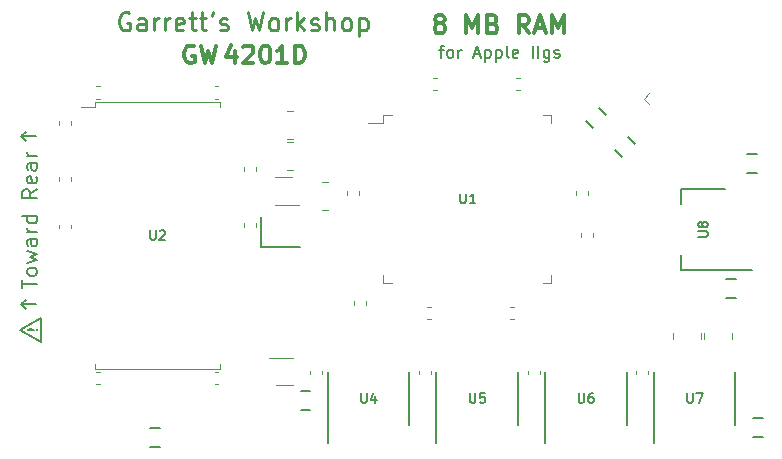
<source format=gto>
G04 #@! TF.GenerationSoftware,KiCad,Pcbnew,(5.1.5-0-10_14)*
G04 #@! TF.CreationDate,2020-07-05T22:44:07-04:00*
G04 #@! TF.ProjectId,RAM2GS,52414d32-4753-42e6-9b69-6361645f7063,rev?*
G04 #@! TF.SameCoordinates,Original*
G04 #@! TF.FileFunction,Legend,Top*
G04 #@! TF.FilePolarity,Positive*
%FSLAX46Y46*%
G04 Gerber Fmt 4.6, Leading zero omitted, Abs format (unit mm)*
G04 Created by KiCad (PCBNEW (5.1.5-0-10_14)) date 2020-07-05 22:44:07*
%MOMM*%
%LPD*%
G04 APERTURE LIST*
%ADD10C,0.200000*%
%ADD11C,0.190500*%
%ADD12C,0.300000*%
%ADD13C,0.203200*%
%ADD14C,0.225000*%
%ADD15C,0.120000*%
%ADD16C,0.152400*%
%ADD17C,0.150000*%
%ADD18C,0.100000*%
%ADD19C,2.150000*%
%ADD20C,2.524900*%
%ADD21C,0.937400*%
%ADD22C,1.140600*%
%ADD23C,2.000000*%
G04 APERTURE END LIST*
D10*
X48895000Y-103251000D02*
X47625000Y-103251000D01*
X47625000Y-103251000D02*
X48006000Y-103632000D01*
X48895000Y-117475000D02*
X47625000Y-117475000D01*
X47625000Y-103251000D02*
X48006000Y-102870000D01*
X49276000Y-120650000D02*
X49276000Y-118618000D01*
X49276000Y-118618000D02*
X47498000Y-119634000D01*
X47498000Y-119634000D02*
X49276000Y-120650000D01*
X47625000Y-117475000D02*
X48006000Y-117856000D01*
X47625000Y-117475000D02*
X48006000Y-117094000D01*
X47691523Y-116138476D02*
X47691523Y-115412761D01*
X48961523Y-115775619D02*
X47691523Y-115775619D01*
X48961523Y-114808000D02*
X48901047Y-114928952D01*
X48840571Y-114989428D01*
X48719619Y-115049904D01*
X48356761Y-115049904D01*
X48235809Y-114989428D01*
X48175333Y-114928952D01*
X48114857Y-114808000D01*
X48114857Y-114626571D01*
X48175333Y-114505619D01*
X48235809Y-114445142D01*
X48356761Y-114384666D01*
X48719619Y-114384666D01*
X48840571Y-114445142D01*
X48901047Y-114505619D01*
X48961523Y-114626571D01*
X48961523Y-114808000D01*
X48114857Y-113961333D02*
X48961523Y-113719428D01*
X48356761Y-113477523D01*
X48961523Y-113235619D01*
X48114857Y-112993714D01*
X48961523Y-111965619D02*
X48296285Y-111965619D01*
X48175333Y-112026095D01*
X48114857Y-112147047D01*
X48114857Y-112388952D01*
X48175333Y-112509904D01*
X48901047Y-111965619D02*
X48961523Y-112086571D01*
X48961523Y-112388952D01*
X48901047Y-112509904D01*
X48780095Y-112570380D01*
X48659142Y-112570380D01*
X48538190Y-112509904D01*
X48477714Y-112388952D01*
X48477714Y-112086571D01*
X48417238Y-111965619D01*
X48961523Y-111360857D02*
X48114857Y-111360857D01*
X48356761Y-111360857D02*
X48235809Y-111300380D01*
X48175333Y-111239904D01*
X48114857Y-111118952D01*
X48114857Y-110998000D01*
X48961523Y-110030380D02*
X47691523Y-110030380D01*
X48901047Y-110030380D02*
X48961523Y-110151333D01*
X48961523Y-110393238D01*
X48901047Y-110514190D01*
X48840571Y-110574666D01*
X48719619Y-110635142D01*
X48356761Y-110635142D01*
X48235809Y-110574666D01*
X48175333Y-110514190D01*
X48114857Y-110393238D01*
X48114857Y-110151333D01*
X48175333Y-110030380D01*
X48961523Y-107732285D02*
X48356761Y-108155619D01*
X48961523Y-108458000D02*
X47691523Y-108458000D01*
X47691523Y-107974190D01*
X47752000Y-107853238D01*
X47812476Y-107792761D01*
X47933428Y-107732285D01*
X48114857Y-107732285D01*
X48235809Y-107792761D01*
X48296285Y-107853238D01*
X48356761Y-107974190D01*
X48356761Y-108458000D01*
X48901047Y-106704190D02*
X48961523Y-106825142D01*
X48961523Y-107067047D01*
X48901047Y-107188000D01*
X48780095Y-107248476D01*
X48296285Y-107248476D01*
X48175333Y-107188000D01*
X48114857Y-107067047D01*
X48114857Y-106825142D01*
X48175333Y-106704190D01*
X48296285Y-106643714D01*
X48417238Y-106643714D01*
X48538190Y-107248476D01*
X48961523Y-105555142D02*
X48296285Y-105555142D01*
X48175333Y-105615619D01*
X48114857Y-105736571D01*
X48114857Y-105978476D01*
X48175333Y-106099428D01*
X48901047Y-105555142D02*
X48961523Y-105676095D01*
X48961523Y-105978476D01*
X48901047Y-106099428D01*
X48780095Y-106159904D01*
X48659142Y-106159904D01*
X48538190Y-106099428D01*
X48477714Y-105978476D01*
X48477714Y-105676095D01*
X48417238Y-105555142D01*
X48961523Y-104950380D02*
X48114857Y-104950380D01*
X48356761Y-104950380D02*
X48235809Y-104889904D01*
X48175333Y-104829428D01*
X48114857Y-104708476D01*
X48114857Y-104587523D01*
D11*
X48913142Y-119634000D02*
X48949428Y-119597714D01*
X48985714Y-119634000D01*
X48949428Y-119670285D01*
X48913142Y-119634000D01*
X48985714Y-119634000D01*
X48695428Y-119634000D02*
X48260000Y-119670285D01*
X48223714Y-119634000D01*
X48260000Y-119597714D01*
X48695428Y-119634000D01*
X48223714Y-119634000D01*
D12*
X65711000Y-96071571D02*
X65711000Y-97071571D01*
X65353857Y-95500142D02*
X64996714Y-96571571D01*
X65925285Y-96571571D01*
X66425285Y-95714428D02*
X66496714Y-95643000D01*
X66639571Y-95571571D01*
X66996714Y-95571571D01*
X67139571Y-95643000D01*
X67211000Y-95714428D01*
X67282428Y-95857285D01*
X67282428Y-96000142D01*
X67211000Y-96214428D01*
X66353857Y-97071571D01*
X67282428Y-97071571D01*
X68211000Y-95571571D02*
X68353857Y-95571571D01*
X68496714Y-95643000D01*
X68568142Y-95714428D01*
X68639571Y-95857285D01*
X68711000Y-96143000D01*
X68711000Y-96500142D01*
X68639571Y-96785857D01*
X68568142Y-96928714D01*
X68496714Y-97000142D01*
X68353857Y-97071571D01*
X68211000Y-97071571D01*
X68068142Y-97000142D01*
X67996714Y-96928714D01*
X67925285Y-96785857D01*
X67853857Y-96500142D01*
X67853857Y-96143000D01*
X67925285Y-95857285D01*
X67996714Y-95714428D01*
X68068142Y-95643000D01*
X68211000Y-95571571D01*
X70139571Y-97071571D02*
X69282428Y-97071571D01*
X69711000Y-97071571D02*
X69711000Y-95571571D01*
X69568142Y-95785857D01*
X69425285Y-95928714D01*
X69282428Y-96000142D01*
X70782428Y-97071571D02*
X70782428Y-95571571D01*
X71139571Y-95571571D01*
X71353857Y-95643000D01*
X71496714Y-95785857D01*
X71568142Y-95928714D01*
X71639571Y-96214428D01*
X71639571Y-96428714D01*
X71568142Y-96714428D01*
X71496714Y-96857285D01*
X71353857Y-97000142D01*
X71139571Y-97071571D01*
X70782428Y-97071571D01*
D13*
X82985428Y-95921285D02*
X83372476Y-95921285D01*
X83130571Y-96598619D02*
X83130571Y-95727761D01*
X83178952Y-95631000D01*
X83275714Y-95582619D01*
X83372476Y-95582619D01*
X83856285Y-96598619D02*
X83759523Y-96550238D01*
X83711142Y-96501857D01*
X83662761Y-96405095D01*
X83662761Y-96114809D01*
X83711142Y-96018047D01*
X83759523Y-95969666D01*
X83856285Y-95921285D01*
X84001428Y-95921285D01*
X84098190Y-95969666D01*
X84146571Y-96018047D01*
X84194952Y-96114809D01*
X84194952Y-96405095D01*
X84146571Y-96501857D01*
X84098190Y-96550238D01*
X84001428Y-96598619D01*
X83856285Y-96598619D01*
X84630380Y-96598619D02*
X84630380Y-95921285D01*
X84630380Y-96114809D02*
X84678761Y-96018047D01*
X84727142Y-95969666D01*
X84823904Y-95921285D01*
X84920666Y-95921285D01*
X85985047Y-96308333D02*
X86468857Y-96308333D01*
X85888285Y-96598619D02*
X86226952Y-95582619D01*
X86565619Y-96598619D01*
X86904285Y-95921285D02*
X86904285Y-96937285D01*
X86904285Y-95969666D02*
X87001047Y-95921285D01*
X87194571Y-95921285D01*
X87291333Y-95969666D01*
X87339714Y-96018047D01*
X87388095Y-96114809D01*
X87388095Y-96405095D01*
X87339714Y-96501857D01*
X87291333Y-96550238D01*
X87194571Y-96598619D01*
X87001047Y-96598619D01*
X86904285Y-96550238D01*
X87823523Y-95921285D02*
X87823523Y-96937285D01*
X87823523Y-95969666D02*
X87920285Y-95921285D01*
X88113809Y-95921285D01*
X88210571Y-95969666D01*
X88258952Y-96018047D01*
X88307333Y-96114809D01*
X88307333Y-96405095D01*
X88258952Y-96501857D01*
X88210571Y-96550238D01*
X88113809Y-96598619D01*
X87920285Y-96598619D01*
X87823523Y-96550238D01*
X88887904Y-96598619D02*
X88791142Y-96550238D01*
X88742761Y-96453476D01*
X88742761Y-95582619D01*
X89662000Y-96550238D02*
X89565238Y-96598619D01*
X89371714Y-96598619D01*
X89274952Y-96550238D01*
X89226571Y-96453476D01*
X89226571Y-96066428D01*
X89274952Y-95969666D01*
X89371714Y-95921285D01*
X89565238Y-95921285D01*
X89662000Y-95969666D01*
X89710380Y-96066428D01*
X89710380Y-96163190D01*
X89226571Y-96259952D01*
X90919904Y-96598619D02*
X90919904Y-95582619D01*
X91403714Y-96598619D02*
X91403714Y-95582619D01*
X92322952Y-95921285D02*
X92322952Y-96743761D01*
X92274571Y-96840523D01*
X92226190Y-96888904D01*
X92129428Y-96937285D01*
X91984285Y-96937285D01*
X91887523Y-96888904D01*
X92322952Y-96550238D02*
X92226190Y-96598619D01*
X92032666Y-96598619D01*
X91935904Y-96550238D01*
X91887523Y-96501857D01*
X91839142Y-96405095D01*
X91839142Y-96114809D01*
X91887523Y-96018047D01*
X91935904Y-95969666D01*
X92032666Y-95921285D01*
X92226190Y-95921285D01*
X92322952Y-95969666D01*
X92758380Y-96550238D02*
X92855142Y-96598619D01*
X93048666Y-96598619D01*
X93145428Y-96550238D01*
X93193809Y-96453476D01*
X93193809Y-96405095D01*
X93145428Y-96308333D01*
X93048666Y-96259952D01*
X92903523Y-96259952D01*
X92806761Y-96211571D01*
X92758380Y-96114809D01*
X92758380Y-96066428D01*
X92806761Y-95969666D01*
X92903523Y-95921285D01*
X93048666Y-95921285D01*
X93145428Y-95969666D01*
D12*
X62249571Y-95643000D02*
X62106714Y-95571571D01*
X61892428Y-95571571D01*
X61678142Y-95643000D01*
X61535285Y-95785857D01*
X61463857Y-95928714D01*
X61392428Y-96214428D01*
X61392428Y-96428714D01*
X61463857Y-96714428D01*
X61535285Y-96857285D01*
X61678142Y-97000142D01*
X61892428Y-97071571D01*
X62035285Y-97071571D01*
X62249571Y-97000142D01*
X62321000Y-96928714D01*
X62321000Y-96428714D01*
X62035285Y-96428714D01*
X62821000Y-95571571D02*
X63178142Y-97071571D01*
X63463857Y-96000142D01*
X63749571Y-97071571D01*
X64106714Y-95571571D01*
D14*
X56769000Y-92837000D02*
X56623857Y-92764428D01*
X56406142Y-92764428D01*
X56188428Y-92837000D01*
X56043285Y-92982142D01*
X55970714Y-93127285D01*
X55898142Y-93417571D01*
X55898142Y-93635285D01*
X55970714Y-93925571D01*
X56043285Y-94070714D01*
X56188428Y-94215857D01*
X56406142Y-94288428D01*
X56551285Y-94288428D01*
X56769000Y-94215857D01*
X56841571Y-94143285D01*
X56841571Y-93635285D01*
X56551285Y-93635285D01*
X58147857Y-94288428D02*
X58147857Y-93490142D01*
X58075285Y-93345000D01*
X57930142Y-93272428D01*
X57639857Y-93272428D01*
X57494714Y-93345000D01*
X58147857Y-94215857D02*
X58002714Y-94288428D01*
X57639857Y-94288428D01*
X57494714Y-94215857D01*
X57422142Y-94070714D01*
X57422142Y-93925571D01*
X57494714Y-93780428D01*
X57639857Y-93707857D01*
X58002714Y-93707857D01*
X58147857Y-93635285D01*
X58873571Y-94288428D02*
X58873571Y-93272428D01*
X58873571Y-93562714D02*
X58946142Y-93417571D01*
X59018714Y-93345000D01*
X59163857Y-93272428D01*
X59309000Y-93272428D01*
X59817000Y-94288428D02*
X59817000Y-93272428D01*
X59817000Y-93562714D02*
X59889571Y-93417571D01*
X59962142Y-93345000D01*
X60107285Y-93272428D01*
X60252428Y-93272428D01*
X61341000Y-94215857D02*
X61195857Y-94288428D01*
X60905571Y-94288428D01*
X60760428Y-94215857D01*
X60687857Y-94070714D01*
X60687857Y-93490142D01*
X60760428Y-93345000D01*
X60905571Y-93272428D01*
X61195857Y-93272428D01*
X61341000Y-93345000D01*
X61413571Y-93490142D01*
X61413571Y-93635285D01*
X60687857Y-93780428D01*
X61849000Y-93272428D02*
X62429571Y-93272428D01*
X62066714Y-92764428D02*
X62066714Y-94070714D01*
X62139285Y-94215857D01*
X62284428Y-94288428D01*
X62429571Y-94288428D01*
X62719857Y-93272428D02*
X63300428Y-93272428D01*
X62937571Y-92764428D02*
X62937571Y-94070714D01*
X63010142Y-94215857D01*
X63155285Y-94288428D01*
X63300428Y-94288428D01*
X63881000Y-92764428D02*
X63881000Y-92837000D01*
X63808428Y-92982142D01*
X63735857Y-93054714D01*
X64461571Y-94215857D02*
X64606714Y-94288428D01*
X64897000Y-94288428D01*
X65042142Y-94215857D01*
X65114714Y-94070714D01*
X65114714Y-93998142D01*
X65042142Y-93853000D01*
X64897000Y-93780428D01*
X64679285Y-93780428D01*
X64534142Y-93707857D01*
X64461571Y-93562714D01*
X64461571Y-93490142D01*
X64534142Y-93345000D01*
X64679285Y-93272428D01*
X64897000Y-93272428D01*
X65042142Y-93345000D01*
X66783857Y-92764428D02*
X67146714Y-94288428D01*
X67437000Y-93199857D01*
X67727285Y-94288428D01*
X68090142Y-92764428D01*
X68888428Y-94288428D02*
X68743285Y-94215857D01*
X68670714Y-94143285D01*
X68598142Y-93998142D01*
X68598142Y-93562714D01*
X68670714Y-93417571D01*
X68743285Y-93345000D01*
X68888428Y-93272428D01*
X69106142Y-93272428D01*
X69251285Y-93345000D01*
X69323857Y-93417571D01*
X69396428Y-93562714D01*
X69396428Y-93998142D01*
X69323857Y-94143285D01*
X69251285Y-94215857D01*
X69106142Y-94288428D01*
X68888428Y-94288428D01*
X70049571Y-94288428D02*
X70049571Y-93272428D01*
X70049571Y-93562714D02*
X70122142Y-93417571D01*
X70194714Y-93345000D01*
X70339857Y-93272428D01*
X70485000Y-93272428D01*
X70993000Y-94288428D02*
X70993000Y-92764428D01*
X71138142Y-93707857D02*
X71573571Y-94288428D01*
X71573571Y-93272428D02*
X70993000Y-93853000D01*
X72154142Y-94215857D02*
X72299285Y-94288428D01*
X72589571Y-94288428D01*
X72734714Y-94215857D01*
X72807285Y-94070714D01*
X72807285Y-93998142D01*
X72734714Y-93853000D01*
X72589571Y-93780428D01*
X72371857Y-93780428D01*
X72226714Y-93707857D01*
X72154142Y-93562714D01*
X72154142Y-93490142D01*
X72226714Y-93345000D01*
X72371857Y-93272428D01*
X72589571Y-93272428D01*
X72734714Y-93345000D01*
X73460428Y-94288428D02*
X73460428Y-92764428D01*
X74113571Y-94288428D02*
X74113571Y-93490142D01*
X74041000Y-93345000D01*
X73895857Y-93272428D01*
X73678142Y-93272428D01*
X73533000Y-93345000D01*
X73460428Y-93417571D01*
X75057000Y-94288428D02*
X74911857Y-94215857D01*
X74839285Y-94143285D01*
X74766714Y-93998142D01*
X74766714Y-93562714D01*
X74839285Y-93417571D01*
X74911857Y-93345000D01*
X75057000Y-93272428D01*
X75274714Y-93272428D01*
X75419857Y-93345000D01*
X75492428Y-93417571D01*
X75565000Y-93562714D01*
X75565000Y-93998142D01*
X75492428Y-94143285D01*
X75419857Y-94215857D01*
X75274714Y-94288428D01*
X75057000Y-94288428D01*
X76218142Y-93272428D02*
X76218142Y-94796428D01*
X76218142Y-93345000D02*
X76363285Y-93272428D01*
X76653571Y-93272428D01*
X76798714Y-93345000D01*
X76871285Y-93417571D01*
X76943857Y-93562714D01*
X76943857Y-93998142D01*
X76871285Y-94143285D01*
X76798714Y-94215857D01*
X76653571Y-94288428D01*
X76363285Y-94288428D01*
X76218142Y-94215857D01*
D12*
X82912857Y-93671571D02*
X82767714Y-93599000D01*
X82695142Y-93526428D01*
X82622571Y-93381285D01*
X82622571Y-93308714D01*
X82695142Y-93163571D01*
X82767714Y-93091000D01*
X82912857Y-93018428D01*
X83203142Y-93018428D01*
X83348285Y-93091000D01*
X83420857Y-93163571D01*
X83493428Y-93308714D01*
X83493428Y-93381285D01*
X83420857Y-93526428D01*
X83348285Y-93599000D01*
X83203142Y-93671571D01*
X82912857Y-93671571D01*
X82767714Y-93744142D01*
X82695142Y-93816714D01*
X82622571Y-93961857D01*
X82622571Y-94252142D01*
X82695142Y-94397285D01*
X82767714Y-94469857D01*
X82912857Y-94542428D01*
X83203142Y-94542428D01*
X83348285Y-94469857D01*
X83420857Y-94397285D01*
X83493428Y-94252142D01*
X83493428Y-93961857D01*
X83420857Y-93816714D01*
X83348285Y-93744142D01*
X83203142Y-93671571D01*
X85307714Y-94542428D02*
X85307714Y-93018428D01*
X85815714Y-94107000D01*
X86323714Y-93018428D01*
X86323714Y-94542428D01*
X87557428Y-93744142D02*
X87775142Y-93816714D01*
X87847714Y-93889285D01*
X87920285Y-94034428D01*
X87920285Y-94252142D01*
X87847714Y-94397285D01*
X87775142Y-94469857D01*
X87630000Y-94542428D01*
X87049428Y-94542428D01*
X87049428Y-93018428D01*
X87557428Y-93018428D01*
X87702571Y-93091000D01*
X87775142Y-93163571D01*
X87847714Y-93308714D01*
X87847714Y-93453857D01*
X87775142Y-93599000D01*
X87702571Y-93671571D01*
X87557428Y-93744142D01*
X87049428Y-93744142D01*
X90605428Y-94542428D02*
X90097428Y-93816714D01*
X89734571Y-94542428D02*
X89734571Y-93018428D01*
X90315142Y-93018428D01*
X90460285Y-93091000D01*
X90532857Y-93163571D01*
X90605428Y-93308714D01*
X90605428Y-93526428D01*
X90532857Y-93671571D01*
X90460285Y-93744142D01*
X90315142Y-93816714D01*
X89734571Y-93816714D01*
X91186000Y-94107000D02*
X91911714Y-94107000D01*
X91040857Y-94542428D02*
X91548857Y-93018428D01*
X92056857Y-94542428D01*
X92564857Y-94542428D02*
X92564857Y-93018428D01*
X93072857Y-94107000D01*
X93580857Y-93018428D01*
X93580857Y-94542428D01*
D15*
X70630000Y-121990000D02*
X68600000Y-121990000D01*
X69220000Y-124310000D02*
X70630000Y-124310000D01*
X69120000Y-109060000D02*
X71150000Y-109060000D01*
X70530000Y-106740000D02*
X69120000Y-106740000D01*
X73550000Y-107120000D02*
X73050000Y-107120000D01*
X73550000Y-109480000D02*
X73050000Y-109480000D01*
X70600000Y-101120000D02*
X70100000Y-101120000D01*
X70600000Y-103480000D02*
X70100000Y-103480000D01*
X70600000Y-103720000D02*
X70100000Y-103720000D01*
X70600000Y-106080000D02*
X70100000Y-106080000D01*
X102770000Y-119900000D02*
X102770000Y-120400000D01*
X105130000Y-119900000D02*
X105130000Y-120400000D01*
X105420000Y-119900000D02*
X105420000Y-120400000D01*
X107780000Y-119900000D02*
X107780000Y-120400000D01*
X91810000Y-115660000D02*
X92510000Y-115660000D01*
X92510000Y-115660000D02*
X92510000Y-114960000D01*
X78990000Y-115660000D02*
X78290000Y-115660000D01*
X78290000Y-115660000D02*
X78290000Y-114960000D01*
X91810000Y-101440000D02*
X92510000Y-101440000D01*
X92510000Y-101440000D02*
X92510000Y-102140000D01*
X78990000Y-101440000D02*
X78290000Y-101440000D01*
X78290000Y-101440000D02*
X78290000Y-102140000D01*
X78290000Y-102140000D02*
X77000000Y-102140000D01*
X100779923Y-100516974D02*
X100330910Y-100067962D01*
X100330910Y-100067962D02*
X100779923Y-99618949D01*
D16*
X67950000Y-112650000D02*
X71200000Y-112650000D01*
X67950000Y-110050000D02*
X67950000Y-112650000D01*
X103477000Y-107740000D02*
X103477000Y-109000000D01*
X103477000Y-114560000D02*
X103477000Y-113300000D01*
X107237000Y-107740000D02*
X103477000Y-107740000D01*
X109487000Y-114560000D02*
X103477000Y-114560000D01*
D15*
X53850000Y-122550000D02*
X53850000Y-122950000D01*
X64450000Y-122550000D02*
X64450000Y-122950000D01*
X64450000Y-100350000D02*
X64450000Y-100750000D01*
X53850000Y-122950000D02*
X64450000Y-122950000D01*
X53850000Y-100350000D02*
X64450000Y-100350000D01*
X53850000Y-100750000D02*
X53850000Y-100350000D01*
X52650000Y-100750000D02*
X53850000Y-100750000D01*
D16*
X107293600Y-116950000D02*
X108106400Y-116950000D01*
X107293600Y-115350000D02*
X108106400Y-115350000D01*
X109093600Y-106350000D02*
X109906400Y-106350000D01*
X109093600Y-104750000D02*
X109906400Y-104750000D01*
X109575600Y-128689000D02*
X110388400Y-128689000D01*
X109575600Y-127089000D02*
X110388400Y-127089000D01*
X59334400Y-127978000D02*
X58521600Y-127978000D01*
X59334400Y-129578000D02*
X58521600Y-129578000D01*
D15*
X76810000Y-117562779D02*
X76810000Y-117237221D01*
X75790000Y-117562779D02*
X75790000Y-117237221D01*
X72090000Y-123087221D02*
X72090000Y-123412779D01*
X73110000Y-123087221D02*
X73110000Y-123412779D01*
X95610000Y-108212779D02*
X95610000Y-107887221D01*
X94590000Y-108212779D02*
X94590000Y-107887221D01*
X63987221Y-124260000D02*
X64312779Y-124260000D01*
X63987221Y-123240000D02*
X64312779Y-123240000D01*
X53987221Y-100060000D02*
X54312779Y-100060000D01*
X53987221Y-99040000D02*
X54312779Y-99040000D01*
X51860000Y-102262779D02*
X51860000Y-101937221D01*
X50840000Y-102262779D02*
X50840000Y-101937221D01*
X89487221Y-99360000D02*
X89812779Y-99360000D01*
X89487221Y-98340000D02*
X89812779Y-98340000D01*
X94990000Y-111487221D02*
X94990000Y-111812779D01*
X96010000Y-111487221D02*
X96010000Y-111812779D01*
X82487221Y-99360000D02*
X82812779Y-99360000D01*
X82487221Y-98340000D02*
X82812779Y-98340000D01*
X63987221Y-100060000D02*
X64312779Y-100060000D01*
X63987221Y-99040000D02*
X64312779Y-99040000D01*
X53987221Y-124260000D02*
X54312779Y-124260000D01*
X53987221Y-123240000D02*
X54312779Y-123240000D01*
X66440000Y-110637221D02*
X66440000Y-110962779D01*
X67460000Y-110637221D02*
X67460000Y-110962779D01*
X51860000Y-107062779D02*
X51860000Y-106737221D01*
X50840000Y-107062779D02*
X50840000Y-106737221D01*
X88987221Y-118760000D02*
X89312779Y-118760000D01*
X88987221Y-117740000D02*
X89312779Y-117740000D01*
X81987221Y-118760000D02*
X82312779Y-118760000D01*
X81987221Y-117740000D02*
X82312779Y-117740000D01*
X76210000Y-108212779D02*
X76210000Y-107887221D01*
X75190000Y-108212779D02*
X75190000Y-107887221D01*
X51860000Y-111062779D02*
X51860000Y-110737221D01*
X50840000Y-111062779D02*
X50840000Y-110737221D01*
X66440000Y-105837221D02*
X66440000Y-106162779D01*
X67460000Y-105837221D02*
X67460000Y-106162779D01*
X99690000Y-123087221D02*
X99690000Y-123412779D01*
X100710000Y-123087221D02*
X100710000Y-123412779D01*
X81290000Y-123087221D02*
X81290000Y-123412779D01*
X82310000Y-123087221D02*
X82310000Y-123412779D01*
X90490000Y-123087221D02*
X90490000Y-123412779D01*
X91510000Y-123087221D02*
X91510000Y-123412779D01*
D17*
X73575000Y-129200000D02*
X73575000Y-123225000D01*
X80475000Y-127675000D02*
X80475000Y-123225000D01*
X82775000Y-129200000D02*
X82775000Y-123225000D01*
X89675000Y-127675000D02*
X89675000Y-123225000D01*
X101175000Y-129200000D02*
X101175000Y-123225000D01*
X108075000Y-127675000D02*
X108075000Y-123225000D01*
X91975000Y-129200000D02*
X91975000Y-123225000D01*
X98875000Y-127675000D02*
X98875000Y-123225000D01*
D16*
X95446946Y-101978317D02*
X96021683Y-102553054D01*
X96578317Y-100846946D02*
X97153054Y-101421683D01*
X99603054Y-103871683D02*
X99028317Y-103296946D01*
X98471683Y-105003054D02*
X97896946Y-104428317D01*
X71293600Y-126450000D02*
X72106400Y-126450000D01*
X71293600Y-124850000D02*
X72106400Y-124850000D01*
D13*
X84780723Y-108104895D02*
X84780723Y-108762876D01*
X84819428Y-108840285D01*
X84858133Y-108878990D01*
X84935542Y-108917695D01*
X85090361Y-108917695D01*
X85167771Y-108878990D01*
X85206476Y-108840285D01*
X85245180Y-108762876D01*
X85245180Y-108104895D01*
X86057980Y-108917695D02*
X85593523Y-108917695D01*
X85825752Y-108917695D02*
X85825752Y-108104895D01*
X85748342Y-108221009D01*
X85670933Y-108298419D01*
X85593523Y-108337123D01*
X104941895Y-111769276D02*
X105599876Y-111769276D01*
X105677285Y-111730571D01*
X105715990Y-111691866D01*
X105754695Y-111614457D01*
X105754695Y-111459638D01*
X105715990Y-111382228D01*
X105677285Y-111343523D01*
X105599876Y-111304819D01*
X104941895Y-111304819D01*
X105290238Y-110801657D02*
X105251533Y-110879066D01*
X105212828Y-110917771D01*
X105135419Y-110956476D01*
X105096714Y-110956476D01*
X105019304Y-110917771D01*
X104980600Y-110879066D01*
X104941895Y-110801657D01*
X104941895Y-110646838D01*
X104980600Y-110569428D01*
X105019304Y-110530723D01*
X105096714Y-110492019D01*
X105135419Y-110492019D01*
X105212828Y-110530723D01*
X105251533Y-110569428D01*
X105290238Y-110646838D01*
X105290238Y-110801657D01*
X105328942Y-110879066D01*
X105367647Y-110917771D01*
X105445057Y-110956476D01*
X105599876Y-110956476D01*
X105677285Y-110917771D01*
X105715990Y-110879066D01*
X105754695Y-110801657D01*
X105754695Y-110646838D01*
X105715990Y-110569428D01*
X105677285Y-110530723D01*
X105599876Y-110492019D01*
X105445057Y-110492019D01*
X105367647Y-110530723D01*
X105328942Y-110569428D01*
X105290238Y-110646838D01*
X58530723Y-111204895D02*
X58530723Y-111862876D01*
X58569428Y-111940285D01*
X58608133Y-111978990D01*
X58685542Y-112017695D01*
X58840361Y-112017695D01*
X58917771Y-111978990D01*
X58956476Y-111940285D01*
X58995180Y-111862876D01*
X58995180Y-111204895D01*
X59343523Y-111282304D02*
X59382228Y-111243600D01*
X59459638Y-111204895D01*
X59653161Y-111204895D01*
X59730571Y-111243600D01*
X59769276Y-111282304D01*
X59807980Y-111359714D01*
X59807980Y-111437123D01*
X59769276Y-111553238D01*
X59304819Y-112017695D01*
X59807980Y-112017695D01*
X76405723Y-125004895D02*
X76405723Y-125662876D01*
X76444428Y-125740285D01*
X76483133Y-125778990D01*
X76560542Y-125817695D01*
X76715361Y-125817695D01*
X76792771Y-125778990D01*
X76831476Y-125740285D01*
X76870180Y-125662876D01*
X76870180Y-125004895D01*
X77605571Y-125275828D02*
X77605571Y-125817695D01*
X77412047Y-124966190D02*
X77218523Y-125546761D01*
X77721685Y-125546761D01*
X85605723Y-125004895D02*
X85605723Y-125662876D01*
X85644428Y-125740285D01*
X85683133Y-125778990D01*
X85760542Y-125817695D01*
X85915361Y-125817695D01*
X85992771Y-125778990D01*
X86031476Y-125740285D01*
X86070180Y-125662876D01*
X86070180Y-125004895D01*
X86844276Y-125004895D02*
X86457228Y-125004895D01*
X86418523Y-125391942D01*
X86457228Y-125353238D01*
X86534638Y-125314533D01*
X86728161Y-125314533D01*
X86805571Y-125353238D01*
X86844276Y-125391942D01*
X86882980Y-125469352D01*
X86882980Y-125662876D01*
X86844276Y-125740285D01*
X86805571Y-125778990D01*
X86728161Y-125817695D01*
X86534638Y-125817695D01*
X86457228Y-125778990D01*
X86418523Y-125740285D01*
X104005723Y-125004895D02*
X104005723Y-125662876D01*
X104044428Y-125740285D01*
X104083133Y-125778990D01*
X104160542Y-125817695D01*
X104315361Y-125817695D01*
X104392771Y-125778990D01*
X104431476Y-125740285D01*
X104470180Y-125662876D01*
X104470180Y-125004895D01*
X104779819Y-125004895D02*
X105321685Y-125004895D01*
X104973342Y-125817695D01*
X94805723Y-125004895D02*
X94805723Y-125662876D01*
X94844428Y-125740285D01*
X94883133Y-125778990D01*
X94960542Y-125817695D01*
X95115361Y-125817695D01*
X95192771Y-125778990D01*
X95231476Y-125740285D01*
X95270180Y-125662876D01*
X95270180Y-125004895D01*
X96005571Y-125004895D02*
X95850752Y-125004895D01*
X95773342Y-125043600D01*
X95734638Y-125082304D01*
X95657228Y-125198419D01*
X95618523Y-125353238D01*
X95618523Y-125662876D01*
X95657228Y-125740285D01*
X95695933Y-125778990D01*
X95773342Y-125817695D01*
X95928161Y-125817695D01*
X96005571Y-125778990D01*
X96044276Y-125740285D01*
X96082980Y-125662876D01*
X96082980Y-125469352D01*
X96044276Y-125391942D01*
X96005571Y-125353238D01*
X95928161Y-125314533D01*
X95773342Y-125314533D01*
X95695933Y-125353238D01*
X95657228Y-125391942D01*
X95618523Y-125469352D01*
%LPC*%
D18*
G36*
X113284000Y-139446000D02*
G01*
X112776000Y-139954000D01*
X55880000Y-139954000D01*
X55372000Y-139446000D01*
X55372000Y-132080000D01*
X113284000Y-132080000D01*
X113284000Y-139446000D01*
G37*
G36*
X71181762Y-122260578D02*
G01*
X71193411Y-122262306D01*
X71204834Y-122265167D01*
X71215922Y-122269134D01*
X71226568Y-122274169D01*
X71236668Y-122280224D01*
X71246127Y-122287239D01*
X71254853Y-122295147D01*
X71262761Y-122303873D01*
X71269776Y-122313332D01*
X71275831Y-122323432D01*
X71280866Y-122334078D01*
X71284833Y-122345166D01*
X71287694Y-122356589D01*
X71289422Y-122368238D01*
X71290000Y-122380000D01*
X71290000Y-122620000D01*
X71289422Y-122631762D01*
X71287694Y-122643411D01*
X71284833Y-122654834D01*
X71280866Y-122665922D01*
X71275831Y-122676568D01*
X71269776Y-122686668D01*
X71262761Y-122696127D01*
X71254853Y-122704853D01*
X71246127Y-122712761D01*
X71236668Y-122719776D01*
X71226568Y-122725831D01*
X71215922Y-122730866D01*
X71204834Y-122734833D01*
X71193411Y-122737694D01*
X71181762Y-122739422D01*
X71170000Y-122740000D01*
X70330000Y-122740000D01*
X70318238Y-122739422D01*
X70306589Y-122737694D01*
X70295166Y-122734833D01*
X70284078Y-122730866D01*
X70273432Y-122725831D01*
X70263332Y-122719776D01*
X70253873Y-122712761D01*
X70245147Y-122704853D01*
X70237239Y-122696127D01*
X70230224Y-122686668D01*
X70224169Y-122676568D01*
X70219134Y-122665922D01*
X70215167Y-122654834D01*
X70212306Y-122643411D01*
X70210578Y-122631762D01*
X70210000Y-122620000D01*
X70210000Y-122380000D01*
X70210578Y-122368238D01*
X70212306Y-122356589D01*
X70215167Y-122345166D01*
X70219134Y-122334078D01*
X70224169Y-122323432D01*
X70230224Y-122313332D01*
X70237239Y-122303873D01*
X70245147Y-122295147D01*
X70253873Y-122287239D01*
X70263332Y-122280224D01*
X70273432Y-122274169D01*
X70284078Y-122269134D01*
X70295166Y-122265167D01*
X70306589Y-122262306D01*
X70318238Y-122260578D01*
X70330000Y-122260000D01*
X71170000Y-122260000D01*
X71181762Y-122260578D01*
G37*
G36*
X71181762Y-123560578D02*
G01*
X71193411Y-123562306D01*
X71204834Y-123565167D01*
X71215922Y-123569134D01*
X71226568Y-123574169D01*
X71236668Y-123580224D01*
X71246127Y-123587239D01*
X71254853Y-123595147D01*
X71262761Y-123603873D01*
X71269776Y-123613332D01*
X71275831Y-123623432D01*
X71280866Y-123634078D01*
X71284833Y-123645166D01*
X71287694Y-123656589D01*
X71289422Y-123668238D01*
X71290000Y-123680000D01*
X71290000Y-123920000D01*
X71289422Y-123931762D01*
X71287694Y-123943411D01*
X71284833Y-123954834D01*
X71280866Y-123965922D01*
X71275831Y-123976568D01*
X71269776Y-123986668D01*
X71262761Y-123996127D01*
X71254853Y-124004853D01*
X71246127Y-124012761D01*
X71236668Y-124019776D01*
X71226568Y-124025831D01*
X71215922Y-124030866D01*
X71204834Y-124034833D01*
X71193411Y-124037694D01*
X71181762Y-124039422D01*
X71170000Y-124040000D01*
X70330000Y-124040000D01*
X70318238Y-124039422D01*
X70306589Y-124037694D01*
X70295166Y-124034833D01*
X70284078Y-124030866D01*
X70273432Y-124025831D01*
X70263332Y-124019776D01*
X70253873Y-124012761D01*
X70245147Y-124004853D01*
X70237239Y-123996127D01*
X70230224Y-123986668D01*
X70224169Y-123976568D01*
X70219134Y-123965922D01*
X70215167Y-123954834D01*
X70212306Y-123943411D01*
X70210578Y-123931762D01*
X70210000Y-123920000D01*
X70210000Y-123680000D01*
X70210578Y-123668238D01*
X70212306Y-123656589D01*
X70215167Y-123645166D01*
X70219134Y-123634078D01*
X70224169Y-123623432D01*
X70230224Y-123613332D01*
X70237239Y-123603873D01*
X70245147Y-123595147D01*
X70253873Y-123587239D01*
X70263332Y-123580224D01*
X70273432Y-123574169D01*
X70284078Y-123569134D01*
X70295166Y-123565167D01*
X70306589Y-123562306D01*
X70318238Y-123560578D01*
X70330000Y-123560000D01*
X71170000Y-123560000D01*
X71181762Y-123560578D01*
G37*
G36*
X69481762Y-122910578D02*
G01*
X69493411Y-122912306D01*
X69504834Y-122915167D01*
X69515922Y-122919134D01*
X69526568Y-122924169D01*
X69536668Y-122930224D01*
X69546127Y-122937239D01*
X69554853Y-122945147D01*
X69562761Y-122953873D01*
X69569776Y-122963332D01*
X69575831Y-122973432D01*
X69580866Y-122984078D01*
X69584833Y-122995166D01*
X69587694Y-123006589D01*
X69589422Y-123018238D01*
X69590000Y-123030000D01*
X69590000Y-123270000D01*
X69589422Y-123281762D01*
X69587694Y-123293411D01*
X69584833Y-123304834D01*
X69580866Y-123315922D01*
X69575831Y-123326568D01*
X69569776Y-123336668D01*
X69562761Y-123346127D01*
X69554853Y-123354853D01*
X69546127Y-123362761D01*
X69536668Y-123369776D01*
X69526568Y-123375831D01*
X69515922Y-123380866D01*
X69504834Y-123384833D01*
X69493411Y-123387694D01*
X69481762Y-123389422D01*
X69470000Y-123390000D01*
X68630000Y-123390000D01*
X68618238Y-123389422D01*
X68606589Y-123387694D01*
X68595166Y-123384833D01*
X68584078Y-123380866D01*
X68573432Y-123375831D01*
X68563332Y-123369776D01*
X68553873Y-123362761D01*
X68545147Y-123354853D01*
X68537239Y-123346127D01*
X68530224Y-123336668D01*
X68524169Y-123326568D01*
X68519134Y-123315922D01*
X68515167Y-123304834D01*
X68512306Y-123293411D01*
X68510578Y-123281762D01*
X68510000Y-123270000D01*
X68510000Y-123030000D01*
X68510578Y-123018238D01*
X68512306Y-123006589D01*
X68515167Y-122995166D01*
X68519134Y-122984078D01*
X68524169Y-122973432D01*
X68530224Y-122963332D01*
X68537239Y-122953873D01*
X68545147Y-122945147D01*
X68553873Y-122937239D01*
X68563332Y-122930224D01*
X68573432Y-122924169D01*
X68584078Y-122919134D01*
X68595166Y-122915167D01*
X68606589Y-122912306D01*
X68618238Y-122910578D01*
X68630000Y-122910000D01*
X69470000Y-122910000D01*
X69481762Y-122910578D01*
G37*
G36*
X69481762Y-122260578D02*
G01*
X69493411Y-122262306D01*
X69504834Y-122265167D01*
X69515922Y-122269134D01*
X69526568Y-122274169D01*
X69536668Y-122280224D01*
X69546127Y-122287239D01*
X69554853Y-122295147D01*
X69562761Y-122303873D01*
X69569776Y-122313332D01*
X69575831Y-122323432D01*
X69580866Y-122334078D01*
X69584833Y-122345166D01*
X69587694Y-122356589D01*
X69589422Y-122368238D01*
X69590000Y-122380000D01*
X69590000Y-122620000D01*
X69589422Y-122631762D01*
X69587694Y-122643411D01*
X69584833Y-122654834D01*
X69580866Y-122665922D01*
X69575831Y-122676568D01*
X69569776Y-122686668D01*
X69562761Y-122696127D01*
X69554853Y-122704853D01*
X69546127Y-122712761D01*
X69536668Y-122719776D01*
X69526568Y-122725831D01*
X69515922Y-122730866D01*
X69504834Y-122734833D01*
X69493411Y-122737694D01*
X69481762Y-122739422D01*
X69470000Y-122740000D01*
X68630000Y-122740000D01*
X68618238Y-122739422D01*
X68606589Y-122737694D01*
X68595166Y-122734833D01*
X68584078Y-122730866D01*
X68573432Y-122725831D01*
X68563332Y-122719776D01*
X68553873Y-122712761D01*
X68545147Y-122704853D01*
X68537239Y-122696127D01*
X68530224Y-122686668D01*
X68524169Y-122676568D01*
X68519134Y-122665922D01*
X68515167Y-122654834D01*
X68512306Y-122643411D01*
X68510578Y-122631762D01*
X68510000Y-122620000D01*
X68510000Y-122380000D01*
X68510578Y-122368238D01*
X68512306Y-122356589D01*
X68515167Y-122345166D01*
X68519134Y-122334078D01*
X68524169Y-122323432D01*
X68530224Y-122313332D01*
X68537239Y-122303873D01*
X68545147Y-122295147D01*
X68553873Y-122287239D01*
X68563332Y-122280224D01*
X68573432Y-122274169D01*
X68584078Y-122269134D01*
X68595166Y-122265167D01*
X68606589Y-122262306D01*
X68618238Y-122260578D01*
X68630000Y-122260000D01*
X69470000Y-122260000D01*
X69481762Y-122260578D01*
G37*
G36*
X69481762Y-123560578D02*
G01*
X69493411Y-123562306D01*
X69504834Y-123565167D01*
X69515922Y-123569134D01*
X69526568Y-123574169D01*
X69536668Y-123580224D01*
X69546127Y-123587239D01*
X69554853Y-123595147D01*
X69562761Y-123603873D01*
X69569776Y-123613332D01*
X69575831Y-123623432D01*
X69580866Y-123634078D01*
X69584833Y-123645166D01*
X69587694Y-123656589D01*
X69589422Y-123668238D01*
X69590000Y-123680000D01*
X69590000Y-123920000D01*
X69589422Y-123931762D01*
X69587694Y-123943411D01*
X69584833Y-123954834D01*
X69580866Y-123965922D01*
X69575831Y-123976568D01*
X69569776Y-123986668D01*
X69562761Y-123996127D01*
X69554853Y-124004853D01*
X69546127Y-124012761D01*
X69536668Y-124019776D01*
X69526568Y-124025831D01*
X69515922Y-124030866D01*
X69504834Y-124034833D01*
X69493411Y-124037694D01*
X69481762Y-124039422D01*
X69470000Y-124040000D01*
X68630000Y-124040000D01*
X68618238Y-124039422D01*
X68606589Y-124037694D01*
X68595166Y-124034833D01*
X68584078Y-124030866D01*
X68573432Y-124025831D01*
X68563332Y-124019776D01*
X68553873Y-124012761D01*
X68545147Y-124004853D01*
X68537239Y-123996127D01*
X68530224Y-123986668D01*
X68524169Y-123976568D01*
X68519134Y-123965922D01*
X68515167Y-123954834D01*
X68512306Y-123943411D01*
X68510578Y-123931762D01*
X68510000Y-123920000D01*
X68510000Y-123680000D01*
X68510578Y-123668238D01*
X68512306Y-123656589D01*
X68515167Y-123645166D01*
X68519134Y-123634078D01*
X68524169Y-123623432D01*
X68530224Y-123613332D01*
X68537239Y-123603873D01*
X68545147Y-123595147D01*
X68553873Y-123587239D01*
X68563332Y-123580224D01*
X68573432Y-123574169D01*
X68584078Y-123569134D01*
X68595166Y-123565167D01*
X68606589Y-123562306D01*
X68618238Y-123560578D01*
X68630000Y-123560000D01*
X69470000Y-123560000D01*
X69481762Y-123560578D01*
G37*
G36*
X69431762Y-108310578D02*
G01*
X69443411Y-108312306D01*
X69454834Y-108315167D01*
X69465922Y-108319134D01*
X69476568Y-108324169D01*
X69486668Y-108330224D01*
X69496127Y-108337239D01*
X69504853Y-108345147D01*
X69512761Y-108353873D01*
X69519776Y-108363332D01*
X69525831Y-108373432D01*
X69530866Y-108384078D01*
X69534833Y-108395166D01*
X69537694Y-108406589D01*
X69539422Y-108418238D01*
X69540000Y-108430000D01*
X69540000Y-108670000D01*
X69539422Y-108681762D01*
X69537694Y-108693411D01*
X69534833Y-108704834D01*
X69530866Y-108715922D01*
X69525831Y-108726568D01*
X69519776Y-108736668D01*
X69512761Y-108746127D01*
X69504853Y-108754853D01*
X69496127Y-108762761D01*
X69486668Y-108769776D01*
X69476568Y-108775831D01*
X69465922Y-108780866D01*
X69454834Y-108784833D01*
X69443411Y-108787694D01*
X69431762Y-108789422D01*
X69420000Y-108790000D01*
X68580000Y-108790000D01*
X68568238Y-108789422D01*
X68556589Y-108787694D01*
X68545166Y-108784833D01*
X68534078Y-108780866D01*
X68523432Y-108775831D01*
X68513332Y-108769776D01*
X68503873Y-108762761D01*
X68495147Y-108754853D01*
X68487239Y-108746127D01*
X68480224Y-108736668D01*
X68474169Y-108726568D01*
X68469134Y-108715922D01*
X68465167Y-108704834D01*
X68462306Y-108693411D01*
X68460578Y-108681762D01*
X68460000Y-108670000D01*
X68460000Y-108430000D01*
X68460578Y-108418238D01*
X68462306Y-108406589D01*
X68465167Y-108395166D01*
X68469134Y-108384078D01*
X68474169Y-108373432D01*
X68480224Y-108363332D01*
X68487239Y-108353873D01*
X68495147Y-108345147D01*
X68503873Y-108337239D01*
X68513332Y-108330224D01*
X68523432Y-108324169D01*
X68534078Y-108319134D01*
X68545166Y-108315167D01*
X68556589Y-108312306D01*
X68568238Y-108310578D01*
X68580000Y-108310000D01*
X69420000Y-108310000D01*
X69431762Y-108310578D01*
G37*
G36*
X69431762Y-107010578D02*
G01*
X69443411Y-107012306D01*
X69454834Y-107015167D01*
X69465922Y-107019134D01*
X69476568Y-107024169D01*
X69486668Y-107030224D01*
X69496127Y-107037239D01*
X69504853Y-107045147D01*
X69512761Y-107053873D01*
X69519776Y-107063332D01*
X69525831Y-107073432D01*
X69530866Y-107084078D01*
X69534833Y-107095166D01*
X69537694Y-107106589D01*
X69539422Y-107118238D01*
X69540000Y-107130000D01*
X69540000Y-107370000D01*
X69539422Y-107381762D01*
X69537694Y-107393411D01*
X69534833Y-107404834D01*
X69530866Y-107415922D01*
X69525831Y-107426568D01*
X69519776Y-107436668D01*
X69512761Y-107446127D01*
X69504853Y-107454853D01*
X69496127Y-107462761D01*
X69486668Y-107469776D01*
X69476568Y-107475831D01*
X69465922Y-107480866D01*
X69454834Y-107484833D01*
X69443411Y-107487694D01*
X69431762Y-107489422D01*
X69420000Y-107490000D01*
X68580000Y-107490000D01*
X68568238Y-107489422D01*
X68556589Y-107487694D01*
X68545166Y-107484833D01*
X68534078Y-107480866D01*
X68523432Y-107475831D01*
X68513332Y-107469776D01*
X68503873Y-107462761D01*
X68495147Y-107454853D01*
X68487239Y-107446127D01*
X68480224Y-107436668D01*
X68474169Y-107426568D01*
X68469134Y-107415922D01*
X68465167Y-107404834D01*
X68462306Y-107393411D01*
X68460578Y-107381762D01*
X68460000Y-107370000D01*
X68460000Y-107130000D01*
X68460578Y-107118238D01*
X68462306Y-107106589D01*
X68465167Y-107095166D01*
X68469134Y-107084078D01*
X68474169Y-107073432D01*
X68480224Y-107063332D01*
X68487239Y-107053873D01*
X68495147Y-107045147D01*
X68503873Y-107037239D01*
X68513332Y-107030224D01*
X68523432Y-107024169D01*
X68534078Y-107019134D01*
X68545166Y-107015167D01*
X68556589Y-107012306D01*
X68568238Y-107010578D01*
X68580000Y-107010000D01*
X69420000Y-107010000D01*
X69431762Y-107010578D01*
G37*
G36*
X71131762Y-107660578D02*
G01*
X71143411Y-107662306D01*
X71154834Y-107665167D01*
X71165922Y-107669134D01*
X71176568Y-107674169D01*
X71186668Y-107680224D01*
X71196127Y-107687239D01*
X71204853Y-107695147D01*
X71212761Y-107703873D01*
X71219776Y-107713332D01*
X71225831Y-107723432D01*
X71230866Y-107734078D01*
X71234833Y-107745166D01*
X71237694Y-107756589D01*
X71239422Y-107768238D01*
X71240000Y-107780000D01*
X71240000Y-108020000D01*
X71239422Y-108031762D01*
X71237694Y-108043411D01*
X71234833Y-108054834D01*
X71230866Y-108065922D01*
X71225831Y-108076568D01*
X71219776Y-108086668D01*
X71212761Y-108096127D01*
X71204853Y-108104853D01*
X71196127Y-108112761D01*
X71186668Y-108119776D01*
X71176568Y-108125831D01*
X71165922Y-108130866D01*
X71154834Y-108134833D01*
X71143411Y-108137694D01*
X71131762Y-108139422D01*
X71120000Y-108140000D01*
X70280000Y-108140000D01*
X70268238Y-108139422D01*
X70256589Y-108137694D01*
X70245166Y-108134833D01*
X70234078Y-108130866D01*
X70223432Y-108125831D01*
X70213332Y-108119776D01*
X70203873Y-108112761D01*
X70195147Y-108104853D01*
X70187239Y-108096127D01*
X70180224Y-108086668D01*
X70174169Y-108076568D01*
X70169134Y-108065922D01*
X70165167Y-108054834D01*
X70162306Y-108043411D01*
X70160578Y-108031762D01*
X70160000Y-108020000D01*
X70160000Y-107780000D01*
X70160578Y-107768238D01*
X70162306Y-107756589D01*
X70165167Y-107745166D01*
X70169134Y-107734078D01*
X70174169Y-107723432D01*
X70180224Y-107713332D01*
X70187239Y-107703873D01*
X70195147Y-107695147D01*
X70203873Y-107687239D01*
X70213332Y-107680224D01*
X70223432Y-107674169D01*
X70234078Y-107669134D01*
X70245166Y-107665167D01*
X70256589Y-107662306D01*
X70268238Y-107660578D01*
X70280000Y-107660000D01*
X71120000Y-107660000D01*
X71131762Y-107660578D01*
G37*
G36*
X71131762Y-108310578D02*
G01*
X71143411Y-108312306D01*
X71154834Y-108315167D01*
X71165922Y-108319134D01*
X71176568Y-108324169D01*
X71186668Y-108330224D01*
X71196127Y-108337239D01*
X71204853Y-108345147D01*
X71212761Y-108353873D01*
X71219776Y-108363332D01*
X71225831Y-108373432D01*
X71230866Y-108384078D01*
X71234833Y-108395166D01*
X71237694Y-108406589D01*
X71239422Y-108418238D01*
X71240000Y-108430000D01*
X71240000Y-108670000D01*
X71239422Y-108681762D01*
X71237694Y-108693411D01*
X71234833Y-108704834D01*
X71230866Y-108715922D01*
X71225831Y-108726568D01*
X71219776Y-108736668D01*
X71212761Y-108746127D01*
X71204853Y-108754853D01*
X71196127Y-108762761D01*
X71186668Y-108769776D01*
X71176568Y-108775831D01*
X71165922Y-108780866D01*
X71154834Y-108784833D01*
X71143411Y-108787694D01*
X71131762Y-108789422D01*
X71120000Y-108790000D01*
X70280000Y-108790000D01*
X70268238Y-108789422D01*
X70256589Y-108787694D01*
X70245166Y-108784833D01*
X70234078Y-108780866D01*
X70223432Y-108775831D01*
X70213332Y-108769776D01*
X70203873Y-108762761D01*
X70195147Y-108754853D01*
X70187239Y-108746127D01*
X70180224Y-108736668D01*
X70174169Y-108726568D01*
X70169134Y-108715922D01*
X70165167Y-108704834D01*
X70162306Y-108693411D01*
X70160578Y-108681762D01*
X70160000Y-108670000D01*
X70160000Y-108430000D01*
X70160578Y-108418238D01*
X70162306Y-108406589D01*
X70165167Y-108395166D01*
X70169134Y-108384078D01*
X70174169Y-108373432D01*
X70180224Y-108363332D01*
X70187239Y-108353873D01*
X70195147Y-108345147D01*
X70203873Y-108337239D01*
X70213332Y-108330224D01*
X70223432Y-108324169D01*
X70234078Y-108319134D01*
X70245166Y-108315167D01*
X70256589Y-108312306D01*
X70268238Y-108310578D01*
X70280000Y-108310000D01*
X71120000Y-108310000D01*
X71131762Y-108310578D01*
G37*
G36*
X71131762Y-107010578D02*
G01*
X71143411Y-107012306D01*
X71154834Y-107015167D01*
X71165922Y-107019134D01*
X71176568Y-107024169D01*
X71186668Y-107030224D01*
X71196127Y-107037239D01*
X71204853Y-107045147D01*
X71212761Y-107053873D01*
X71219776Y-107063332D01*
X71225831Y-107073432D01*
X71230866Y-107084078D01*
X71234833Y-107095166D01*
X71237694Y-107106589D01*
X71239422Y-107118238D01*
X71240000Y-107130000D01*
X71240000Y-107370000D01*
X71239422Y-107381762D01*
X71237694Y-107393411D01*
X71234833Y-107404834D01*
X71230866Y-107415922D01*
X71225831Y-107426568D01*
X71219776Y-107436668D01*
X71212761Y-107446127D01*
X71204853Y-107454853D01*
X71196127Y-107462761D01*
X71186668Y-107469776D01*
X71176568Y-107475831D01*
X71165922Y-107480866D01*
X71154834Y-107484833D01*
X71143411Y-107487694D01*
X71131762Y-107489422D01*
X71120000Y-107490000D01*
X70280000Y-107490000D01*
X70268238Y-107489422D01*
X70256589Y-107487694D01*
X70245166Y-107484833D01*
X70234078Y-107480866D01*
X70223432Y-107475831D01*
X70213332Y-107469776D01*
X70203873Y-107462761D01*
X70195147Y-107454853D01*
X70187239Y-107446127D01*
X70180224Y-107436668D01*
X70174169Y-107426568D01*
X70169134Y-107415922D01*
X70165167Y-107404834D01*
X70162306Y-107393411D01*
X70160578Y-107381762D01*
X70160000Y-107370000D01*
X70160000Y-107130000D01*
X70160578Y-107118238D01*
X70162306Y-107106589D01*
X70165167Y-107095166D01*
X70169134Y-107084078D01*
X70174169Y-107073432D01*
X70180224Y-107063332D01*
X70187239Y-107053873D01*
X70195147Y-107045147D01*
X70203873Y-107037239D01*
X70213332Y-107030224D01*
X70223432Y-107024169D01*
X70234078Y-107019134D01*
X70245166Y-107015167D01*
X70256589Y-107012306D01*
X70268238Y-107010578D01*
X70280000Y-107010000D01*
X71120000Y-107010000D01*
X71131762Y-107010578D01*
G37*
G36*
X73047978Y-107276539D02*
G01*
X73058850Y-107278152D01*
X73069512Y-107280823D01*
X73079861Y-107284525D01*
X73089796Y-107289225D01*
X73099224Y-107294875D01*
X73108052Y-107301423D01*
X73116196Y-107308804D01*
X73123577Y-107316948D01*
X73130125Y-107325776D01*
X73135775Y-107335204D01*
X73140475Y-107345139D01*
X73144177Y-107355488D01*
X73146848Y-107366150D01*
X73148461Y-107377022D01*
X73149000Y-107388000D01*
X73149000Y-107612000D01*
X73148461Y-107622978D01*
X73146848Y-107633850D01*
X73144177Y-107644512D01*
X73140475Y-107654861D01*
X73135775Y-107664796D01*
X73130125Y-107674224D01*
X73123577Y-107683052D01*
X73116196Y-107691196D01*
X73108052Y-107698577D01*
X73099224Y-107705125D01*
X73089796Y-107710775D01*
X73079861Y-107715475D01*
X73069512Y-107719177D01*
X73058850Y-107721848D01*
X73047978Y-107723461D01*
X73037000Y-107724000D01*
X72563000Y-107724000D01*
X72552022Y-107723461D01*
X72541150Y-107721848D01*
X72530488Y-107719177D01*
X72520139Y-107715475D01*
X72510204Y-107710775D01*
X72500776Y-107705125D01*
X72491948Y-107698577D01*
X72483804Y-107691196D01*
X72476423Y-107683052D01*
X72469875Y-107674224D01*
X72464225Y-107664796D01*
X72459525Y-107654861D01*
X72455823Y-107644512D01*
X72453152Y-107633850D01*
X72451539Y-107622978D01*
X72451000Y-107612000D01*
X72451000Y-107388000D01*
X72451539Y-107377022D01*
X72453152Y-107366150D01*
X72455823Y-107355488D01*
X72459525Y-107345139D01*
X72464225Y-107335204D01*
X72469875Y-107325776D01*
X72476423Y-107316948D01*
X72483804Y-107308804D01*
X72491948Y-107301423D01*
X72500776Y-107294875D01*
X72510204Y-107289225D01*
X72520139Y-107284525D01*
X72530488Y-107280823D01*
X72541150Y-107278152D01*
X72552022Y-107276539D01*
X72563000Y-107276000D01*
X73037000Y-107276000D01*
X73047978Y-107276539D01*
G37*
G36*
X73070527Y-108376419D02*
G01*
X73078973Y-108377672D01*
X73087255Y-108379746D01*
X73095293Y-108382622D01*
X73103012Y-108386273D01*
X73110335Y-108390662D01*
X73117192Y-108395748D01*
X73123518Y-108401482D01*
X73129252Y-108407808D01*
X73134338Y-108414665D01*
X73138727Y-108421988D01*
X73142378Y-108429707D01*
X73145254Y-108437745D01*
X73147328Y-108446027D01*
X73148581Y-108454473D01*
X73149000Y-108463000D01*
X73149000Y-108637000D01*
X73148581Y-108645527D01*
X73147328Y-108653973D01*
X73145254Y-108662255D01*
X73142378Y-108670293D01*
X73138727Y-108678012D01*
X73134338Y-108685335D01*
X73129252Y-108692192D01*
X73123518Y-108698518D01*
X73117192Y-108704252D01*
X73110335Y-108709338D01*
X73103012Y-108713727D01*
X73095293Y-108717378D01*
X73087255Y-108720254D01*
X73078973Y-108722328D01*
X73070527Y-108723581D01*
X73062000Y-108724000D01*
X72538000Y-108724000D01*
X72529473Y-108723581D01*
X72521027Y-108722328D01*
X72512745Y-108720254D01*
X72504707Y-108717378D01*
X72496988Y-108713727D01*
X72489665Y-108709338D01*
X72482808Y-108704252D01*
X72476482Y-108698518D01*
X72470748Y-108692192D01*
X72465662Y-108685335D01*
X72461273Y-108678012D01*
X72457622Y-108670293D01*
X72454746Y-108662255D01*
X72452672Y-108653973D01*
X72451419Y-108645527D01*
X72451000Y-108637000D01*
X72451000Y-108463000D01*
X72451419Y-108454473D01*
X72452672Y-108446027D01*
X72454746Y-108437745D01*
X72457622Y-108429707D01*
X72461273Y-108421988D01*
X72465662Y-108414665D01*
X72470748Y-108407808D01*
X72476482Y-108401482D01*
X72482808Y-108395748D01*
X72489665Y-108390662D01*
X72496988Y-108386273D01*
X72504707Y-108382622D01*
X72512745Y-108379746D01*
X72521027Y-108377672D01*
X72529473Y-108376419D01*
X72538000Y-108376000D01*
X73062000Y-108376000D01*
X73070527Y-108376419D01*
G37*
G36*
X73070527Y-107876419D02*
G01*
X73078973Y-107877672D01*
X73087255Y-107879746D01*
X73095293Y-107882622D01*
X73103012Y-107886273D01*
X73110335Y-107890662D01*
X73117192Y-107895748D01*
X73123518Y-107901482D01*
X73129252Y-107907808D01*
X73134338Y-107914665D01*
X73138727Y-107921988D01*
X73142378Y-107929707D01*
X73145254Y-107937745D01*
X73147328Y-107946027D01*
X73148581Y-107954473D01*
X73149000Y-107963000D01*
X73149000Y-108137000D01*
X73148581Y-108145527D01*
X73147328Y-108153973D01*
X73145254Y-108162255D01*
X73142378Y-108170293D01*
X73138727Y-108178012D01*
X73134338Y-108185335D01*
X73129252Y-108192192D01*
X73123518Y-108198518D01*
X73117192Y-108204252D01*
X73110335Y-108209338D01*
X73103012Y-108213727D01*
X73095293Y-108217378D01*
X73087255Y-108220254D01*
X73078973Y-108222328D01*
X73070527Y-108223581D01*
X73062000Y-108224000D01*
X72538000Y-108224000D01*
X72529473Y-108223581D01*
X72521027Y-108222328D01*
X72512745Y-108220254D01*
X72504707Y-108217378D01*
X72496988Y-108213727D01*
X72489665Y-108209338D01*
X72482808Y-108204252D01*
X72476482Y-108198518D01*
X72470748Y-108192192D01*
X72465662Y-108185335D01*
X72461273Y-108178012D01*
X72457622Y-108170293D01*
X72454746Y-108162255D01*
X72452672Y-108153973D01*
X72451419Y-108145527D01*
X72451000Y-108137000D01*
X72451000Y-107963000D01*
X72451419Y-107954473D01*
X72452672Y-107946027D01*
X72454746Y-107937745D01*
X72457622Y-107929707D01*
X72461273Y-107921988D01*
X72465662Y-107914665D01*
X72470748Y-107907808D01*
X72476482Y-107901482D01*
X72482808Y-107895748D01*
X72489665Y-107890662D01*
X72496988Y-107886273D01*
X72504707Y-107882622D01*
X72512745Y-107879746D01*
X72521027Y-107877672D01*
X72529473Y-107876419D01*
X72538000Y-107876000D01*
X73062000Y-107876000D01*
X73070527Y-107876419D01*
G37*
G36*
X73047978Y-108876539D02*
G01*
X73058850Y-108878152D01*
X73069512Y-108880823D01*
X73079861Y-108884525D01*
X73089796Y-108889225D01*
X73099224Y-108894875D01*
X73108052Y-108901423D01*
X73116196Y-108908804D01*
X73123577Y-108916948D01*
X73130125Y-108925776D01*
X73135775Y-108935204D01*
X73140475Y-108945139D01*
X73144177Y-108955488D01*
X73146848Y-108966150D01*
X73148461Y-108977022D01*
X73149000Y-108988000D01*
X73149000Y-109212000D01*
X73148461Y-109222978D01*
X73146848Y-109233850D01*
X73144177Y-109244512D01*
X73140475Y-109254861D01*
X73135775Y-109264796D01*
X73130125Y-109274224D01*
X73123577Y-109283052D01*
X73116196Y-109291196D01*
X73108052Y-109298577D01*
X73099224Y-109305125D01*
X73089796Y-109310775D01*
X73079861Y-109315475D01*
X73069512Y-109319177D01*
X73058850Y-109321848D01*
X73047978Y-109323461D01*
X73037000Y-109324000D01*
X72563000Y-109324000D01*
X72552022Y-109323461D01*
X72541150Y-109321848D01*
X72530488Y-109319177D01*
X72520139Y-109315475D01*
X72510204Y-109310775D01*
X72500776Y-109305125D01*
X72491948Y-109298577D01*
X72483804Y-109291196D01*
X72476423Y-109283052D01*
X72469875Y-109274224D01*
X72464225Y-109264796D01*
X72459525Y-109254861D01*
X72455823Y-109244512D01*
X72453152Y-109233850D01*
X72451539Y-109222978D01*
X72451000Y-109212000D01*
X72451000Y-108988000D01*
X72451539Y-108977022D01*
X72453152Y-108966150D01*
X72455823Y-108955488D01*
X72459525Y-108945139D01*
X72464225Y-108935204D01*
X72469875Y-108925776D01*
X72476423Y-108916948D01*
X72483804Y-108908804D01*
X72491948Y-108901423D01*
X72500776Y-108894875D01*
X72510204Y-108889225D01*
X72520139Y-108884525D01*
X72530488Y-108880823D01*
X72541150Y-108878152D01*
X72552022Y-108876539D01*
X72563000Y-108876000D01*
X73037000Y-108876000D01*
X73047978Y-108876539D01*
G37*
G36*
X74070527Y-107876419D02*
G01*
X74078973Y-107877672D01*
X74087255Y-107879746D01*
X74095293Y-107882622D01*
X74103012Y-107886273D01*
X74110335Y-107890662D01*
X74117192Y-107895748D01*
X74123518Y-107901482D01*
X74129252Y-107907808D01*
X74134338Y-107914665D01*
X74138727Y-107921988D01*
X74142378Y-107929707D01*
X74145254Y-107937745D01*
X74147328Y-107946027D01*
X74148581Y-107954473D01*
X74149000Y-107963000D01*
X74149000Y-108137000D01*
X74148581Y-108145527D01*
X74147328Y-108153973D01*
X74145254Y-108162255D01*
X74142378Y-108170293D01*
X74138727Y-108178012D01*
X74134338Y-108185335D01*
X74129252Y-108192192D01*
X74123518Y-108198518D01*
X74117192Y-108204252D01*
X74110335Y-108209338D01*
X74103012Y-108213727D01*
X74095293Y-108217378D01*
X74087255Y-108220254D01*
X74078973Y-108222328D01*
X74070527Y-108223581D01*
X74062000Y-108224000D01*
X73538000Y-108224000D01*
X73529473Y-108223581D01*
X73521027Y-108222328D01*
X73512745Y-108220254D01*
X73504707Y-108217378D01*
X73496988Y-108213727D01*
X73489665Y-108209338D01*
X73482808Y-108204252D01*
X73476482Y-108198518D01*
X73470748Y-108192192D01*
X73465662Y-108185335D01*
X73461273Y-108178012D01*
X73457622Y-108170293D01*
X73454746Y-108162255D01*
X73452672Y-108153973D01*
X73451419Y-108145527D01*
X73451000Y-108137000D01*
X73451000Y-107963000D01*
X73451419Y-107954473D01*
X73452672Y-107946027D01*
X73454746Y-107937745D01*
X73457622Y-107929707D01*
X73461273Y-107921988D01*
X73465662Y-107914665D01*
X73470748Y-107907808D01*
X73476482Y-107901482D01*
X73482808Y-107895748D01*
X73489665Y-107890662D01*
X73496988Y-107886273D01*
X73504707Y-107882622D01*
X73512745Y-107879746D01*
X73521027Y-107877672D01*
X73529473Y-107876419D01*
X73538000Y-107876000D01*
X74062000Y-107876000D01*
X74070527Y-107876419D01*
G37*
G36*
X74047978Y-107276539D02*
G01*
X74058850Y-107278152D01*
X74069512Y-107280823D01*
X74079861Y-107284525D01*
X74089796Y-107289225D01*
X74099224Y-107294875D01*
X74108052Y-107301423D01*
X74116196Y-107308804D01*
X74123577Y-107316948D01*
X74130125Y-107325776D01*
X74135775Y-107335204D01*
X74140475Y-107345139D01*
X74144177Y-107355488D01*
X74146848Y-107366150D01*
X74148461Y-107377022D01*
X74149000Y-107388000D01*
X74149000Y-107612000D01*
X74148461Y-107622978D01*
X74146848Y-107633850D01*
X74144177Y-107644512D01*
X74140475Y-107654861D01*
X74135775Y-107664796D01*
X74130125Y-107674224D01*
X74123577Y-107683052D01*
X74116196Y-107691196D01*
X74108052Y-107698577D01*
X74099224Y-107705125D01*
X74089796Y-107710775D01*
X74079861Y-107715475D01*
X74069512Y-107719177D01*
X74058850Y-107721848D01*
X74047978Y-107723461D01*
X74037000Y-107724000D01*
X73563000Y-107724000D01*
X73552022Y-107723461D01*
X73541150Y-107721848D01*
X73530488Y-107719177D01*
X73520139Y-107715475D01*
X73510204Y-107710775D01*
X73500776Y-107705125D01*
X73491948Y-107698577D01*
X73483804Y-107691196D01*
X73476423Y-107683052D01*
X73469875Y-107674224D01*
X73464225Y-107664796D01*
X73459525Y-107654861D01*
X73455823Y-107644512D01*
X73453152Y-107633850D01*
X73451539Y-107622978D01*
X73451000Y-107612000D01*
X73451000Y-107388000D01*
X73451539Y-107377022D01*
X73453152Y-107366150D01*
X73455823Y-107355488D01*
X73459525Y-107345139D01*
X73464225Y-107335204D01*
X73469875Y-107325776D01*
X73476423Y-107316948D01*
X73483804Y-107308804D01*
X73491948Y-107301423D01*
X73500776Y-107294875D01*
X73510204Y-107289225D01*
X73520139Y-107284525D01*
X73530488Y-107280823D01*
X73541150Y-107278152D01*
X73552022Y-107276539D01*
X73563000Y-107276000D01*
X74037000Y-107276000D01*
X74047978Y-107276539D01*
G37*
G36*
X74070527Y-108376419D02*
G01*
X74078973Y-108377672D01*
X74087255Y-108379746D01*
X74095293Y-108382622D01*
X74103012Y-108386273D01*
X74110335Y-108390662D01*
X74117192Y-108395748D01*
X74123518Y-108401482D01*
X74129252Y-108407808D01*
X74134338Y-108414665D01*
X74138727Y-108421988D01*
X74142378Y-108429707D01*
X74145254Y-108437745D01*
X74147328Y-108446027D01*
X74148581Y-108454473D01*
X74149000Y-108463000D01*
X74149000Y-108637000D01*
X74148581Y-108645527D01*
X74147328Y-108653973D01*
X74145254Y-108662255D01*
X74142378Y-108670293D01*
X74138727Y-108678012D01*
X74134338Y-108685335D01*
X74129252Y-108692192D01*
X74123518Y-108698518D01*
X74117192Y-108704252D01*
X74110335Y-108709338D01*
X74103012Y-108713727D01*
X74095293Y-108717378D01*
X74087255Y-108720254D01*
X74078973Y-108722328D01*
X74070527Y-108723581D01*
X74062000Y-108724000D01*
X73538000Y-108724000D01*
X73529473Y-108723581D01*
X73521027Y-108722328D01*
X73512745Y-108720254D01*
X73504707Y-108717378D01*
X73496988Y-108713727D01*
X73489665Y-108709338D01*
X73482808Y-108704252D01*
X73476482Y-108698518D01*
X73470748Y-108692192D01*
X73465662Y-108685335D01*
X73461273Y-108678012D01*
X73457622Y-108670293D01*
X73454746Y-108662255D01*
X73452672Y-108653973D01*
X73451419Y-108645527D01*
X73451000Y-108637000D01*
X73451000Y-108463000D01*
X73451419Y-108454473D01*
X73452672Y-108446027D01*
X73454746Y-108437745D01*
X73457622Y-108429707D01*
X73461273Y-108421988D01*
X73465662Y-108414665D01*
X73470748Y-108407808D01*
X73476482Y-108401482D01*
X73482808Y-108395748D01*
X73489665Y-108390662D01*
X73496988Y-108386273D01*
X73504707Y-108382622D01*
X73512745Y-108379746D01*
X73521027Y-108377672D01*
X73529473Y-108376419D01*
X73538000Y-108376000D01*
X74062000Y-108376000D01*
X74070527Y-108376419D01*
G37*
G36*
X74047978Y-108876539D02*
G01*
X74058850Y-108878152D01*
X74069512Y-108880823D01*
X74079861Y-108884525D01*
X74089796Y-108889225D01*
X74099224Y-108894875D01*
X74108052Y-108901423D01*
X74116196Y-108908804D01*
X74123577Y-108916948D01*
X74130125Y-108925776D01*
X74135775Y-108935204D01*
X74140475Y-108945139D01*
X74144177Y-108955488D01*
X74146848Y-108966150D01*
X74148461Y-108977022D01*
X74149000Y-108988000D01*
X74149000Y-109212000D01*
X74148461Y-109222978D01*
X74146848Y-109233850D01*
X74144177Y-109244512D01*
X74140475Y-109254861D01*
X74135775Y-109264796D01*
X74130125Y-109274224D01*
X74123577Y-109283052D01*
X74116196Y-109291196D01*
X74108052Y-109298577D01*
X74099224Y-109305125D01*
X74089796Y-109310775D01*
X74079861Y-109315475D01*
X74069512Y-109319177D01*
X74058850Y-109321848D01*
X74047978Y-109323461D01*
X74037000Y-109324000D01*
X73563000Y-109324000D01*
X73552022Y-109323461D01*
X73541150Y-109321848D01*
X73530488Y-109319177D01*
X73520139Y-109315475D01*
X73510204Y-109310775D01*
X73500776Y-109305125D01*
X73491948Y-109298577D01*
X73483804Y-109291196D01*
X73476423Y-109283052D01*
X73469875Y-109274224D01*
X73464225Y-109264796D01*
X73459525Y-109254861D01*
X73455823Y-109244512D01*
X73453152Y-109233850D01*
X73451539Y-109222978D01*
X73451000Y-109212000D01*
X73451000Y-108988000D01*
X73451539Y-108977022D01*
X73453152Y-108966150D01*
X73455823Y-108955488D01*
X73459525Y-108945139D01*
X73464225Y-108935204D01*
X73469875Y-108925776D01*
X73476423Y-108916948D01*
X73483804Y-108908804D01*
X73491948Y-108901423D01*
X73500776Y-108894875D01*
X73510204Y-108889225D01*
X73520139Y-108884525D01*
X73530488Y-108880823D01*
X73541150Y-108878152D01*
X73552022Y-108876539D01*
X73563000Y-108876000D01*
X74037000Y-108876000D01*
X74047978Y-108876539D01*
G37*
G36*
X70097978Y-101276539D02*
G01*
X70108850Y-101278152D01*
X70119512Y-101280823D01*
X70129861Y-101284525D01*
X70139796Y-101289225D01*
X70149224Y-101294875D01*
X70158052Y-101301423D01*
X70166196Y-101308804D01*
X70173577Y-101316948D01*
X70180125Y-101325776D01*
X70185775Y-101335204D01*
X70190475Y-101345139D01*
X70194177Y-101355488D01*
X70196848Y-101366150D01*
X70198461Y-101377022D01*
X70199000Y-101388000D01*
X70199000Y-101612000D01*
X70198461Y-101622978D01*
X70196848Y-101633850D01*
X70194177Y-101644512D01*
X70190475Y-101654861D01*
X70185775Y-101664796D01*
X70180125Y-101674224D01*
X70173577Y-101683052D01*
X70166196Y-101691196D01*
X70158052Y-101698577D01*
X70149224Y-101705125D01*
X70139796Y-101710775D01*
X70129861Y-101715475D01*
X70119512Y-101719177D01*
X70108850Y-101721848D01*
X70097978Y-101723461D01*
X70087000Y-101724000D01*
X69613000Y-101724000D01*
X69602022Y-101723461D01*
X69591150Y-101721848D01*
X69580488Y-101719177D01*
X69570139Y-101715475D01*
X69560204Y-101710775D01*
X69550776Y-101705125D01*
X69541948Y-101698577D01*
X69533804Y-101691196D01*
X69526423Y-101683052D01*
X69519875Y-101674224D01*
X69514225Y-101664796D01*
X69509525Y-101654861D01*
X69505823Y-101644512D01*
X69503152Y-101633850D01*
X69501539Y-101622978D01*
X69501000Y-101612000D01*
X69501000Y-101388000D01*
X69501539Y-101377022D01*
X69503152Y-101366150D01*
X69505823Y-101355488D01*
X69509525Y-101345139D01*
X69514225Y-101335204D01*
X69519875Y-101325776D01*
X69526423Y-101316948D01*
X69533804Y-101308804D01*
X69541948Y-101301423D01*
X69550776Y-101294875D01*
X69560204Y-101289225D01*
X69570139Y-101284525D01*
X69580488Y-101280823D01*
X69591150Y-101278152D01*
X69602022Y-101276539D01*
X69613000Y-101276000D01*
X70087000Y-101276000D01*
X70097978Y-101276539D01*
G37*
G36*
X70120527Y-102376419D02*
G01*
X70128973Y-102377672D01*
X70137255Y-102379746D01*
X70145293Y-102382622D01*
X70153012Y-102386273D01*
X70160335Y-102390662D01*
X70167192Y-102395748D01*
X70173518Y-102401482D01*
X70179252Y-102407808D01*
X70184338Y-102414665D01*
X70188727Y-102421988D01*
X70192378Y-102429707D01*
X70195254Y-102437745D01*
X70197328Y-102446027D01*
X70198581Y-102454473D01*
X70199000Y-102463000D01*
X70199000Y-102637000D01*
X70198581Y-102645527D01*
X70197328Y-102653973D01*
X70195254Y-102662255D01*
X70192378Y-102670293D01*
X70188727Y-102678012D01*
X70184338Y-102685335D01*
X70179252Y-102692192D01*
X70173518Y-102698518D01*
X70167192Y-102704252D01*
X70160335Y-102709338D01*
X70153012Y-102713727D01*
X70145293Y-102717378D01*
X70137255Y-102720254D01*
X70128973Y-102722328D01*
X70120527Y-102723581D01*
X70112000Y-102724000D01*
X69588000Y-102724000D01*
X69579473Y-102723581D01*
X69571027Y-102722328D01*
X69562745Y-102720254D01*
X69554707Y-102717378D01*
X69546988Y-102713727D01*
X69539665Y-102709338D01*
X69532808Y-102704252D01*
X69526482Y-102698518D01*
X69520748Y-102692192D01*
X69515662Y-102685335D01*
X69511273Y-102678012D01*
X69507622Y-102670293D01*
X69504746Y-102662255D01*
X69502672Y-102653973D01*
X69501419Y-102645527D01*
X69501000Y-102637000D01*
X69501000Y-102463000D01*
X69501419Y-102454473D01*
X69502672Y-102446027D01*
X69504746Y-102437745D01*
X69507622Y-102429707D01*
X69511273Y-102421988D01*
X69515662Y-102414665D01*
X69520748Y-102407808D01*
X69526482Y-102401482D01*
X69532808Y-102395748D01*
X69539665Y-102390662D01*
X69546988Y-102386273D01*
X69554707Y-102382622D01*
X69562745Y-102379746D01*
X69571027Y-102377672D01*
X69579473Y-102376419D01*
X69588000Y-102376000D01*
X70112000Y-102376000D01*
X70120527Y-102376419D01*
G37*
G36*
X70120527Y-101876419D02*
G01*
X70128973Y-101877672D01*
X70137255Y-101879746D01*
X70145293Y-101882622D01*
X70153012Y-101886273D01*
X70160335Y-101890662D01*
X70167192Y-101895748D01*
X70173518Y-101901482D01*
X70179252Y-101907808D01*
X70184338Y-101914665D01*
X70188727Y-101921988D01*
X70192378Y-101929707D01*
X70195254Y-101937745D01*
X70197328Y-101946027D01*
X70198581Y-101954473D01*
X70199000Y-101963000D01*
X70199000Y-102137000D01*
X70198581Y-102145527D01*
X70197328Y-102153973D01*
X70195254Y-102162255D01*
X70192378Y-102170293D01*
X70188727Y-102178012D01*
X70184338Y-102185335D01*
X70179252Y-102192192D01*
X70173518Y-102198518D01*
X70167192Y-102204252D01*
X70160335Y-102209338D01*
X70153012Y-102213727D01*
X70145293Y-102217378D01*
X70137255Y-102220254D01*
X70128973Y-102222328D01*
X70120527Y-102223581D01*
X70112000Y-102224000D01*
X69588000Y-102224000D01*
X69579473Y-102223581D01*
X69571027Y-102222328D01*
X69562745Y-102220254D01*
X69554707Y-102217378D01*
X69546988Y-102213727D01*
X69539665Y-102209338D01*
X69532808Y-102204252D01*
X69526482Y-102198518D01*
X69520748Y-102192192D01*
X69515662Y-102185335D01*
X69511273Y-102178012D01*
X69507622Y-102170293D01*
X69504746Y-102162255D01*
X69502672Y-102153973D01*
X69501419Y-102145527D01*
X69501000Y-102137000D01*
X69501000Y-101963000D01*
X69501419Y-101954473D01*
X69502672Y-101946027D01*
X69504746Y-101937745D01*
X69507622Y-101929707D01*
X69511273Y-101921988D01*
X69515662Y-101914665D01*
X69520748Y-101907808D01*
X69526482Y-101901482D01*
X69532808Y-101895748D01*
X69539665Y-101890662D01*
X69546988Y-101886273D01*
X69554707Y-101882622D01*
X69562745Y-101879746D01*
X69571027Y-101877672D01*
X69579473Y-101876419D01*
X69588000Y-101876000D01*
X70112000Y-101876000D01*
X70120527Y-101876419D01*
G37*
G36*
X70097978Y-102876539D02*
G01*
X70108850Y-102878152D01*
X70119512Y-102880823D01*
X70129861Y-102884525D01*
X70139796Y-102889225D01*
X70149224Y-102894875D01*
X70158052Y-102901423D01*
X70166196Y-102908804D01*
X70173577Y-102916948D01*
X70180125Y-102925776D01*
X70185775Y-102935204D01*
X70190475Y-102945139D01*
X70194177Y-102955488D01*
X70196848Y-102966150D01*
X70198461Y-102977022D01*
X70199000Y-102988000D01*
X70199000Y-103212000D01*
X70198461Y-103222978D01*
X70196848Y-103233850D01*
X70194177Y-103244512D01*
X70190475Y-103254861D01*
X70185775Y-103264796D01*
X70180125Y-103274224D01*
X70173577Y-103283052D01*
X70166196Y-103291196D01*
X70158052Y-103298577D01*
X70149224Y-103305125D01*
X70139796Y-103310775D01*
X70129861Y-103315475D01*
X70119512Y-103319177D01*
X70108850Y-103321848D01*
X70097978Y-103323461D01*
X70087000Y-103324000D01*
X69613000Y-103324000D01*
X69602022Y-103323461D01*
X69591150Y-103321848D01*
X69580488Y-103319177D01*
X69570139Y-103315475D01*
X69560204Y-103310775D01*
X69550776Y-103305125D01*
X69541948Y-103298577D01*
X69533804Y-103291196D01*
X69526423Y-103283052D01*
X69519875Y-103274224D01*
X69514225Y-103264796D01*
X69509525Y-103254861D01*
X69505823Y-103244512D01*
X69503152Y-103233850D01*
X69501539Y-103222978D01*
X69501000Y-103212000D01*
X69501000Y-102988000D01*
X69501539Y-102977022D01*
X69503152Y-102966150D01*
X69505823Y-102955488D01*
X69509525Y-102945139D01*
X69514225Y-102935204D01*
X69519875Y-102925776D01*
X69526423Y-102916948D01*
X69533804Y-102908804D01*
X69541948Y-102901423D01*
X69550776Y-102894875D01*
X69560204Y-102889225D01*
X69570139Y-102884525D01*
X69580488Y-102880823D01*
X69591150Y-102878152D01*
X69602022Y-102876539D01*
X69613000Y-102876000D01*
X70087000Y-102876000D01*
X70097978Y-102876539D01*
G37*
G36*
X71120527Y-101876419D02*
G01*
X71128973Y-101877672D01*
X71137255Y-101879746D01*
X71145293Y-101882622D01*
X71153012Y-101886273D01*
X71160335Y-101890662D01*
X71167192Y-101895748D01*
X71173518Y-101901482D01*
X71179252Y-101907808D01*
X71184338Y-101914665D01*
X71188727Y-101921988D01*
X71192378Y-101929707D01*
X71195254Y-101937745D01*
X71197328Y-101946027D01*
X71198581Y-101954473D01*
X71199000Y-101963000D01*
X71199000Y-102137000D01*
X71198581Y-102145527D01*
X71197328Y-102153973D01*
X71195254Y-102162255D01*
X71192378Y-102170293D01*
X71188727Y-102178012D01*
X71184338Y-102185335D01*
X71179252Y-102192192D01*
X71173518Y-102198518D01*
X71167192Y-102204252D01*
X71160335Y-102209338D01*
X71153012Y-102213727D01*
X71145293Y-102217378D01*
X71137255Y-102220254D01*
X71128973Y-102222328D01*
X71120527Y-102223581D01*
X71112000Y-102224000D01*
X70588000Y-102224000D01*
X70579473Y-102223581D01*
X70571027Y-102222328D01*
X70562745Y-102220254D01*
X70554707Y-102217378D01*
X70546988Y-102213727D01*
X70539665Y-102209338D01*
X70532808Y-102204252D01*
X70526482Y-102198518D01*
X70520748Y-102192192D01*
X70515662Y-102185335D01*
X70511273Y-102178012D01*
X70507622Y-102170293D01*
X70504746Y-102162255D01*
X70502672Y-102153973D01*
X70501419Y-102145527D01*
X70501000Y-102137000D01*
X70501000Y-101963000D01*
X70501419Y-101954473D01*
X70502672Y-101946027D01*
X70504746Y-101937745D01*
X70507622Y-101929707D01*
X70511273Y-101921988D01*
X70515662Y-101914665D01*
X70520748Y-101907808D01*
X70526482Y-101901482D01*
X70532808Y-101895748D01*
X70539665Y-101890662D01*
X70546988Y-101886273D01*
X70554707Y-101882622D01*
X70562745Y-101879746D01*
X70571027Y-101877672D01*
X70579473Y-101876419D01*
X70588000Y-101876000D01*
X71112000Y-101876000D01*
X71120527Y-101876419D01*
G37*
G36*
X71097978Y-101276539D02*
G01*
X71108850Y-101278152D01*
X71119512Y-101280823D01*
X71129861Y-101284525D01*
X71139796Y-101289225D01*
X71149224Y-101294875D01*
X71158052Y-101301423D01*
X71166196Y-101308804D01*
X71173577Y-101316948D01*
X71180125Y-101325776D01*
X71185775Y-101335204D01*
X71190475Y-101345139D01*
X71194177Y-101355488D01*
X71196848Y-101366150D01*
X71198461Y-101377022D01*
X71199000Y-101388000D01*
X71199000Y-101612000D01*
X71198461Y-101622978D01*
X71196848Y-101633850D01*
X71194177Y-101644512D01*
X71190475Y-101654861D01*
X71185775Y-101664796D01*
X71180125Y-101674224D01*
X71173577Y-101683052D01*
X71166196Y-101691196D01*
X71158052Y-101698577D01*
X71149224Y-101705125D01*
X71139796Y-101710775D01*
X71129861Y-101715475D01*
X71119512Y-101719177D01*
X71108850Y-101721848D01*
X71097978Y-101723461D01*
X71087000Y-101724000D01*
X70613000Y-101724000D01*
X70602022Y-101723461D01*
X70591150Y-101721848D01*
X70580488Y-101719177D01*
X70570139Y-101715475D01*
X70560204Y-101710775D01*
X70550776Y-101705125D01*
X70541948Y-101698577D01*
X70533804Y-101691196D01*
X70526423Y-101683052D01*
X70519875Y-101674224D01*
X70514225Y-101664796D01*
X70509525Y-101654861D01*
X70505823Y-101644512D01*
X70503152Y-101633850D01*
X70501539Y-101622978D01*
X70501000Y-101612000D01*
X70501000Y-101388000D01*
X70501539Y-101377022D01*
X70503152Y-101366150D01*
X70505823Y-101355488D01*
X70509525Y-101345139D01*
X70514225Y-101335204D01*
X70519875Y-101325776D01*
X70526423Y-101316948D01*
X70533804Y-101308804D01*
X70541948Y-101301423D01*
X70550776Y-101294875D01*
X70560204Y-101289225D01*
X70570139Y-101284525D01*
X70580488Y-101280823D01*
X70591150Y-101278152D01*
X70602022Y-101276539D01*
X70613000Y-101276000D01*
X71087000Y-101276000D01*
X71097978Y-101276539D01*
G37*
G36*
X71120527Y-102376419D02*
G01*
X71128973Y-102377672D01*
X71137255Y-102379746D01*
X71145293Y-102382622D01*
X71153012Y-102386273D01*
X71160335Y-102390662D01*
X71167192Y-102395748D01*
X71173518Y-102401482D01*
X71179252Y-102407808D01*
X71184338Y-102414665D01*
X71188727Y-102421988D01*
X71192378Y-102429707D01*
X71195254Y-102437745D01*
X71197328Y-102446027D01*
X71198581Y-102454473D01*
X71199000Y-102463000D01*
X71199000Y-102637000D01*
X71198581Y-102645527D01*
X71197328Y-102653973D01*
X71195254Y-102662255D01*
X71192378Y-102670293D01*
X71188727Y-102678012D01*
X71184338Y-102685335D01*
X71179252Y-102692192D01*
X71173518Y-102698518D01*
X71167192Y-102704252D01*
X71160335Y-102709338D01*
X71153012Y-102713727D01*
X71145293Y-102717378D01*
X71137255Y-102720254D01*
X71128973Y-102722328D01*
X71120527Y-102723581D01*
X71112000Y-102724000D01*
X70588000Y-102724000D01*
X70579473Y-102723581D01*
X70571027Y-102722328D01*
X70562745Y-102720254D01*
X70554707Y-102717378D01*
X70546988Y-102713727D01*
X70539665Y-102709338D01*
X70532808Y-102704252D01*
X70526482Y-102698518D01*
X70520748Y-102692192D01*
X70515662Y-102685335D01*
X70511273Y-102678012D01*
X70507622Y-102670293D01*
X70504746Y-102662255D01*
X70502672Y-102653973D01*
X70501419Y-102645527D01*
X70501000Y-102637000D01*
X70501000Y-102463000D01*
X70501419Y-102454473D01*
X70502672Y-102446027D01*
X70504746Y-102437745D01*
X70507622Y-102429707D01*
X70511273Y-102421988D01*
X70515662Y-102414665D01*
X70520748Y-102407808D01*
X70526482Y-102401482D01*
X70532808Y-102395748D01*
X70539665Y-102390662D01*
X70546988Y-102386273D01*
X70554707Y-102382622D01*
X70562745Y-102379746D01*
X70571027Y-102377672D01*
X70579473Y-102376419D01*
X70588000Y-102376000D01*
X71112000Y-102376000D01*
X71120527Y-102376419D01*
G37*
G36*
X71097978Y-102876539D02*
G01*
X71108850Y-102878152D01*
X71119512Y-102880823D01*
X71129861Y-102884525D01*
X71139796Y-102889225D01*
X71149224Y-102894875D01*
X71158052Y-102901423D01*
X71166196Y-102908804D01*
X71173577Y-102916948D01*
X71180125Y-102925776D01*
X71185775Y-102935204D01*
X71190475Y-102945139D01*
X71194177Y-102955488D01*
X71196848Y-102966150D01*
X71198461Y-102977022D01*
X71199000Y-102988000D01*
X71199000Y-103212000D01*
X71198461Y-103222978D01*
X71196848Y-103233850D01*
X71194177Y-103244512D01*
X71190475Y-103254861D01*
X71185775Y-103264796D01*
X71180125Y-103274224D01*
X71173577Y-103283052D01*
X71166196Y-103291196D01*
X71158052Y-103298577D01*
X71149224Y-103305125D01*
X71139796Y-103310775D01*
X71129861Y-103315475D01*
X71119512Y-103319177D01*
X71108850Y-103321848D01*
X71097978Y-103323461D01*
X71087000Y-103324000D01*
X70613000Y-103324000D01*
X70602022Y-103323461D01*
X70591150Y-103321848D01*
X70580488Y-103319177D01*
X70570139Y-103315475D01*
X70560204Y-103310775D01*
X70550776Y-103305125D01*
X70541948Y-103298577D01*
X70533804Y-103291196D01*
X70526423Y-103283052D01*
X70519875Y-103274224D01*
X70514225Y-103264796D01*
X70509525Y-103254861D01*
X70505823Y-103244512D01*
X70503152Y-103233850D01*
X70501539Y-103222978D01*
X70501000Y-103212000D01*
X70501000Y-102988000D01*
X70501539Y-102977022D01*
X70503152Y-102966150D01*
X70505823Y-102955488D01*
X70509525Y-102945139D01*
X70514225Y-102935204D01*
X70519875Y-102925776D01*
X70526423Y-102916948D01*
X70533804Y-102908804D01*
X70541948Y-102901423D01*
X70550776Y-102894875D01*
X70560204Y-102889225D01*
X70570139Y-102884525D01*
X70580488Y-102880823D01*
X70591150Y-102878152D01*
X70602022Y-102876539D01*
X70613000Y-102876000D01*
X71087000Y-102876000D01*
X71097978Y-102876539D01*
G37*
G36*
X70097978Y-103876539D02*
G01*
X70108850Y-103878152D01*
X70119512Y-103880823D01*
X70129861Y-103884525D01*
X70139796Y-103889225D01*
X70149224Y-103894875D01*
X70158052Y-103901423D01*
X70166196Y-103908804D01*
X70173577Y-103916948D01*
X70180125Y-103925776D01*
X70185775Y-103935204D01*
X70190475Y-103945139D01*
X70194177Y-103955488D01*
X70196848Y-103966150D01*
X70198461Y-103977022D01*
X70199000Y-103988000D01*
X70199000Y-104212000D01*
X70198461Y-104222978D01*
X70196848Y-104233850D01*
X70194177Y-104244512D01*
X70190475Y-104254861D01*
X70185775Y-104264796D01*
X70180125Y-104274224D01*
X70173577Y-104283052D01*
X70166196Y-104291196D01*
X70158052Y-104298577D01*
X70149224Y-104305125D01*
X70139796Y-104310775D01*
X70129861Y-104315475D01*
X70119512Y-104319177D01*
X70108850Y-104321848D01*
X70097978Y-104323461D01*
X70087000Y-104324000D01*
X69613000Y-104324000D01*
X69602022Y-104323461D01*
X69591150Y-104321848D01*
X69580488Y-104319177D01*
X69570139Y-104315475D01*
X69560204Y-104310775D01*
X69550776Y-104305125D01*
X69541948Y-104298577D01*
X69533804Y-104291196D01*
X69526423Y-104283052D01*
X69519875Y-104274224D01*
X69514225Y-104264796D01*
X69509525Y-104254861D01*
X69505823Y-104244512D01*
X69503152Y-104233850D01*
X69501539Y-104222978D01*
X69501000Y-104212000D01*
X69501000Y-103988000D01*
X69501539Y-103977022D01*
X69503152Y-103966150D01*
X69505823Y-103955488D01*
X69509525Y-103945139D01*
X69514225Y-103935204D01*
X69519875Y-103925776D01*
X69526423Y-103916948D01*
X69533804Y-103908804D01*
X69541948Y-103901423D01*
X69550776Y-103894875D01*
X69560204Y-103889225D01*
X69570139Y-103884525D01*
X69580488Y-103880823D01*
X69591150Y-103878152D01*
X69602022Y-103876539D01*
X69613000Y-103876000D01*
X70087000Y-103876000D01*
X70097978Y-103876539D01*
G37*
G36*
X70120527Y-104976419D02*
G01*
X70128973Y-104977672D01*
X70137255Y-104979746D01*
X70145293Y-104982622D01*
X70153012Y-104986273D01*
X70160335Y-104990662D01*
X70167192Y-104995748D01*
X70173518Y-105001482D01*
X70179252Y-105007808D01*
X70184338Y-105014665D01*
X70188727Y-105021988D01*
X70192378Y-105029707D01*
X70195254Y-105037745D01*
X70197328Y-105046027D01*
X70198581Y-105054473D01*
X70199000Y-105063000D01*
X70199000Y-105237000D01*
X70198581Y-105245527D01*
X70197328Y-105253973D01*
X70195254Y-105262255D01*
X70192378Y-105270293D01*
X70188727Y-105278012D01*
X70184338Y-105285335D01*
X70179252Y-105292192D01*
X70173518Y-105298518D01*
X70167192Y-105304252D01*
X70160335Y-105309338D01*
X70153012Y-105313727D01*
X70145293Y-105317378D01*
X70137255Y-105320254D01*
X70128973Y-105322328D01*
X70120527Y-105323581D01*
X70112000Y-105324000D01*
X69588000Y-105324000D01*
X69579473Y-105323581D01*
X69571027Y-105322328D01*
X69562745Y-105320254D01*
X69554707Y-105317378D01*
X69546988Y-105313727D01*
X69539665Y-105309338D01*
X69532808Y-105304252D01*
X69526482Y-105298518D01*
X69520748Y-105292192D01*
X69515662Y-105285335D01*
X69511273Y-105278012D01*
X69507622Y-105270293D01*
X69504746Y-105262255D01*
X69502672Y-105253973D01*
X69501419Y-105245527D01*
X69501000Y-105237000D01*
X69501000Y-105063000D01*
X69501419Y-105054473D01*
X69502672Y-105046027D01*
X69504746Y-105037745D01*
X69507622Y-105029707D01*
X69511273Y-105021988D01*
X69515662Y-105014665D01*
X69520748Y-105007808D01*
X69526482Y-105001482D01*
X69532808Y-104995748D01*
X69539665Y-104990662D01*
X69546988Y-104986273D01*
X69554707Y-104982622D01*
X69562745Y-104979746D01*
X69571027Y-104977672D01*
X69579473Y-104976419D01*
X69588000Y-104976000D01*
X70112000Y-104976000D01*
X70120527Y-104976419D01*
G37*
G36*
X70120527Y-104476419D02*
G01*
X70128973Y-104477672D01*
X70137255Y-104479746D01*
X70145293Y-104482622D01*
X70153012Y-104486273D01*
X70160335Y-104490662D01*
X70167192Y-104495748D01*
X70173518Y-104501482D01*
X70179252Y-104507808D01*
X70184338Y-104514665D01*
X70188727Y-104521988D01*
X70192378Y-104529707D01*
X70195254Y-104537745D01*
X70197328Y-104546027D01*
X70198581Y-104554473D01*
X70199000Y-104563000D01*
X70199000Y-104737000D01*
X70198581Y-104745527D01*
X70197328Y-104753973D01*
X70195254Y-104762255D01*
X70192378Y-104770293D01*
X70188727Y-104778012D01*
X70184338Y-104785335D01*
X70179252Y-104792192D01*
X70173518Y-104798518D01*
X70167192Y-104804252D01*
X70160335Y-104809338D01*
X70153012Y-104813727D01*
X70145293Y-104817378D01*
X70137255Y-104820254D01*
X70128973Y-104822328D01*
X70120527Y-104823581D01*
X70112000Y-104824000D01*
X69588000Y-104824000D01*
X69579473Y-104823581D01*
X69571027Y-104822328D01*
X69562745Y-104820254D01*
X69554707Y-104817378D01*
X69546988Y-104813727D01*
X69539665Y-104809338D01*
X69532808Y-104804252D01*
X69526482Y-104798518D01*
X69520748Y-104792192D01*
X69515662Y-104785335D01*
X69511273Y-104778012D01*
X69507622Y-104770293D01*
X69504746Y-104762255D01*
X69502672Y-104753973D01*
X69501419Y-104745527D01*
X69501000Y-104737000D01*
X69501000Y-104563000D01*
X69501419Y-104554473D01*
X69502672Y-104546027D01*
X69504746Y-104537745D01*
X69507622Y-104529707D01*
X69511273Y-104521988D01*
X69515662Y-104514665D01*
X69520748Y-104507808D01*
X69526482Y-104501482D01*
X69532808Y-104495748D01*
X69539665Y-104490662D01*
X69546988Y-104486273D01*
X69554707Y-104482622D01*
X69562745Y-104479746D01*
X69571027Y-104477672D01*
X69579473Y-104476419D01*
X69588000Y-104476000D01*
X70112000Y-104476000D01*
X70120527Y-104476419D01*
G37*
G36*
X70097978Y-105476539D02*
G01*
X70108850Y-105478152D01*
X70119512Y-105480823D01*
X70129861Y-105484525D01*
X70139796Y-105489225D01*
X70149224Y-105494875D01*
X70158052Y-105501423D01*
X70166196Y-105508804D01*
X70173577Y-105516948D01*
X70180125Y-105525776D01*
X70185775Y-105535204D01*
X70190475Y-105545139D01*
X70194177Y-105555488D01*
X70196848Y-105566150D01*
X70198461Y-105577022D01*
X70199000Y-105588000D01*
X70199000Y-105812000D01*
X70198461Y-105822978D01*
X70196848Y-105833850D01*
X70194177Y-105844512D01*
X70190475Y-105854861D01*
X70185775Y-105864796D01*
X70180125Y-105874224D01*
X70173577Y-105883052D01*
X70166196Y-105891196D01*
X70158052Y-105898577D01*
X70149224Y-105905125D01*
X70139796Y-105910775D01*
X70129861Y-105915475D01*
X70119512Y-105919177D01*
X70108850Y-105921848D01*
X70097978Y-105923461D01*
X70087000Y-105924000D01*
X69613000Y-105924000D01*
X69602022Y-105923461D01*
X69591150Y-105921848D01*
X69580488Y-105919177D01*
X69570139Y-105915475D01*
X69560204Y-105910775D01*
X69550776Y-105905125D01*
X69541948Y-105898577D01*
X69533804Y-105891196D01*
X69526423Y-105883052D01*
X69519875Y-105874224D01*
X69514225Y-105864796D01*
X69509525Y-105854861D01*
X69505823Y-105844512D01*
X69503152Y-105833850D01*
X69501539Y-105822978D01*
X69501000Y-105812000D01*
X69501000Y-105588000D01*
X69501539Y-105577022D01*
X69503152Y-105566150D01*
X69505823Y-105555488D01*
X69509525Y-105545139D01*
X69514225Y-105535204D01*
X69519875Y-105525776D01*
X69526423Y-105516948D01*
X69533804Y-105508804D01*
X69541948Y-105501423D01*
X69550776Y-105494875D01*
X69560204Y-105489225D01*
X69570139Y-105484525D01*
X69580488Y-105480823D01*
X69591150Y-105478152D01*
X69602022Y-105476539D01*
X69613000Y-105476000D01*
X70087000Y-105476000D01*
X70097978Y-105476539D01*
G37*
G36*
X71120527Y-104476419D02*
G01*
X71128973Y-104477672D01*
X71137255Y-104479746D01*
X71145293Y-104482622D01*
X71153012Y-104486273D01*
X71160335Y-104490662D01*
X71167192Y-104495748D01*
X71173518Y-104501482D01*
X71179252Y-104507808D01*
X71184338Y-104514665D01*
X71188727Y-104521988D01*
X71192378Y-104529707D01*
X71195254Y-104537745D01*
X71197328Y-104546027D01*
X71198581Y-104554473D01*
X71199000Y-104563000D01*
X71199000Y-104737000D01*
X71198581Y-104745527D01*
X71197328Y-104753973D01*
X71195254Y-104762255D01*
X71192378Y-104770293D01*
X71188727Y-104778012D01*
X71184338Y-104785335D01*
X71179252Y-104792192D01*
X71173518Y-104798518D01*
X71167192Y-104804252D01*
X71160335Y-104809338D01*
X71153012Y-104813727D01*
X71145293Y-104817378D01*
X71137255Y-104820254D01*
X71128973Y-104822328D01*
X71120527Y-104823581D01*
X71112000Y-104824000D01*
X70588000Y-104824000D01*
X70579473Y-104823581D01*
X70571027Y-104822328D01*
X70562745Y-104820254D01*
X70554707Y-104817378D01*
X70546988Y-104813727D01*
X70539665Y-104809338D01*
X70532808Y-104804252D01*
X70526482Y-104798518D01*
X70520748Y-104792192D01*
X70515662Y-104785335D01*
X70511273Y-104778012D01*
X70507622Y-104770293D01*
X70504746Y-104762255D01*
X70502672Y-104753973D01*
X70501419Y-104745527D01*
X70501000Y-104737000D01*
X70501000Y-104563000D01*
X70501419Y-104554473D01*
X70502672Y-104546027D01*
X70504746Y-104537745D01*
X70507622Y-104529707D01*
X70511273Y-104521988D01*
X70515662Y-104514665D01*
X70520748Y-104507808D01*
X70526482Y-104501482D01*
X70532808Y-104495748D01*
X70539665Y-104490662D01*
X70546988Y-104486273D01*
X70554707Y-104482622D01*
X70562745Y-104479746D01*
X70571027Y-104477672D01*
X70579473Y-104476419D01*
X70588000Y-104476000D01*
X71112000Y-104476000D01*
X71120527Y-104476419D01*
G37*
G36*
X71097978Y-103876539D02*
G01*
X71108850Y-103878152D01*
X71119512Y-103880823D01*
X71129861Y-103884525D01*
X71139796Y-103889225D01*
X71149224Y-103894875D01*
X71158052Y-103901423D01*
X71166196Y-103908804D01*
X71173577Y-103916948D01*
X71180125Y-103925776D01*
X71185775Y-103935204D01*
X71190475Y-103945139D01*
X71194177Y-103955488D01*
X71196848Y-103966150D01*
X71198461Y-103977022D01*
X71199000Y-103988000D01*
X71199000Y-104212000D01*
X71198461Y-104222978D01*
X71196848Y-104233850D01*
X71194177Y-104244512D01*
X71190475Y-104254861D01*
X71185775Y-104264796D01*
X71180125Y-104274224D01*
X71173577Y-104283052D01*
X71166196Y-104291196D01*
X71158052Y-104298577D01*
X71149224Y-104305125D01*
X71139796Y-104310775D01*
X71129861Y-104315475D01*
X71119512Y-104319177D01*
X71108850Y-104321848D01*
X71097978Y-104323461D01*
X71087000Y-104324000D01*
X70613000Y-104324000D01*
X70602022Y-104323461D01*
X70591150Y-104321848D01*
X70580488Y-104319177D01*
X70570139Y-104315475D01*
X70560204Y-104310775D01*
X70550776Y-104305125D01*
X70541948Y-104298577D01*
X70533804Y-104291196D01*
X70526423Y-104283052D01*
X70519875Y-104274224D01*
X70514225Y-104264796D01*
X70509525Y-104254861D01*
X70505823Y-104244512D01*
X70503152Y-104233850D01*
X70501539Y-104222978D01*
X70501000Y-104212000D01*
X70501000Y-103988000D01*
X70501539Y-103977022D01*
X70503152Y-103966150D01*
X70505823Y-103955488D01*
X70509525Y-103945139D01*
X70514225Y-103935204D01*
X70519875Y-103925776D01*
X70526423Y-103916948D01*
X70533804Y-103908804D01*
X70541948Y-103901423D01*
X70550776Y-103894875D01*
X70560204Y-103889225D01*
X70570139Y-103884525D01*
X70580488Y-103880823D01*
X70591150Y-103878152D01*
X70602022Y-103876539D01*
X70613000Y-103876000D01*
X71087000Y-103876000D01*
X71097978Y-103876539D01*
G37*
G36*
X71120527Y-104976419D02*
G01*
X71128973Y-104977672D01*
X71137255Y-104979746D01*
X71145293Y-104982622D01*
X71153012Y-104986273D01*
X71160335Y-104990662D01*
X71167192Y-104995748D01*
X71173518Y-105001482D01*
X71179252Y-105007808D01*
X71184338Y-105014665D01*
X71188727Y-105021988D01*
X71192378Y-105029707D01*
X71195254Y-105037745D01*
X71197328Y-105046027D01*
X71198581Y-105054473D01*
X71199000Y-105063000D01*
X71199000Y-105237000D01*
X71198581Y-105245527D01*
X71197328Y-105253973D01*
X71195254Y-105262255D01*
X71192378Y-105270293D01*
X71188727Y-105278012D01*
X71184338Y-105285335D01*
X71179252Y-105292192D01*
X71173518Y-105298518D01*
X71167192Y-105304252D01*
X71160335Y-105309338D01*
X71153012Y-105313727D01*
X71145293Y-105317378D01*
X71137255Y-105320254D01*
X71128973Y-105322328D01*
X71120527Y-105323581D01*
X71112000Y-105324000D01*
X70588000Y-105324000D01*
X70579473Y-105323581D01*
X70571027Y-105322328D01*
X70562745Y-105320254D01*
X70554707Y-105317378D01*
X70546988Y-105313727D01*
X70539665Y-105309338D01*
X70532808Y-105304252D01*
X70526482Y-105298518D01*
X70520748Y-105292192D01*
X70515662Y-105285335D01*
X70511273Y-105278012D01*
X70507622Y-105270293D01*
X70504746Y-105262255D01*
X70502672Y-105253973D01*
X70501419Y-105245527D01*
X70501000Y-105237000D01*
X70501000Y-105063000D01*
X70501419Y-105054473D01*
X70502672Y-105046027D01*
X70504746Y-105037745D01*
X70507622Y-105029707D01*
X70511273Y-105021988D01*
X70515662Y-105014665D01*
X70520748Y-105007808D01*
X70526482Y-105001482D01*
X70532808Y-104995748D01*
X70539665Y-104990662D01*
X70546988Y-104986273D01*
X70554707Y-104982622D01*
X70562745Y-104979746D01*
X70571027Y-104977672D01*
X70579473Y-104976419D01*
X70588000Y-104976000D01*
X71112000Y-104976000D01*
X71120527Y-104976419D01*
G37*
G36*
X71097978Y-105476539D02*
G01*
X71108850Y-105478152D01*
X71119512Y-105480823D01*
X71129861Y-105484525D01*
X71139796Y-105489225D01*
X71149224Y-105494875D01*
X71158052Y-105501423D01*
X71166196Y-105508804D01*
X71173577Y-105516948D01*
X71180125Y-105525776D01*
X71185775Y-105535204D01*
X71190475Y-105545139D01*
X71194177Y-105555488D01*
X71196848Y-105566150D01*
X71198461Y-105577022D01*
X71199000Y-105588000D01*
X71199000Y-105812000D01*
X71198461Y-105822978D01*
X71196848Y-105833850D01*
X71194177Y-105844512D01*
X71190475Y-105854861D01*
X71185775Y-105864796D01*
X71180125Y-105874224D01*
X71173577Y-105883052D01*
X71166196Y-105891196D01*
X71158052Y-105898577D01*
X71149224Y-105905125D01*
X71139796Y-105910775D01*
X71129861Y-105915475D01*
X71119512Y-105919177D01*
X71108850Y-105921848D01*
X71097978Y-105923461D01*
X71087000Y-105924000D01*
X70613000Y-105924000D01*
X70602022Y-105923461D01*
X70591150Y-105921848D01*
X70580488Y-105919177D01*
X70570139Y-105915475D01*
X70560204Y-105910775D01*
X70550776Y-105905125D01*
X70541948Y-105898577D01*
X70533804Y-105891196D01*
X70526423Y-105883052D01*
X70519875Y-105874224D01*
X70514225Y-105864796D01*
X70509525Y-105854861D01*
X70505823Y-105844512D01*
X70503152Y-105833850D01*
X70501539Y-105822978D01*
X70501000Y-105812000D01*
X70501000Y-105588000D01*
X70501539Y-105577022D01*
X70503152Y-105566150D01*
X70505823Y-105555488D01*
X70509525Y-105545139D01*
X70514225Y-105535204D01*
X70519875Y-105525776D01*
X70526423Y-105516948D01*
X70533804Y-105508804D01*
X70541948Y-105501423D01*
X70550776Y-105494875D01*
X70560204Y-105489225D01*
X70570139Y-105484525D01*
X70580488Y-105480823D01*
X70591150Y-105478152D01*
X70602022Y-105476539D01*
X70613000Y-105476000D01*
X71087000Y-105476000D01*
X71097978Y-105476539D01*
G37*
G36*
X103272978Y-120301539D02*
G01*
X103283850Y-120303152D01*
X103294512Y-120305823D01*
X103304861Y-120309525D01*
X103314796Y-120314225D01*
X103324224Y-120319875D01*
X103333052Y-120326423D01*
X103341196Y-120333804D01*
X103348577Y-120341948D01*
X103355125Y-120350776D01*
X103360775Y-120360204D01*
X103365475Y-120370139D01*
X103369177Y-120380488D01*
X103371848Y-120391150D01*
X103373461Y-120402022D01*
X103374000Y-120413000D01*
X103374000Y-120887000D01*
X103373461Y-120897978D01*
X103371848Y-120908850D01*
X103369177Y-120919512D01*
X103365475Y-120929861D01*
X103360775Y-120939796D01*
X103355125Y-120949224D01*
X103348577Y-120958052D01*
X103341196Y-120966196D01*
X103333052Y-120973577D01*
X103324224Y-120980125D01*
X103314796Y-120985775D01*
X103304861Y-120990475D01*
X103294512Y-120994177D01*
X103283850Y-120996848D01*
X103272978Y-120998461D01*
X103262000Y-120999000D01*
X103038000Y-120999000D01*
X103027022Y-120998461D01*
X103016150Y-120996848D01*
X103005488Y-120994177D01*
X102995139Y-120990475D01*
X102985204Y-120985775D01*
X102975776Y-120980125D01*
X102966948Y-120973577D01*
X102958804Y-120966196D01*
X102951423Y-120958052D01*
X102944875Y-120949224D01*
X102939225Y-120939796D01*
X102934525Y-120929861D01*
X102930823Y-120919512D01*
X102928152Y-120908850D01*
X102926539Y-120897978D01*
X102926000Y-120887000D01*
X102926000Y-120413000D01*
X102926539Y-120402022D01*
X102928152Y-120391150D01*
X102930823Y-120380488D01*
X102934525Y-120370139D01*
X102939225Y-120360204D01*
X102944875Y-120350776D01*
X102951423Y-120341948D01*
X102958804Y-120333804D01*
X102966948Y-120326423D01*
X102975776Y-120319875D01*
X102985204Y-120314225D01*
X102995139Y-120309525D01*
X103005488Y-120305823D01*
X103016150Y-120303152D01*
X103027022Y-120301539D01*
X103038000Y-120301000D01*
X103262000Y-120301000D01*
X103272978Y-120301539D01*
G37*
G36*
X104295527Y-120301419D02*
G01*
X104303973Y-120302672D01*
X104312255Y-120304746D01*
X104320293Y-120307622D01*
X104328012Y-120311273D01*
X104335335Y-120315662D01*
X104342192Y-120320748D01*
X104348518Y-120326482D01*
X104354252Y-120332808D01*
X104359338Y-120339665D01*
X104363727Y-120346988D01*
X104367378Y-120354707D01*
X104370254Y-120362745D01*
X104372328Y-120371027D01*
X104373581Y-120379473D01*
X104374000Y-120388000D01*
X104374000Y-120912000D01*
X104373581Y-120920527D01*
X104372328Y-120928973D01*
X104370254Y-120937255D01*
X104367378Y-120945293D01*
X104363727Y-120953012D01*
X104359338Y-120960335D01*
X104354252Y-120967192D01*
X104348518Y-120973518D01*
X104342192Y-120979252D01*
X104335335Y-120984338D01*
X104328012Y-120988727D01*
X104320293Y-120992378D01*
X104312255Y-120995254D01*
X104303973Y-120997328D01*
X104295527Y-120998581D01*
X104287000Y-120999000D01*
X104113000Y-120999000D01*
X104104473Y-120998581D01*
X104096027Y-120997328D01*
X104087745Y-120995254D01*
X104079707Y-120992378D01*
X104071988Y-120988727D01*
X104064665Y-120984338D01*
X104057808Y-120979252D01*
X104051482Y-120973518D01*
X104045748Y-120967192D01*
X104040662Y-120960335D01*
X104036273Y-120953012D01*
X104032622Y-120945293D01*
X104029746Y-120937255D01*
X104027672Y-120928973D01*
X104026419Y-120920527D01*
X104026000Y-120912000D01*
X104026000Y-120388000D01*
X104026419Y-120379473D01*
X104027672Y-120371027D01*
X104029746Y-120362745D01*
X104032622Y-120354707D01*
X104036273Y-120346988D01*
X104040662Y-120339665D01*
X104045748Y-120332808D01*
X104051482Y-120326482D01*
X104057808Y-120320748D01*
X104064665Y-120315662D01*
X104071988Y-120311273D01*
X104079707Y-120307622D01*
X104087745Y-120304746D01*
X104096027Y-120302672D01*
X104104473Y-120301419D01*
X104113000Y-120301000D01*
X104287000Y-120301000D01*
X104295527Y-120301419D01*
G37*
G36*
X103795527Y-120301419D02*
G01*
X103803973Y-120302672D01*
X103812255Y-120304746D01*
X103820293Y-120307622D01*
X103828012Y-120311273D01*
X103835335Y-120315662D01*
X103842192Y-120320748D01*
X103848518Y-120326482D01*
X103854252Y-120332808D01*
X103859338Y-120339665D01*
X103863727Y-120346988D01*
X103867378Y-120354707D01*
X103870254Y-120362745D01*
X103872328Y-120371027D01*
X103873581Y-120379473D01*
X103874000Y-120388000D01*
X103874000Y-120912000D01*
X103873581Y-120920527D01*
X103872328Y-120928973D01*
X103870254Y-120937255D01*
X103867378Y-120945293D01*
X103863727Y-120953012D01*
X103859338Y-120960335D01*
X103854252Y-120967192D01*
X103848518Y-120973518D01*
X103842192Y-120979252D01*
X103835335Y-120984338D01*
X103828012Y-120988727D01*
X103820293Y-120992378D01*
X103812255Y-120995254D01*
X103803973Y-120997328D01*
X103795527Y-120998581D01*
X103787000Y-120999000D01*
X103613000Y-120999000D01*
X103604473Y-120998581D01*
X103596027Y-120997328D01*
X103587745Y-120995254D01*
X103579707Y-120992378D01*
X103571988Y-120988727D01*
X103564665Y-120984338D01*
X103557808Y-120979252D01*
X103551482Y-120973518D01*
X103545748Y-120967192D01*
X103540662Y-120960335D01*
X103536273Y-120953012D01*
X103532622Y-120945293D01*
X103529746Y-120937255D01*
X103527672Y-120928973D01*
X103526419Y-120920527D01*
X103526000Y-120912000D01*
X103526000Y-120388000D01*
X103526419Y-120379473D01*
X103527672Y-120371027D01*
X103529746Y-120362745D01*
X103532622Y-120354707D01*
X103536273Y-120346988D01*
X103540662Y-120339665D01*
X103545748Y-120332808D01*
X103551482Y-120326482D01*
X103557808Y-120320748D01*
X103564665Y-120315662D01*
X103571988Y-120311273D01*
X103579707Y-120307622D01*
X103587745Y-120304746D01*
X103596027Y-120302672D01*
X103604473Y-120301419D01*
X103613000Y-120301000D01*
X103787000Y-120301000D01*
X103795527Y-120301419D01*
G37*
G36*
X104872978Y-120301539D02*
G01*
X104883850Y-120303152D01*
X104894512Y-120305823D01*
X104904861Y-120309525D01*
X104914796Y-120314225D01*
X104924224Y-120319875D01*
X104933052Y-120326423D01*
X104941196Y-120333804D01*
X104948577Y-120341948D01*
X104955125Y-120350776D01*
X104960775Y-120360204D01*
X104965475Y-120370139D01*
X104969177Y-120380488D01*
X104971848Y-120391150D01*
X104973461Y-120402022D01*
X104974000Y-120413000D01*
X104974000Y-120887000D01*
X104973461Y-120897978D01*
X104971848Y-120908850D01*
X104969177Y-120919512D01*
X104965475Y-120929861D01*
X104960775Y-120939796D01*
X104955125Y-120949224D01*
X104948577Y-120958052D01*
X104941196Y-120966196D01*
X104933052Y-120973577D01*
X104924224Y-120980125D01*
X104914796Y-120985775D01*
X104904861Y-120990475D01*
X104894512Y-120994177D01*
X104883850Y-120996848D01*
X104872978Y-120998461D01*
X104862000Y-120999000D01*
X104638000Y-120999000D01*
X104627022Y-120998461D01*
X104616150Y-120996848D01*
X104605488Y-120994177D01*
X104595139Y-120990475D01*
X104585204Y-120985775D01*
X104575776Y-120980125D01*
X104566948Y-120973577D01*
X104558804Y-120966196D01*
X104551423Y-120958052D01*
X104544875Y-120949224D01*
X104539225Y-120939796D01*
X104534525Y-120929861D01*
X104530823Y-120919512D01*
X104528152Y-120908850D01*
X104526539Y-120897978D01*
X104526000Y-120887000D01*
X104526000Y-120413000D01*
X104526539Y-120402022D01*
X104528152Y-120391150D01*
X104530823Y-120380488D01*
X104534525Y-120370139D01*
X104539225Y-120360204D01*
X104544875Y-120350776D01*
X104551423Y-120341948D01*
X104558804Y-120333804D01*
X104566948Y-120326423D01*
X104575776Y-120319875D01*
X104585204Y-120314225D01*
X104595139Y-120309525D01*
X104605488Y-120305823D01*
X104616150Y-120303152D01*
X104627022Y-120301539D01*
X104638000Y-120301000D01*
X104862000Y-120301000D01*
X104872978Y-120301539D01*
G37*
G36*
X103795527Y-119301419D02*
G01*
X103803973Y-119302672D01*
X103812255Y-119304746D01*
X103820293Y-119307622D01*
X103828012Y-119311273D01*
X103835335Y-119315662D01*
X103842192Y-119320748D01*
X103848518Y-119326482D01*
X103854252Y-119332808D01*
X103859338Y-119339665D01*
X103863727Y-119346988D01*
X103867378Y-119354707D01*
X103870254Y-119362745D01*
X103872328Y-119371027D01*
X103873581Y-119379473D01*
X103874000Y-119388000D01*
X103874000Y-119912000D01*
X103873581Y-119920527D01*
X103872328Y-119928973D01*
X103870254Y-119937255D01*
X103867378Y-119945293D01*
X103863727Y-119953012D01*
X103859338Y-119960335D01*
X103854252Y-119967192D01*
X103848518Y-119973518D01*
X103842192Y-119979252D01*
X103835335Y-119984338D01*
X103828012Y-119988727D01*
X103820293Y-119992378D01*
X103812255Y-119995254D01*
X103803973Y-119997328D01*
X103795527Y-119998581D01*
X103787000Y-119999000D01*
X103613000Y-119999000D01*
X103604473Y-119998581D01*
X103596027Y-119997328D01*
X103587745Y-119995254D01*
X103579707Y-119992378D01*
X103571988Y-119988727D01*
X103564665Y-119984338D01*
X103557808Y-119979252D01*
X103551482Y-119973518D01*
X103545748Y-119967192D01*
X103540662Y-119960335D01*
X103536273Y-119953012D01*
X103532622Y-119945293D01*
X103529746Y-119937255D01*
X103527672Y-119928973D01*
X103526419Y-119920527D01*
X103526000Y-119912000D01*
X103526000Y-119388000D01*
X103526419Y-119379473D01*
X103527672Y-119371027D01*
X103529746Y-119362745D01*
X103532622Y-119354707D01*
X103536273Y-119346988D01*
X103540662Y-119339665D01*
X103545748Y-119332808D01*
X103551482Y-119326482D01*
X103557808Y-119320748D01*
X103564665Y-119315662D01*
X103571988Y-119311273D01*
X103579707Y-119307622D01*
X103587745Y-119304746D01*
X103596027Y-119302672D01*
X103604473Y-119301419D01*
X103613000Y-119301000D01*
X103787000Y-119301000D01*
X103795527Y-119301419D01*
G37*
G36*
X103272978Y-119301539D02*
G01*
X103283850Y-119303152D01*
X103294512Y-119305823D01*
X103304861Y-119309525D01*
X103314796Y-119314225D01*
X103324224Y-119319875D01*
X103333052Y-119326423D01*
X103341196Y-119333804D01*
X103348577Y-119341948D01*
X103355125Y-119350776D01*
X103360775Y-119360204D01*
X103365475Y-119370139D01*
X103369177Y-119380488D01*
X103371848Y-119391150D01*
X103373461Y-119402022D01*
X103374000Y-119413000D01*
X103374000Y-119887000D01*
X103373461Y-119897978D01*
X103371848Y-119908850D01*
X103369177Y-119919512D01*
X103365475Y-119929861D01*
X103360775Y-119939796D01*
X103355125Y-119949224D01*
X103348577Y-119958052D01*
X103341196Y-119966196D01*
X103333052Y-119973577D01*
X103324224Y-119980125D01*
X103314796Y-119985775D01*
X103304861Y-119990475D01*
X103294512Y-119994177D01*
X103283850Y-119996848D01*
X103272978Y-119998461D01*
X103262000Y-119999000D01*
X103038000Y-119999000D01*
X103027022Y-119998461D01*
X103016150Y-119996848D01*
X103005488Y-119994177D01*
X102995139Y-119990475D01*
X102985204Y-119985775D01*
X102975776Y-119980125D01*
X102966948Y-119973577D01*
X102958804Y-119966196D01*
X102951423Y-119958052D01*
X102944875Y-119949224D01*
X102939225Y-119939796D01*
X102934525Y-119929861D01*
X102930823Y-119919512D01*
X102928152Y-119908850D01*
X102926539Y-119897978D01*
X102926000Y-119887000D01*
X102926000Y-119413000D01*
X102926539Y-119402022D01*
X102928152Y-119391150D01*
X102930823Y-119380488D01*
X102934525Y-119370139D01*
X102939225Y-119360204D01*
X102944875Y-119350776D01*
X102951423Y-119341948D01*
X102958804Y-119333804D01*
X102966948Y-119326423D01*
X102975776Y-119319875D01*
X102985204Y-119314225D01*
X102995139Y-119309525D01*
X103005488Y-119305823D01*
X103016150Y-119303152D01*
X103027022Y-119301539D01*
X103038000Y-119301000D01*
X103262000Y-119301000D01*
X103272978Y-119301539D01*
G37*
G36*
X104295527Y-119301419D02*
G01*
X104303973Y-119302672D01*
X104312255Y-119304746D01*
X104320293Y-119307622D01*
X104328012Y-119311273D01*
X104335335Y-119315662D01*
X104342192Y-119320748D01*
X104348518Y-119326482D01*
X104354252Y-119332808D01*
X104359338Y-119339665D01*
X104363727Y-119346988D01*
X104367378Y-119354707D01*
X104370254Y-119362745D01*
X104372328Y-119371027D01*
X104373581Y-119379473D01*
X104374000Y-119388000D01*
X104374000Y-119912000D01*
X104373581Y-119920527D01*
X104372328Y-119928973D01*
X104370254Y-119937255D01*
X104367378Y-119945293D01*
X104363727Y-119953012D01*
X104359338Y-119960335D01*
X104354252Y-119967192D01*
X104348518Y-119973518D01*
X104342192Y-119979252D01*
X104335335Y-119984338D01*
X104328012Y-119988727D01*
X104320293Y-119992378D01*
X104312255Y-119995254D01*
X104303973Y-119997328D01*
X104295527Y-119998581D01*
X104287000Y-119999000D01*
X104113000Y-119999000D01*
X104104473Y-119998581D01*
X104096027Y-119997328D01*
X104087745Y-119995254D01*
X104079707Y-119992378D01*
X104071988Y-119988727D01*
X104064665Y-119984338D01*
X104057808Y-119979252D01*
X104051482Y-119973518D01*
X104045748Y-119967192D01*
X104040662Y-119960335D01*
X104036273Y-119953012D01*
X104032622Y-119945293D01*
X104029746Y-119937255D01*
X104027672Y-119928973D01*
X104026419Y-119920527D01*
X104026000Y-119912000D01*
X104026000Y-119388000D01*
X104026419Y-119379473D01*
X104027672Y-119371027D01*
X104029746Y-119362745D01*
X104032622Y-119354707D01*
X104036273Y-119346988D01*
X104040662Y-119339665D01*
X104045748Y-119332808D01*
X104051482Y-119326482D01*
X104057808Y-119320748D01*
X104064665Y-119315662D01*
X104071988Y-119311273D01*
X104079707Y-119307622D01*
X104087745Y-119304746D01*
X104096027Y-119302672D01*
X104104473Y-119301419D01*
X104113000Y-119301000D01*
X104287000Y-119301000D01*
X104295527Y-119301419D01*
G37*
G36*
X104872978Y-119301539D02*
G01*
X104883850Y-119303152D01*
X104894512Y-119305823D01*
X104904861Y-119309525D01*
X104914796Y-119314225D01*
X104924224Y-119319875D01*
X104933052Y-119326423D01*
X104941196Y-119333804D01*
X104948577Y-119341948D01*
X104955125Y-119350776D01*
X104960775Y-119360204D01*
X104965475Y-119370139D01*
X104969177Y-119380488D01*
X104971848Y-119391150D01*
X104973461Y-119402022D01*
X104974000Y-119413000D01*
X104974000Y-119887000D01*
X104973461Y-119897978D01*
X104971848Y-119908850D01*
X104969177Y-119919512D01*
X104965475Y-119929861D01*
X104960775Y-119939796D01*
X104955125Y-119949224D01*
X104948577Y-119958052D01*
X104941196Y-119966196D01*
X104933052Y-119973577D01*
X104924224Y-119980125D01*
X104914796Y-119985775D01*
X104904861Y-119990475D01*
X104894512Y-119994177D01*
X104883850Y-119996848D01*
X104872978Y-119998461D01*
X104862000Y-119999000D01*
X104638000Y-119999000D01*
X104627022Y-119998461D01*
X104616150Y-119996848D01*
X104605488Y-119994177D01*
X104595139Y-119990475D01*
X104585204Y-119985775D01*
X104575776Y-119980125D01*
X104566948Y-119973577D01*
X104558804Y-119966196D01*
X104551423Y-119958052D01*
X104544875Y-119949224D01*
X104539225Y-119939796D01*
X104534525Y-119929861D01*
X104530823Y-119919512D01*
X104528152Y-119908850D01*
X104526539Y-119897978D01*
X104526000Y-119887000D01*
X104526000Y-119413000D01*
X104526539Y-119402022D01*
X104528152Y-119391150D01*
X104530823Y-119380488D01*
X104534525Y-119370139D01*
X104539225Y-119360204D01*
X104544875Y-119350776D01*
X104551423Y-119341948D01*
X104558804Y-119333804D01*
X104566948Y-119326423D01*
X104575776Y-119319875D01*
X104585204Y-119314225D01*
X104595139Y-119309525D01*
X104605488Y-119305823D01*
X104616150Y-119303152D01*
X104627022Y-119301539D01*
X104638000Y-119301000D01*
X104862000Y-119301000D01*
X104872978Y-119301539D01*
G37*
G36*
X105922978Y-120301539D02*
G01*
X105933850Y-120303152D01*
X105944512Y-120305823D01*
X105954861Y-120309525D01*
X105964796Y-120314225D01*
X105974224Y-120319875D01*
X105983052Y-120326423D01*
X105991196Y-120333804D01*
X105998577Y-120341948D01*
X106005125Y-120350776D01*
X106010775Y-120360204D01*
X106015475Y-120370139D01*
X106019177Y-120380488D01*
X106021848Y-120391150D01*
X106023461Y-120402022D01*
X106024000Y-120413000D01*
X106024000Y-120887000D01*
X106023461Y-120897978D01*
X106021848Y-120908850D01*
X106019177Y-120919512D01*
X106015475Y-120929861D01*
X106010775Y-120939796D01*
X106005125Y-120949224D01*
X105998577Y-120958052D01*
X105991196Y-120966196D01*
X105983052Y-120973577D01*
X105974224Y-120980125D01*
X105964796Y-120985775D01*
X105954861Y-120990475D01*
X105944512Y-120994177D01*
X105933850Y-120996848D01*
X105922978Y-120998461D01*
X105912000Y-120999000D01*
X105688000Y-120999000D01*
X105677022Y-120998461D01*
X105666150Y-120996848D01*
X105655488Y-120994177D01*
X105645139Y-120990475D01*
X105635204Y-120985775D01*
X105625776Y-120980125D01*
X105616948Y-120973577D01*
X105608804Y-120966196D01*
X105601423Y-120958052D01*
X105594875Y-120949224D01*
X105589225Y-120939796D01*
X105584525Y-120929861D01*
X105580823Y-120919512D01*
X105578152Y-120908850D01*
X105576539Y-120897978D01*
X105576000Y-120887000D01*
X105576000Y-120413000D01*
X105576539Y-120402022D01*
X105578152Y-120391150D01*
X105580823Y-120380488D01*
X105584525Y-120370139D01*
X105589225Y-120360204D01*
X105594875Y-120350776D01*
X105601423Y-120341948D01*
X105608804Y-120333804D01*
X105616948Y-120326423D01*
X105625776Y-120319875D01*
X105635204Y-120314225D01*
X105645139Y-120309525D01*
X105655488Y-120305823D01*
X105666150Y-120303152D01*
X105677022Y-120301539D01*
X105688000Y-120301000D01*
X105912000Y-120301000D01*
X105922978Y-120301539D01*
G37*
G36*
X106945527Y-120301419D02*
G01*
X106953973Y-120302672D01*
X106962255Y-120304746D01*
X106970293Y-120307622D01*
X106978012Y-120311273D01*
X106985335Y-120315662D01*
X106992192Y-120320748D01*
X106998518Y-120326482D01*
X107004252Y-120332808D01*
X107009338Y-120339665D01*
X107013727Y-120346988D01*
X107017378Y-120354707D01*
X107020254Y-120362745D01*
X107022328Y-120371027D01*
X107023581Y-120379473D01*
X107024000Y-120388000D01*
X107024000Y-120912000D01*
X107023581Y-120920527D01*
X107022328Y-120928973D01*
X107020254Y-120937255D01*
X107017378Y-120945293D01*
X107013727Y-120953012D01*
X107009338Y-120960335D01*
X107004252Y-120967192D01*
X106998518Y-120973518D01*
X106992192Y-120979252D01*
X106985335Y-120984338D01*
X106978012Y-120988727D01*
X106970293Y-120992378D01*
X106962255Y-120995254D01*
X106953973Y-120997328D01*
X106945527Y-120998581D01*
X106937000Y-120999000D01*
X106763000Y-120999000D01*
X106754473Y-120998581D01*
X106746027Y-120997328D01*
X106737745Y-120995254D01*
X106729707Y-120992378D01*
X106721988Y-120988727D01*
X106714665Y-120984338D01*
X106707808Y-120979252D01*
X106701482Y-120973518D01*
X106695748Y-120967192D01*
X106690662Y-120960335D01*
X106686273Y-120953012D01*
X106682622Y-120945293D01*
X106679746Y-120937255D01*
X106677672Y-120928973D01*
X106676419Y-120920527D01*
X106676000Y-120912000D01*
X106676000Y-120388000D01*
X106676419Y-120379473D01*
X106677672Y-120371027D01*
X106679746Y-120362745D01*
X106682622Y-120354707D01*
X106686273Y-120346988D01*
X106690662Y-120339665D01*
X106695748Y-120332808D01*
X106701482Y-120326482D01*
X106707808Y-120320748D01*
X106714665Y-120315662D01*
X106721988Y-120311273D01*
X106729707Y-120307622D01*
X106737745Y-120304746D01*
X106746027Y-120302672D01*
X106754473Y-120301419D01*
X106763000Y-120301000D01*
X106937000Y-120301000D01*
X106945527Y-120301419D01*
G37*
G36*
X106445527Y-120301419D02*
G01*
X106453973Y-120302672D01*
X106462255Y-120304746D01*
X106470293Y-120307622D01*
X106478012Y-120311273D01*
X106485335Y-120315662D01*
X106492192Y-120320748D01*
X106498518Y-120326482D01*
X106504252Y-120332808D01*
X106509338Y-120339665D01*
X106513727Y-120346988D01*
X106517378Y-120354707D01*
X106520254Y-120362745D01*
X106522328Y-120371027D01*
X106523581Y-120379473D01*
X106524000Y-120388000D01*
X106524000Y-120912000D01*
X106523581Y-120920527D01*
X106522328Y-120928973D01*
X106520254Y-120937255D01*
X106517378Y-120945293D01*
X106513727Y-120953012D01*
X106509338Y-120960335D01*
X106504252Y-120967192D01*
X106498518Y-120973518D01*
X106492192Y-120979252D01*
X106485335Y-120984338D01*
X106478012Y-120988727D01*
X106470293Y-120992378D01*
X106462255Y-120995254D01*
X106453973Y-120997328D01*
X106445527Y-120998581D01*
X106437000Y-120999000D01*
X106263000Y-120999000D01*
X106254473Y-120998581D01*
X106246027Y-120997328D01*
X106237745Y-120995254D01*
X106229707Y-120992378D01*
X106221988Y-120988727D01*
X106214665Y-120984338D01*
X106207808Y-120979252D01*
X106201482Y-120973518D01*
X106195748Y-120967192D01*
X106190662Y-120960335D01*
X106186273Y-120953012D01*
X106182622Y-120945293D01*
X106179746Y-120937255D01*
X106177672Y-120928973D01*
X106176419Y-120920527D01*
X106176000Y-120912000D01*
X106176000Y-120388000D01*
X106176419Y-120379473D01*
X106177672Y-120371027D01*
X106179746Y-120362745D01*
X106182622Y-120354707D01*
X106186273Y-120346988D01*
X106190662Y-120339665D01*
X106195748Y-120332808D01*
X106201482Y-120326482D01*
X106207808Y-120320748D01*
X106214665Y-120315662D01*
X106221988Y-120311273D01*
X106229707Y-120307622D01*
X106237745Y-120304746D01*
X106246027Y-120302672D01*
X106254473Y-120301419D01*
X106263000Y-120301000D01*
X106437000Y-120301000D01*
X106445527Y-120301419D01*
G37*
G36*
X107522978Y-120301539D02*
G01*
X107533850Y-120303152D01*
X107544512Y-120305823D01*
X107554861Y-120309525D01*
X107564796Y-120314225D01*
X107574224Y-120319875D01*
X107583052Y-120326423D01*
X107591196Y-120333804D01*
X107598577Y-120341948D01*
X107605125Y-120350776D01*
X107610775Y-120360204D01*
X107615475Y-120370139D01*
X107619177Y-120380488D01*
X107621848Y-120391150D01*
X107623461Y-120402022D01*
X107624000Y-120413000D01*
X107624000Y-120887000D01*
X107623461Y-120897978D01*
X107621848Y-120908850D01*
X107619177Y-120919512D01*
X107615475Y-120929861D01*
X107610775Y-120939796D01*
X107605125Y-120949224D01*
X107598577Y-120958052D01*
X107591196Y-120966196D01*
X107583052Y-120973577D01*
X107574224Y-120980125D01*
X107564796Y-120985775D01*
X107554861Y-120990475D01*
X107544512Y-120994177D01*
X107533850Y-120996848D01*
X107522978Y-120998461D01*
X107512000Y-120999000D01*
X107288000Y-120999000D01*
X107277022Y-120998461D01*
X107266150Y-120996848D01*
X107255488Y-120994177D01*
X107245139Y-120990475D01*
X107235204Y-120985775D01*
X107225776Y-120980125D01*
X107216948Y-120973577D01*
X107208804Y-120966196D01*
X107201423Y-120958052D01*
X107194875Y-120949224D01*
X107189225Y-120939796D01*
X107184525Y-120929861D01*
X107180823Y-120919512D01*
X107178152Y-120908850D01*
X107176539Y-120897978D01*
X107176000Y-120887000D01*
X107176000Y-120413000D01*
X107176539Y-120402022D01*
X107178152Y-120391150D01*
X107180823Y-120380488D01*
X107184525Y-120370139D01*
X107189225Y-120360204D01*
X107194875Y-120350776D01*
X107201423Y-120341948D01*
X107208804Y-120333804D01*
X107216948Y-120326423D01*
X107225776Y-120319875D01*
X107235204Y-120314225D01*
X107245139Y-120309525D01*
X107255488Y-120305823D01*
X107266150Y-120303152D01*
X107277022Y-120301539D01*
X107288000Y-120301000D01*
X107512000Y-120301000D01*
X107522978Y-120301539D01*
G37*
G36*
X106445527Y-119301419D02*
G01*
X106453973Y-119302672D01*
X106462255Y-119304746D01*
X106470293Y-119307622D01*
X106478012Y-119311273D01*
X106485335Y-119315662D01*
X106492192Y-119320748D01*
X106498518Y-119326482D01*
X106504252Y-119332808D01*
X106509338Y-119339665D01*
X106513727Y-119346988D01*
X106517378Y-119354707D01*
X106520254Y-119362745D01*
X106522328Y-119371027D01*
X106523581Y-119379473D01*
X106524000Y-119388000D01*
X106524000Y-119912000D01*
X106523581Y-119920527D01*
X106522328Y-119928973D01*
X106520254Y-119937255D01*
X106517378Y-119945293D01*
X106513727Y-119953012D01*
X106509338Y-119960335D01*
X106504252Y-119967192D01*
X106498518Y-119973518D01*
X106492192Y-119979252D01*
X106485335Y-119984338D01*
X106478012Y-119988727D01*
X106470293Y-119992378D01*
X106462255Y-119995254D01*
X106453973Y-119997328D01*
X106445527Y-119998581D01*
X106437000Y-119999000D01*
X106263000Y-119999000D01*
X106254473Y-119998581D01*
X106246027Y-119997328D01*
X106237745Y-119995254D01*
X106229707Y-119992378D01*
X106221988Y-119988727D01*
X106214665Y-119984338D01*
X106207808Y-119979252D01*
X106201482Y-119973518D01*
X106195748Y-119967192D01*
X106190662Y-119960335D01*
X106186273Y-119953012D01*
X106182622Y-119945293D01*
X106179746Y-119937255D01*
X106177672Y-119928973D01*
X106176419Y-119920527D01*
X106176000Y-119912000D01*
X106176000Y-119388000D01*
X106176419Y-119379473D01*
X106177672Y-119371027D01*
X106179746Y-119362745D01*
X106182622Y-119354707D01*
X106186273Y-119346988D01*
X106190662Y-119339665D01*
X106195748Y-119332808D01*
X106201482Y-119326482D01*
X106207808Y-119320748D01*
X106214665Y-119315662D01*
X106221988Y-119311273D01*
X106229707Y-119307622D01*
X106237745Y-119304746D01*
X106246027Y-119302672D01*
X106254473Y-119301419D01*
X106263000Y-119301000D01*
X106437000Y-119301000D01*
X106445527Y-119301419D01*
G37*
G36*
X105922978Y-119301539D02*
G01*
X105933850Y-119303152D01*
X105944512Y-119305823D01*
X105954861Y-119309525D01*
X105964796Y-119314225D01*
X105974224Y-119319875D01*
X105983052Y-119326423D01*
X105991196Y-119333804D01*
X105998577Y-119341948D01*
X106005125Y-119350776D01*
X106010775Y-119360204D01*
X106015475Y-119370139D01*
X106019177Y-119380488D01*
X106021848Y-119391150D01*
X106023461Y-119402022D01*
X106024000Y-119413000D01*
X106024000Y-119887000D01*
X106023461Y-119897978D01*
X106021848Y-119908850D01*
X106019177Y-119919512D01*
X106015475Y-119929861D01*
X106010775Y-119939796D01*
X106005125Y-119949224D01*
X105998577Y-119958052D01*
X105991196Y-119966196D01*
X105983052Y-119973577D01*
X105974224Y-119980125D01*
X105964796Y-119985775D01*
X105954861Y-119990475D01*
X105944512Y-119994177D01*
X105933850Y-119996848D01*
X105922978Y-119998461D01*
X105912000Y-119999000D01*
X105688000Y-119999000D01*
X105677022Y-119998461D01*
X105666150Y-119996848D01*
X105655488Y-119994177D01*
X105645139Y-119990475D01*
X105635204Y-119985775D01*
X105625776Y-119980125D01*
X105616948Y-119973577D01*
X105608804Y-119966196D01*
X105601423Y-119958052D01*
X105594875Y-119949224D01*
X105589225Y-119939796D01*
X105584525Y-119929861D01*
X105580823Y-119919512D01*
X105578152Y-119908850D01*
X105576539Y-119897978D01*
X105576000Y-119887000D01*
X105576000Y-119413000D01*
X105576539Y-119402022D01*
X105578152Y-119391150D01*
X105580823Y-119380488D01*
X105584525Y-119370139D01*
X105589225Y-119360204D01*
X105594875Y-119350776D01*
X105601423Y-119341948D01*
X105608804Y-119333804D01*
X105616948Y-119326423D01*
X105625776Y-119319875D01*
X105635204Y-119314225D01*
X105645139Y-119309525D01*
X105655488Y-119305823D01*
X105666150Y-119303152D01*
X105677022Y-119301539D01*
X105688000Y-119301000D01*
X105912000Y-119301000D01*
X105922978Y-119301539D01*
G37*
G36*
X106945527Y-119301419D02*
G01*
X106953973Y-119302672D01*
X106962255Y-119304746D01*
X106970293Y-119307622D01*
X106978012Y-119311273D01*
X106985335Y-119315662D01*
X106992192Y-119320748D01*
X106998518Y-119326482D01*
X107004252Y-119332808D01*
X107009338Y-119339665D01*
X107013727Y-119346988D01*
X107017378Y-119354707D01*
X107020254Y-119362745D01*
X107022328Y-119371027D01*
X107023581Y-119379473D01*
X107024000Y-119388000D01*
X107024000Y-119912000D01*
X107023581Y-119920527D01*
X107022328Y-119928973D01*
X107020254Y-119937255D01*
X107017378Y-119945293D01*
X107013727Y-119953012D01*
X107009338Y-119960335D01*
X107004252Y-119967192D01*
X106998518Y-119973518D01*
X106992192Y-119979252D01*
X106985335Y-119984338D01*
X106978012Y-119988727D01*
X106970293Y-119992378D01*
X106962255Y-119995254D01*
X106953973Y-119997328D01*
X106945527Y-119998581D01*
X106937000Y-119999000D01*
X106763000Y-119999000D01*
X106754473Y-119998581D01*
X106746027Y-119997328D01*
X106737745Y-119995254D01*
X106729707Y-119992378D01*
X106721988Y-119988727D01*
X106714665Y-119984338D01*
X106707808Y-119979252D01*
X106701482Y-119973518D01*
X106695748Y-119967192D01*
X106690662Y-119960335D01*
X106686273Y-119953012D01*
X106682622Y-119945293D01*
X106679746Y-119937255D01*
X106677672Y-119928973D01*
X106676419Y-119920527D01*
X106676000Y-119912000D01*
X106676000Y-119388000D01*
X106676419Y-119379473D01*
X106677672Y-119371027D01*
X106679746Y-119362745D01*
X106682622Y-119354707D01*
X106686273Y-119346988D01*
X106690662Y-119339665D01*
X106695748Y-119332808D01*
X106701482Y-119326482D01*
X106707808Y-119320748D01*
X106714665Y-119315662D01*
X106721988Y-119311273D01*
X106729707Y-119307622D01*
X106737745Y-119304746D01*
X106746027Y-119302672D01*
X106754473Y-119301419D01*
X106763000Y-119301000D01*
X106937000Y-119301000D01*
X106945527Y-119301419D01*
G37*
G36*
X107522978Y-119301539D02*
G01*
X107533850Y-119303152D01*
X107544512Y-119305823D01*
X107554861Y-119309525D01*
X107564796Y-119314225D01*
X107574224Y-119319875D01*
X107583052Y-119326423D01*
X107591196Y-119333804D01*
X107598577Y-119341948D01*
X107605125Y-119350776D01*
X107610775Y-119360204D01*
X107615475Y-119370139D01*
X107619177Y-119380488D01*
X107621848Y-119391150D01*
X107623461Y-119402022D01*
X107624000Y-119413000D01*
X107624000Y-119887000D01*
X107623461Y-119897978D01*
X107621848Y-119908850D01*
X107619177Y-119919512D01*
X107615475Y-119929861D01*
X107610775Y-119939796D01*
X107605125Y-119949224D01*
X107598577Y-119958052D01*
X107591196Y-119966196D01*
X107583052Y-119973577D01*
X107574224Y-119980125D01*
X107564796Y-119985775D01*
X107554861Y-119990475D01*
X107544512Y-119994177D01*
X107533850Y-119996848D01*
X107522978Y-119998461D01*
X107512000Y-119999000D01*
X107288000Y-119999000D01*
X107277022Y-119998461D01*
X107266150Y-119996848D01*
X107255488Y-119994177D01*
X107245139Y-119990475D01*
X107235204Y-119985775D01*
X107225776Y-119980125D01*
X107216948Y-119973577D01*
X107208804Y-119966196D01*
X107201423Y-119958052D01*
X107194875Y-119949224D01*
X107189225Y-119939796D01*
X107184525Y-119929861D01*
X107180823Y-119919512D01*
X107178152Y-119908850D01*
X107176539Y-119897978D01*
X107176000Y-119887000D01*
X107176000Y-119413000D01*
X107176539Y-119402022D01*
X107178152Y-119391150D01*
X107180823Y-119380488D01*
X107184525Y-119370139D01*
X107189225Y-119360204D01*
X107194875Y-119350776D01*
X107201423Y-119341948D01*
X107208804Y-119333804D01*
X107216948Y-119326423D01*
X107225776Y-119319875D01*
X107235204Y-119314225D01*
X107245139Y-119309525D01*
X107255488Y-119305823D01*
X107266150Y-119303152D01*
X107277022Y-119301539D01*
X107288000Y-119301000D01*
X107512000Y-119301000D01*
X107522978Y-119301539D01*
G37*
G36*
X78420527Y-102376419D02*
G01*
X78428973Y-102377672D01*
X78437255Y-102379746D01*
X78445293Y-102382622D01*
X78453012Y-102386273D01*
X78460335Y-102390662D01*
X78467192Y-102395748D01*
X78473518Y-102401482D01*
X78479252Y-102407808D01*
X78484338Y-102414665D01*
X78488727Y-102421988D01*
X78492378Y-102429707D01*
X78495254Y-102437745D01*
X78497328Y-102446027D01*
X78498581Y-102454473D01*
X78499000Y-102463000D01*
X78499000Y-102637000D01*
X78498581Y-102645527D01*
X78497328Y-102653973D01*
X78495254Y-102662255D01*
X78492378Y-102670293D01*
X78488727Y-102678012D01*
X78484338Y-102685335D01*
X78479252Y-102692192D01*
X78473518Y-102698518D01*
X78467192Y-102704252D01*
X78460335Y-102709338D01*
X78453012Y-102713727D01*
X78445293Y-102717378D01*
X78437255Y-102720254D01*
X78428973Y-102722328D01*
X78420527Y-102723581D01*
X78412000Y-102724000D01*
X77063000Y-102724000D01*
X77054473Y-102723581D01*
X77046027Y-102722328D01*
X77037745Y-102720254D01*
X77029707Y-102717378D01*
X77021988Y-102713727D01*
X77014665Y-102709338D01*
X77007808Y-102704252D01*
X77001482Y-102698518D01*
X76995748Y-102692192D01*
X76990662Y-102685335D01*
X76986273Y-102678012D01*
X76982622Y-102670293D01*
X76979746Y-102662255D01*
X76977672Y-102653973D01*
X76976419Y-102645527D01*
X76976000Y-102637000D01*
X76976000Y-102463000D01*
X76976419Y-102454473D01*
X76977672Y-102446027D01*
X76979746Y-102437745D01*
X76982622Y-102429707D01*
X76986273Y-102421988D01*
X76990662Y-102414665D01*
X76995748Y-102407808D01*
X77001482Y-102401482D01*
X77007808Y-102395748D01*
X77014665Y-102390662D01*
X77021988Y-102386273D01*
X77029707Y-102382622D01*
X77037745Y-102379746D01*
X77046027Y-102377672D01*
X77054473Y-102376419D01*
X77063000Y-102376000D01*
X78412000Y-102376000D01*
X78420527Y-102376419D01*
G37*
G36*
X78420527Y-102876419D02*
G01*
X78428973Y-102877672D01*
X78437255Y-102879746D01*
X78445293Y-102882622D01*
X78453012Y-102886273D01*
X78460335Y-102890662D01*
X78467192Y-102895748D01*
X78473518Y-102901482D01*
X78479252Y-102907808D01*
X78484338Y-102914665D01*
X78488727Y-102921988D01*
X78492378Y-102929707D01*
X78495254Y-102937745D01*
X78497328Y-102946027D01*
X78498581Y-102954473D01*
X78499000Y-102963000D01*
X78499000Y-103137000D01*
X78498581Y-103145527D01*
X78497328Y-103153973D01*
X78495254Y-103162255D01*
X78492378Y-103170293D01*
X78488727Y-103178012D01*
X78484338Y-103185335D01*
X78479252Y-103192192D01*
X78473518Y-103198518D01*
X78467192Y-103204252D01*
X78460335Y-103209338D01*
X78453012Y-103213727D01*
X78445293Y-103217378D01*
X78437255Y-103220254D01*
X78428973Y-103222328D01*
X78420527Y-103223581D01*
X78412000Y-103224000D01*
X77063000Y-103224000D01*
X77054473Y-103223581D01*
X77046027Y-103222328D01*
X77037745Y-103220254D01*
X77029707Y-103217378D01*
X77021988Y-103213727D01*
X77014665Y-103209338D01*
X77007808Y-103204252D01*
X77001482Y-103198518D01*
X76995748Y-103192192D01*
X76990662Y-103185335D01*
X76986273Y-103178012D01*
X76982622Y-103170293D01*
X76979746Y-103162255D01*
X76977672Y-103153973D01*
X76976419Y-103145527D01*
X76976000Y-103137000D01*
X76976000Y-102963000D01*
X76976419Y-102954473D01*
X76977672Y-102946027D01*
X76979746Y-102937745D01*
X76982622Y-102929707D01*
X76986273Y-102921988D01*
X76990662Y-102914665D01*
X76995748Y-102907808D01*
X77001482Y-102901482D01*
X77007808Y-102895748D01*
X77014665Y-102890662D01*
X77021988Y-102886273D01*
X77029707Y-102882622D01*
X77037745Y-102879746D01*
X77046027Y-102877672D01*
X77054473Y-102876419D01*
X77063000Y-102876000D01*
X78412000Y-102876000D01*
X78420527Y-102876419D01*
G37*
G36*
X78420527Y-103376419D02*
G01*
X78428973Y-103377672D01*
X78437255Y-103379746D01*
X78445293Y-103382622D01*
X78453012Y-103386273D01*
X78460335Y-103390662D01*
X78467192Y-103395748D01*
X78473518Y-103401482D01*
X78479252Y-103407808D01*
X78484338Y-103414665D01*
X78488727Y-103421988D01*
X78492378Y-103429707D01*
X78495254Y-103437745D01*
X78497328Y-103446027D01*
X78498581Y-103454473D01*
X78499000Y-103463000D01*
X78499000Y-103637000D01*
X78498581Y-103645527D01*
X78497328Y-103653973D01*
X78495254Y-103662255D01*
X78492378Y-103670293D01*
X78488727Y-103678012D01*
X78484338Y-103685335D01*
X78479252Y-103692192D01*
X78473518Y-103698518D01*
X78467192Y-103704252D01*
X78460335Y-103709338D01*
X78453012Y-103713727D01*
X78445293Y-103717378D01*
X78437255Y-103720254D01*
X78428973Y-103722328D01*
X78420527Y-103723581D01*
X78412000Y-103724000D01*
X77063000Y-103724000D01*
X77054473Y-103723581D01*
X77046027Y-103722328D01*
X77037745Y-103720254D01*
X77029707Y-103717378D01*
X77021988Y-103713727D01*
X77014665Y-103709338D01*
X77007808Y-103704252D01*
X77001482Y-103698518D01*
X76995748Y-103692192D01*
X76990662Y-103685335D01*
X76986273Y-103678012D01*
X76982622Y-103670293D01*
X76979746Y-103662255D01*
X76977672Y-103653973D01*
X76976419Y-103645527D01*
X76976000Y-103637000D01*
X76976000Y-103463000D01*
X76976419Y-103454473D01*
X76977672Y-103446027D01*
X76979746Y-103437745D01*
X76982622Y-103429707D01*
X76986273Y-103421988D01*
X76990662Y-103414665D01*
X76995748Y-103407808D01*
X77001482Y-103401482D01*
X77007808Y-103395748D01*
X77014665Y-103390662D01*
X77021988Y-103386273D01*
X77029707Y-103382622D01*
X77037745Y-103379746D01*
X77046027Y-103377672D01*
X77054473Y-103376419D01*
X77063000Y-103376000D01*
X78412000Y-103376000D01*
X78420527Y-103376419D01*
G37*
G36*
X78420527Y-103876419D02*
G01*
X78428973Y-103877672D01*
X78437255Y-103879746D01*
X78445293Y-103882622D01*
X78453012Y-103886273D01*
X78460335Y-103890662D01*
X78467192Y-103895748D01*
X78473518Y-103901482D01*
X78479252Y-103907808D01*
X78484338Y-103914665D01*
X78488727Y-103921988D01*
X78492378Y-103929707D01*
X78495254Y-103937745D01*
X78497328Y-103946027D01*
X78498581Y-103954473D01*
X78499000Y-103963000D01*
X78499000Y-104137000D01*
X78498581Y-104145527D01*
X78497328Y-104153973D01*
X78495254Y-104162255D01*
X78492378Y-104170293D01*
X78488727Y-104178012D01*
X78484338Y-104185335D01*
X78479252Y-104192192D01*
X78473518Y-104198518D01*
X78467192Y-104204252D01*
X78460335Y-104209338D01*
X78453012Y-104213727D01*
X78445293Y-104217378D01*
X78437255Y-104220254D01*
X78428973Y-104222328D01*
X78420527Y-104223581D01*
X78412000Y-104224000D01*
X77063000Y-104224000D01*
X77054473Y-104223581D01*
X77046027Y-104222328D01*
X77037745Y-104220254D01*
X77029707Y-104217378D01*
X77021988Y-104213727D01*
X77014665Y-104209338D01*
X77007808Y-104204252D01*
X77001482Y-104198518D01*
X76995748Y-104192192D01*
X76990662Y-104185335D01*
X76986273Y-104178012D01*
X76982622Y-104170293D01*
X76979746Y-104162255D01*
X76977672Y-104153973D01*
X76976419Y-104145527D01*
X76976000Y-104137000D01*
X76976000Y-103963000D01*
X76976419Y-103954473D01*
X76977672Y-103946027D01*
X76979746Y-103937745D01*
X76982622Y-103929707D01*
X76986273Y-103921988D01*
X76990662Y-103914665D01*
X76995748Y-103907808D01*
X77001482Y-103901482D01*
X77007808Y-103895748D01*
X77014665Y-103890662D01*
X77021988Y-103886273D01*
X77029707Y-103882622D01*
X77037745Y-103879746D01*
X77046027Y-103877672D01*
X77054473Y-103876419D01*
X77063000Y-103876000D01*
X78412000Y-103876000D01*
X78420527Y-103876419D01*
G37*
G36*
X78420527Y-104376419D02*
G01*
X78428973Y-104377672D01*
X78437255Y-104379746D01*
X78445293Y-104382622D01*
X78453012Y-104386273D01*
X78460335Y-104390662D01*
X78467192Y-104395748D01*
X78473518Y-104401482D01*
X78479252Y-104407808D01*
X78484338Y-104414665D01*
X78488727Y-104421988D01*
X78492378Y-104429707D01*
X78495254Y-104437745D01*
X78497328Y-104446027D01*
X78498581Y-104454473D01*
X78499000Y-104463000D01*
X78499000Y-104637000D01*
X78498581Y-104645527D01*
X78497328Y-104653973D01*
X78495254Y-104662255D01*
X78492378Y-104670293D01*
X78488727Y-104678012D01*
X78484338Y-104685335D01*
X78479252Y-104692192D01*
X78473518Y-104698518D01*
X78467192Y-104704252D01*
X78460335Y-104709338D01*
X78453012Y-104713727D01*
X78445293Y-104717378D01*
X78437255Y-104720254D01*
X78428973Y-104722328D01*
X78420527Y-104723581D01*
X78412000Y-104724000D01*
X77063000Y-104724000D01*
X77054473Y-104723581D01*
X77046027Y-104722328D01*
X77037745Y-104720254D01*
X77029707Y-104717378D01*
X77021988Y-104713727D01*
X77014665Y-104709338D01*
X77007808Y-104704252D01*
X77001482Y-104698518D01*
X76995748Y-104692192D01*
X76990662Y-104685335D01*
X76986273Y-104678012D01*
X76982622Y-104670293D01*
X76979746Y-104662255D01*
X76977672Y-104653973D01*
X76976419Y-104645527D01*
X76976000Y-104637000D01*
X76976000Y-104463000D01*
X76976419Y-104454473D01*
X76977672Y-104446027D01*
X76979746Y-104437745D01*
X76982622Y-104429707D01*
X76986273Y-104421988D01*
X76990662Y-104414665D01*
X76995748Y-104407808D01*
X77001482Y-104401482D01*
X77007808Y-104395748D01*
X77014665Y-104390662D01*
X77021988Y-104386273D01*
X77029707Y-104382622D01*
X77037745Y-104379746D01*
X77046027Y-104377672D01*
X77054473Y-104376419D01*
X77063000Y-104376000D01*
X78412000Y-104376000D01*
X78420527Y-104376419D01*
G37*
G36*
X78420527Y-104876419D02*
G01*
X78428973Y-104877672D01*
X78437255Y-104879746D01*
X78445293Y-104882622D01*
X78453012Y-104886273D01*
X78460335Y-104890662D01*
X78467192Y-104895748D01*
X78473518Y-104901482D01*
X78479252Y-104907808D01*
X78484338Y-104914665D01*
X78488727Y-104921988D01*
X78492378Y-104929707D01*
X78495254Y-104937745D01*
X78497328Y-104946027D01*
X78498581Y-104954473D01*
X78499000Y-104963000D01*
X78499000Y-105137000D01*
X78498581Y-105145527D01*
X78497328Y-105153973D01*
X78495254Y-105162255D01*
X78492378Y-105170293D01*
X78488727Y-105178012D01*
X78484338Y-105185335D01*
X78479252Y-105192192D01*
X78473518Y-105198518D01*
X78467192Y-105204252D01*
X78460335Y-105209338D01*
X78453012Y-105213727D01*
X78445293Y-105217378D01*
X78437255Y-105220254D01*
X78428973Y-105222328D01*
X78420527Y-105223581D01*
X78412000Y-105224000D01*
X77063000Y-105224000D01*
X77054473Y-105223581D01*
X77046027Y-105222328D01*
X77037745Y-105220254D01*
X77029707Y-105217378D01*
X77021988Y-105213727D01*
X77014665Y-105209338D01*
X77007808Y-105204252D01*
X77001482Y-105198518D01*
X76995748Y-105192192D01*
X76990662Y-105185335D01*
X76986273Y-105178012D01*
X76982622Y-105170293D01*
X76979746Y-105162255D01*
X76977672Y-105153973D01*
X76976419Y-105145527D01*
X76976000Y-105137000D01*
X76976000Y-104963000D01*
X76976419Y-104954473D01*
X76977672Y-104946027D01*
X76979746Y-104937745D01*
X76982622Y-104929707D01*
X76986273Y-104921988D01*
X76990662Y-104914665D01*
X76995748Y-104907808D01*
X77001482Y-104901482D01*
X77007808Y-104895748D01*
X77014665Y-104890662D01*
X77021988Y-104886273D01*
X77029707Y-104882622D01*
X77037745Y-104879746D01*
X77046027Y-104877672D01*
X77054473Y-104876419D01*
X77063000Y-104876000D01*
X78412000Y-104876000D01*
X78420527Y-104876419D01*
G37*
G36*
X78420527Y-105376419D02*
G01*
X78428973Y-105377672D01*
X78437255Y-105379746D01*
X78445293Y-105382622D01*
X78453012Y-105386273D01*
X78460335Y-105390662D01*
X78467192Y-105395748D01*
X78473518Y-105401482D01*
X78479252Y-105407808D01*
X78484338Y-105414665D01*
X78488727Y-105421988D01*
X78492378Y-105429707D01*
X78495254Y-105437745D01*
X78497328Y-105446027D01*
X78498581Y-105454473D01*
X78499000Y-105463000D01*
X78499000Y-105637000D01*
X78498581Y-105645527D01*
X78497328Y-105653973D01*
X78495254Y-105662255D01*
X78492378Y-105670293D01*
X78488727Y-105678012D01*
X78484338Y-105685335D01*
X78479252Y-105692192D01*
X78473518Y-105698518D01*
X78467192Y-105704252D01*
X78460335Y-105709338D01*
X78453012Y-105713727D01*
X78445293Y-105717378D01*
X78437255Y-105720254D01*
X78428973Y-105722328D01*
X78420527Y-105723581D01*
X78412000Y-105724000D01*
X77063000Y-105724000D01*
X77054473Y-105723581D01*
X77046027Y-105722328D01*
X77037745Y-105720254D01*
X77029707Y-105717378D01*
X77021988Y-105713727D01*
X77014665Y-105709338D01*
X77007808Y-105704252D01*
X77001482Y-105698518D01*
X76995748Y-105692192D01*
X76990662Y-105685335D01*
X76986273Y-105678012D01*
X76982622Y-105670293D01*
X76979746Y-105662255D01*
X76977672Y-105653973D01*
X76976419Y-105645527D01*
X76976000Y-105637000D01*
X76976000Y-105463000D01*
X76976419Y-105454473D01*
X76977672Y-105446027D01*
X76979746Y-105437745D01*
X76982622Y-105429707D01*
X76986273Y-105421988D01*
X76990662Y-105414665D01*
X76995748Y-105407808D01*
X77001482Y-105401482D01*
X77007808Y-105395748D01*
X77014665Y-105390662D01*
X77021988Y-105386273D01*
X77029707Y-105382622D01*
X77037745Y-105379746D01*
X77046027Y-105377672D01*
X77054473Y-105376419D01*
X77063000Y-105376000D01*
X78412000Y-105376000D01*
X78420527Y-105376419D01*
G37*
G36*
X78420527Y-105876419D02*
G01*
X78428973Y-105877672D01*
X78437255Y-105879746D01*
X78445293Y-105882622D01*
X78453012Y-105886273D01*
X78460335Y-105890662D01*
X78467192Y-105895748D01*
X78473518Y-105901482D01*
X78479252Y-105907808D01*
X78484338Y-105914665D01*
X78488727Y-105921988D01*
X78492378Y-105929707D01*
X78495254Y-105937745D01*
X78497328Y-105946027D01*
X78498581Y-105954473D01*
X78499000Y-105963000D01*
X78499000Y-106137000D01*
X78498581Y-106145527D01*
X78497328Y-106153973D01*
X78495254Y-106162255D01*
X78492378Y-106170293D01*
X78488727Y-106178012D01*
X78484338Y-106185335D01*
X78479252Y-106192192D01*
X78473518Y-106198518D01*
X78467192Y-106204252D01*
X78460335Y-106209338D01*
X78453012Y-106213727D01*
X78445293Y-106217378D01*
X78437255Y-106220254D01*
X78428973Y-106222328D01*
X78420527Y-106223581D01*
X78412000Y-106224000D01*
X77063000Y-106224000D01*
X77054473Y-106223581D01*
X77046027Y-106222328D01*
X77037745Y-106220254D01*
X77029707Y-106217378D01*
X77021988Y-106213727D01*
X77014665Y-106209338D01*
X77007808Y-106204252D01*
X77001482Y-106198518D01*
X76995748Y-106192192D01*
X76990662Y-106185335D01*
X76986273Y-106178012D01*
X76982622Y-106170293D01*
X76979746Y-106162255D01*
X76977672Y-106153973D01*
X76976419Y-106145527D01*
X76976000Y-106137000D01*
X76976000Y-105963000D01*
X76976419Y-105954473D01*
X76977672Y-105946027D01*
X76979746Y-105937745D01*
X76982622Y-105929707D01*
X76986273Y-105921988D01*
X76990662Y-105914665D01*
X76995748Y-105907808D01*
X77001482Y-105901482D01*
X77007808Y-105895748D01*
X77014665Y-105890662D01*
X77021988Y-105886273D01*
X77029707Y-105882622D01*
X77037745Y-105879746D01*
X77046027Y-105877672D01*
X77054473Y-105876419D01*
X77063000Y-105876000D01*
X78412000Y-105876000D01*
X78420527Y-105876419D01*
G37*
G36*
X78420527Y-106376419D02*
G01*
X78428973Y-106377672D01*
X78437255Y-106379746D01*
X78445293Y-106382622D01*
X78453012Y-106386273D01*
X78460335Y-106390662D01*
X78467192Y-106395748D01*
X78473518Y-106401482D01*
X78479252Y-106407808D01*
X78484338Y-106414665D01*
X78488727Y-106421988D01*
X78492378Y-106429707D01*
X78495254Y-106437745D01*
X78497328Y-106446027D01*
X78498581Y-106454473D01*
X78499000Y-106463000D01*
X78499000Y-106637000D01*
X78498581Y-106645527D01*
X78497328Y-106653973D01*
X78495254Y-106662255D01*
X78492378Y-106670293D01*
X78488727Y-106678012D01*
X78484338Y-106685335D01*
X78479252Y-106692192D01*
X78473518Y-106698518D01*
X78467192Y-106704252D01*
X78460335Y-106709338D01*
X78453012Y-106713727D01*
X78445293Y-106717378D01*
X78437255Y-106720254D01*
X78428973Y-106722328D01*
X78420527Y-106723581D01*
X78412000Y-106724000D01*
X77063000Y-106724000D01*
X77054473Y-106723581D01*
X77046027Y-106722328D01*
X77037745Y-106720254D01*
X77029707Y-106717378D01*
X77021988Y-106713727D01*
X77014665Y-106709338D01*
X77007808Y-106704252D01*
X77001482Y-106698518D01*
X76995748Y-106692192D01*
X76990662Y-106685335D01*
X76986273Y-106678012D01*
X76982622Y-106670293D01*
X76979746Y-106662255D01*
X76977672Y-106653973D01*
X76976419Y-106645527D01*
X76976000Y-106637000D01*
X76976000Y-106463000D01*
X76976419Y-106454473D01*
X76977672Y-106446027D01*
X76979746Y-106437745D01*
X76982622Y-106429707D01*
X76986273Y-106421988D01*
X76990662Y-106414665D01*
X76995748Y-106407808D01*
X77001482Y-106401482D01*
X77007808Y-106395748D01*
X77014665Y-106390662D01*
X77021988Y-106386273D01*
X77029707Y-106382622D01*
X77037745Y-106379746D01*
X77046027Y-106377672D01*
X77054473Y-106376419D01*
X77063000Y-106376000D01*
X78412000Y-106376000D01*
X78420527Y-106376419D01*
G37*
G36*
X78420527Y-106876419D02*
G01*
X78428973Y-106877672D01*
X78437255Y-106879746D01*
X78445293Y-106882622D01*
X78453012Y-106886273D01*
X78460335Y-106890662D01*
X78467192Y-106895748D01*
X78473518Y-106901482D01*
X78479252Y-106907808D01*
X78484338Y-106914665D01*
X78488727Y-106921988D01*
X78492378Y-106929707D01*
X78495254Y-106937745D01*
X78497328Y-106946027D01*
X78498581Y-106954473D01*
X78499000Y-106963000D01*
X78499000Y-107137000D01*
X78498581Y-107145527D01*
X78497328Y-107153973D01*
X78495254Y-107162255D01*
X78492378Y-107170293D01*
X78488727Y-107178012D01*
X78484338Y-107185335D01*
X78479252Y-107192192D01*
X78473518Y-107198518D01*
X78467192Y-107204252D01*
X78460335Y-107209338D01*
X78453012Y-107213727D01*
X78445293Y-107217378D01*
X78437255Y-107220254D01*
X78428973Y-107222328D01*
X78420527Y-107223581D01*
X78412000Y-107224000D01*
X77063000Y-107224000D01*
X77054473Y-107223581D01*
X77046027Y-107222328D01*
X77037745Y-107220254D01*
X77029707Y-107217378D01*
X77021988Y-107213727D01*
X77014665Y-107209338D01*
X77007808Y-107204252D01*
X77001482Y-107198518D01*
X76995748Y-107192192D01*
X76990662Y-107185335D01*
X76986273Y-107178012D01*
X76982622Y-107170293D01*
X76979746Y-107162255D01*
X76977672Y-107153973D01*
X76976419Y-107145527D01*
X76976000Y-107137000D01*
X76976000Y-106963000D01*
X76976419Y-106954473D01*
X76977672Y-106946027D01*
X76979746Y-106937745D01*
X76982622Y-106929707D01*
X76986273Y-106921988D01*
X76990662Y-106914665D01*
X76995748Y-106907808D01*
X77001482Y-106901482D01*
X77007808Y-106895748D01*
X77014665Y-106890662D01*
X77021988Y-106886273D01*
X77029707Y-106882622D01*
X77037745Y-106879746D01*
X77046027Y-106877672D01*
X77054473Y-106876419D01*
X77063000Y-106876000D01*
X78412000Y-106876000D01*
X78420527Y-106876419D01*
G37*
G36*
X78420527Y-107376419D02*
G01*
X78428973Y-107377672D01*
X78437255Y-107379746D01*
X78445293Y-107382622D01*
X78453012Y-107386273D01*
X78460335Y-107390662D01*
X78467192Y-107395748D01*
X78473518Y-107401482D01*
X78479252Y-107407808D01*
X78484338Y-107414665D01*
X78488727Y-107421988D01*
X78492378Y-107429707D01*
X78495254Y-107437745D01*
X78497328Y-107446027D01*
X78498581Y-107454473D01*
X78499000Y-107463000D01*
X78499000Y-107637000D01*
X78498581Y-107645527D01*
X78497328Y-107653973D01*
X78495254Y-107662255D01*
X78492378Y-107670293D01*
X78488727Y-107678012D01*
X78484338Y-107685335D01*
X78479252Y-107692192D01*
X78473518Y-107698518D01*
X78467192Y-107704252D01*
X78460335Y-107709338D01*
X78453012Y-107713727D01*
X78445293Y-107717378D01*
X78437255Y-107720254D01*
X78428973Y-107722328D01*
X78420527Y-107723581D01*
X78412000Y-107724000D01*
X77063000Y-107724000D01*
X77054473Y-107723581D01*
X77046027Y-107722328D01*
X77037745Y-107720254D01*
X77029707Y-107717378D01*
X77021988Y-107713727D01*
X77014665Y-107709338D01*
X77007808Y-107704252D01*
X77001482Y-107698518D01*
X76995748Y-107692192D01*
X76990662Y-107685335D01*
X76986273Y-107678012D01*
X76982622Y-107670293D01*
X76979746Y-107662255D01*
X76977672Y-107653973D01*
X76976419Y-107645527D01*
X76976000Y-107637000D01*
X76976000Y-107463000D01*
X76976419Y-107454473D01*
X76977672Y-107446027D01*
X76979746Y-107437745D01*
X76982622Y-107429707D01*
X76986273Y-107421988D01*
X76990662Y-107414665D01*
X76995748Y-107407808D01*
X77001482Y-107401482D01*
X77007808Y-107395748D01*
X77014665Y-107390662D01*
X77021988Y-107386273D01*
X77029707Y-107382622D01*
X77037745Y-107379746D01*
X77046027Y-107377672D01*
X77054473Y-107376419D01*
X77063000Y-107376000D01*
X78412000Y-107376000D01*
X78420527Y-107376419D01*
G37*
G36*
X78420527Y-107876419D02*
G01*
X78428973Y-107877672D01*
X78437255Y-107879746D01*
X78445293Y-107882622D01*
X78453012Y-107886273D01*
X78460335Y-107890662D01*
X78467192Y-107895748D01*
X78473518Y-107901482D01*
X78479252Y-107907808D01*
X78484338Y-107914665D01*
X78488727Y-107921988D01*
X78492378Y-107929707D01*
X78495254Y-107937745D01*
X78497328Y-107946027D01*
X78498581Y-107954473D01*
X78499000Y-107963000D01*
X78499000Y-108137000D01*
X78498581Y-108145527D01*
X78497328Y-108153973D01*
X78495254Y-108162255D01*
X78492378Y-108170293D01*
X78488727Y-108178012D01*
X78484338Y-108185335D01*
X78479252Y-108192192D01*
X78473518Y-108198518D01*
X78467192Y-108204252D01*
X78460335Y-108209338D01*
X78453012Y-108213727D01*
X78445293Y-108217378D01*
X78437255Y-108220254D01*
X78428973Y-108222328D01*
X78420527Y-108223581D01*
X78412000Y-108224000D01*
X77063000Y-108224000D01*
X77054473Y-108223581D01*
X77046027Y-108222328D01*
X77037745Y-108220254D01*
X77029707Y-108217378D01*
X77021988Y-108213727D01*
X77014665Y-108209338D01*
X77007808Y-108204252D01*
X77001482Y-108198518D01*
X76995748Y-108192192D01*
X76990662Y-108185335D01*
X76986273Y-108178012D01*
X76982622Y-108170293D01*
X76979746Y-108162255D01*
X76977672Y-108153973D01*
X76976419Y-108145527D01*
X76976000Y-108137000D01*
X76976000Y-107963000D01*
X76976419Y-107954473D01*
X76977672Y-107946027D01*
X76979746Y-107937745D01*
X76982622Y-107929707D01*
X76986273Y-107921988D01*
X76990662Y-107914665D01*
X76995748Y-107907808D01*
X77001482Y-107901482D01*
X77007808Y-107895748D01*
X77014665Y-107890662D01*
X77021988Y-107886273D01*
X77029707Y-107882622D01*
X77037745Y-107879746D01*
X77046027Y-107877672D01*
X77054473Y-107876419D01*
X77063000Y-107876000D01*
X78412000Y-107876000D01*
X78420527Y-107876419D01*
G37*
G36*
X78420527Y-108376419D02*
G01*
X78428973Y-108377672D01*
X78437255Y-108379746D01*
X78445293Y-108382622D01*
X78453012Y-108386273D01*
X78460335Y-108390662D01*
X78467192Y-108395748D01*
X78473518Y-108401482D01*
X78479252Y-108407808D01*
X78484338Y-108414665D01*
X78488727Y-108421988D01*
X78492378Y-108429707D01*
X78495254Y-108437745D01*
X78497328Y-108446027D01*
X78498581Y-108454473D01*
X78499000Y-108463000D01*
X78499000Y-108637000D01*
X78498581Y-108645527D01*
X78497328Y-108653973D01*
X78495254Y-108662255D01*
X78492378Y-108670293D01*
X78488727Y-108678012D01*
X78484338Y-108685335D01*
X78479252Y-108692192D01*
X78473518Y-108698518D01*
X78467192Y-108704252D01*
X78460335Y-108709338D01*
X78453012Y-108713727D01*
X78445293Y-108717378D01*
X78437255Y-108720254D01*
X78428973Y-108722328D01*
X78420527Y-108723581D01*
X78412000Y-108724000D01*
X77063000Y-108724000D01*
X77054473Y-108723581D01*
X77046027Y-108722328D01*
X77037745Y-108720254D01*
X77029707Y-108717378D01*
X77021988Y-108713727D01*
X77014665Y-108709338D01*
X77007808Y-108704252D01*
X77001482Y-108698518D01*
X76995748Y-108692192D01*
X76990662Y-108685335D01*
X76986273Y-108678012D01*
X76982622Y-108670293D01*
X76979746Y-108662255D01*
X76977672Y-108653973D01*
X76976419Y-108645527D01*
X76976000Y-108637000D01*
X76976000Y-108463000D01*
X76976419Y-108454473D01*
X76977672Y-108446027D01*
X76979746Y-108437745D01*
X76982622Y-108429707D01*
X76986273Y-108421988D01*
X76990662Y-108414665D01*
X76995748Y-108407808D01*
X77001482Y-108401482D01*
X77007808Y-108395748D01*
X77014665Y-108390662D01*
X77021988Y-108386273D01*
X77029707Y-108382622D01*
X77037745Y-108379746D01*
X77046027Y-108377672D01*
X77054473Y-108376419D01*
X77063000Y-108376000D01*
X78412000Y-108376000D01*
X78420527Y-108376419D01*
G37*
G36*
X78420527Y-108876419D02*
G01*
X78428973Y-108877672D01*
X78437255Y-108879746D01*
X78445293Y-108882622D01*
X78453012Y-108886273D01*
X78460335Y-108890662D01*
X78467192Y-108895748D01*
X78473518Y-108901482D01*
X78479252Y-108907808D01*
X78484338Y-108914665D01*
X78488727Y-108921988D01*
X78492378Y-108929707D01*
X78495254Y-108937745D01*
X78497328Y-108946027D01*
X78498581Y-108954473D01*
X78499000Y-108963000D01*
X78499000Y-109137000D01*
X78498581Y-109145527D01*
X78497328Y-109153973D01*
X78495254Y-109162255D01*
X78492378Y-109170293D01*
X78488727Y-109178012D01*
X78484338Y-109185335D01*
X78479252Y-109192192D01*
X78473518Y-109198518D01*
X78467192Y-109204252D01*
X78460335Y-109209338D01*
X78453012Y-109213727D01*
X78445293Y-109217378D01*
X78437255Y-109220254D01*
X78428973Y-109222328D01*
X78420527Y-109223581D01*
X78412000Y-109224000D01*
X77063000Y-109224000D01*
X77054473Y-109223581D01*
X77046027Y-109222328D01*
X77037745Y-109220254D01*
X77029707Y-109217378D01*
X77021988Y-109213727D01*
X77014665Y-109209338D01*
X77007808Y-109204252D01*
X77001482Y-109198518D01*
X76995748Y-109192192D01*
X76990662Y-109185335D01*
X76986273Y-109178012D01*
X76982622Y-109170293D01*
X76979746Y-109162255D01*
X76977672Y-109153973D01*
X76976419Y-109145527D01*
X76976000Y-109137000D01*
X76976000Y-108963000D01*
X76976419Y-108954473D01*
X76977672Y-108946027D01*
X76979746Y-108937745D01*
X76982622Y-108929707D01*
X76986273Y-108921988D01*
X76990662Y-108914665D01*
X76995748Y-108907808D01*
X77001482Y-108901482D01*
X77007808Y-108895748D01*
X77014665Y-108890662D01*
X77021988Y-108886273D01*
X77029707Y-108882622D01*
X77037745Y-108879746D01*
X77046027Y-108877672D01*
X77054473Y-108876419D01*
X77063000Y-108876000D01*
X78412000Y-108876000D01*
X78420527Y-108876419D01*
G37*
G36*
X78420527Y-109376419D02*
G01*
X78428973Y-109377672D01*
X78437255Y-109379746D01*
X78445293Y-109382622D01*
X78453012Y-109386273D01*
X78460335Y-109390662D01*
X78467192Y-109395748D01*
X78473518Y-109401482D01*
X78479252Y-109407808D01*
X78484338Y-109414665D01*
X78488727Y-109421988D01*
X78492378Y-109429707D01*
X78495254Y-109437745D01*
X78497328Y-109446027D01*
X78498581Y-109454473D01*
X78499000Y-109463000D01*
X78499000Y-109637000D01*
X78498581Y-109645527D01*
X78497328Y-109653973D01*
X78495254Y-109662255D01*
X78492378Y-109670293D01*
X78488727Y-109678012D01*
X78484338Y-109685335D01*
X78479252Y-109692192D01*
X78473518Y-109698518D01*
X78467192Y-109704252D01*
X78460335Y-109709338D01*
X78453012Y-109713727D01*
X78445293Y-109717378D01*
X78437255Y-109720254D01*
X78428973Y-109722328D01*
X78420527Y-109723581D01*
X78412000Y-109724000D01*
X77063000Y-109724000D01*
X77054473Y-109723581D01*
X77046027Y-109722328D01*
X77037745Y-109720254D01*
X77029707Y-109717378D01*
X77021988Y-109713727D01*
X77014665Y-109709338D01*
X77007808Y-109704252D01*
X77001482Y-109698518D01*
X76995748Y-109692192D01*
X76990662Y-109685335D01*
X76986273Y-109678012D01*
X76982622Y-109670293D01*
X76979746Y-109662255D01*
X76977672Y-109653973D01*
X76976419Y-109645527D01*
X76976000Y-109637000D01*
X76976000Y-109463000D01*
X76976419Y-109454473D01*
X76977672Y-109446027D01*
X76979746Y-109437745D01*
X76982622Y-109429707D01*
X76986273Y-109421988D01*
X76990662Y-109414665D01*
X76995748Y-109407808D01*
X77001482Y-109401482D01*
X77007808Y-109395748D01*
X77014665Y-109390662D01*
X77021988Y-109386273D01*
X77029707Y-109382622D01*
X77037745Y-109379746D01*
X77046027Y-109377672D01*
X77054473Y-109376419D01*
X77063000Y-109376000D01*
X78412000Y-109376000D01*
X78420527Y-109376419D01*
G37*
G36*
X78420527Y-109876419D02*
G01*
X78428973Y-109877672D01*
X78437255Y-109879746D01*
X78445293Y-109882622D01*
X78453012Y-109886273D01*
X78460335Y-109890662D01*
X78467192Y-109895748D01*
X78473518Y-109901482D01*
X78479252Y-109907808D01*
X78484338Y-109914665D01*
X78488727Y-109921988D01*
X78492378Y-109929707D01*
X78495254Y-109937745D01*
X78497328Y-109946027D01*
X78498581Y-109954473D01*
X78499000Y-109963000D01*
X78499000Y-110137000D01*
X78498581Y-110145527D01*
X78497328Y-110153973D01*
X78495254Y-110162255D01*
X78492378Y-110170293D01*
X78488727Y-110178012D01*
X78484338Y-110185335D01*
X78479252Y-110192192D01*
X78473518Y-110198518D01*
X78467192Y-110204252D01*
X78460335Y-110209338D01*
X78453012Y-110213727D01*
X78445293Y-110217378D01*
X78437255Y-110220254D01*
X78428973Y-110222328D01*
X78420527Y-110223581D01*
X78412000Y-110224000D01*
X77063000Y-110224000D01*
X77054473Y-110223581D01*
X77046027Y-110222328D01*
X77037745Y-110220254D01*
X77029707Y-110217378D01*
X77021988Y-110213727D01*
X77014665Y-110209338D01*
X77007808Y-110204252D01*
X77001482Y-110198518D01*
X76995748Y-110192192D01*
X76990662Y-110185335D01*
X76986273Y-110178012D01*
X76982622Y-110170293D01*
X76979746Y-110162255D01*
X76977672Y-110153973D01*
X76976419Y-110145527D01*
X76976000Y-110137000D01*
X76976000Y-109963000D01*
X76976419Y-109954473D01*
X76977672Y-109946027D01*
X76979746Y-109937745D01*
X76982622Y-109929707D01*
X76986273Y-109921988D01*
X76990662Y-109914665D01*
X76995748Y-109907808D01*
X77001482Y-109901482D01*
X77007808Y-109895748D01*
X77014665Y-109890662D01*
X77021988Y-109886273D01*
X77029707Y-109882622D01*
X77037745Y-109879746D01*
X77046027Y-109877672D01*
X77054473Y-109876419D01*
X77063000Y-109876000D01*
X78412000Y-109876000D01*
X78420527Y-109876419D01*
G37*
G36*
X78420527Y-110376419D02*
G01*
X78428973Y-110377672D01*
X78437255Y-110379746D01*
X78445293Y-110382622D01*
X78453012Y-110386273D01*
X78460335Y-110390662D01*
X78467192Y-110395748D01*
X78473518Y-110401482D01*
X78479252Y-110407808D01*
X78484338Y-110414665D01*
X78488727Y-110421988D01*
X78492378Y-110429707D01*
X78495254Y-110437745D01*
X78497328Y-110446027D01*
X78498581Y-110454473D01*
X78499000Y-110463000D01*
X78499000Y-110637000D01*
X78498581Y-110645527D01*
X78497328Y-110653973D01*
X78495254Y-110662255D01*
X78492378Y-110670293D01*
X78488727Y-110678012D01*
X78484338Y-110685335D01*
X78479252Y-110692192D01*
X78473518Y-110698518D01*
X78467192Y-110704252D01*
X78460335Y-110709338D01*
X78453012Y-110713727D01*
X78445293Y-110717378D01*
X78437255Y-110720254D01*
X78428973Y-110722328D01*
X78420527Y-110723581D01*
X78412000Y-110724000D01*
X77063000Y-110724000D01*
X77054473Y-110723581D01*
X77046027Y-110722328D01*
X77037745Y-110720254D01*
X77029707Y-110717378D01*
X77021988Y-110713727D01*
X77014665Y-110709338D01*
X77007808Y-110704252D01*
X77001482Y-110698518D01*
X76995748Y-110692192D01*
X76990662Y-110685335D01*
X76986273Y-110678012D01*
X76982622Y-110670293D01*
X76979746Y-110662255D01*
X76977672Y-110653973D01*
X76976419Y-110645527D01*
X76976000Y-110637000D01*
X76976000Y-110463000D01*
X76976419Y-110454473D01*
X76977672Y-110446027D01*
X76979746Y-110437745D01*
X76982622Y-110429707D01*
X76986273Y-110421988D01*
X76990662Y-110414665D01*
X76995748Y-110407808D01*
X77001482Y-110401482D01*
X77007808Y-110395748D01*
X77014665Y-110390662D01*
X77021988Y-110386273D01*
X77029707Y-110382622D01*
X77037745Y-110379746D01*
X77046027Y-110377672D01*
X77054473Y-110376419D01*
X77063000Y-110376000D01*
X78412000Y-110376000D01*
X78420527Y-110376419D01*
G37*
G36*
X78420527Y-110876419D02*
G01*
X78428973Y-110877672D01*
X78437255Y-110879746D01*
X78445293Y-110882622D01*
X78453012Y-110886273D01*
X78460335Y-110890662D01*
X78467192Y-110895748D01*
X78473518Y-110901482D01*
X78479252Y-110907808D01*
X78484338Y-110914665D01*
X78488727Y-110921988D01*
X78492378Y-110929707D01*
X78495254Y-110937745D01*
X78497328Y-110946027D01*
X78498581Y-110954473D01*
X78499000Y-110963000D01*
X78499000Y-111137000D01*
X78498581Y-111145527D01*
X78497328Y-111153973D01*
X78495254Y-111162255D01*
X78492378Y-111170293D01*
X78488727Y-111178012D01*
X78484338Y-111185335D01*
X78479252Y-111192192D01*
X78473518Y-111198518D01*
X78467192Y-111204252D01*
X78460335Y-111209338D01*
X78453012Y-111213727D01*
X78445293Y-111217378D01*
X78437255Y-111220254D01*
X78428973Y-111222328D01*
X78420527Y-111223581D01*
X78412000Y-111224000D01*
X77063000Y-111224000D01*
X77054473Y-111223581D01*
X77046027Y-111222328D01*
X77037745Y-111220254D01*
X77029707Y-111217378D01*
X77021988Y-111213727D01*
X77014665Y-111209338D01*
X77007808Y-111204252D01*
X77001482Y-111198518D01*
X76995748Y-111192192D01*
X76990662Y-111185335D01*
X76986273Y-111178012D01*
X76982622Y-111170293D01*
X76979746Y-111162255D01*
X76977672Y-111153973D01*
X76976419Y-111145527D01*
X76976000Y-111137000D01*
X76976000Y-110963000D01*
X76976419Y-110954473D01*
X76977672Y-110946027D01*
X76979746Y-110937745D01*
X76982622Y-110929707D01*
X76986273Y-110921988D01*
X76990662Y-110914665D01*
X76995748Y-110907808D01*
X77001482Y-110901482D01*
X77007808Y-110895748D01*
X77014665Y-110890662D01*
X77021988Y-110886273D01*
X77029707Y-110882622D01*
X77037745Y-110879746D01*
X77046027Y-110877672D01*
X77054473Y-110876419D01*
X77063000Y-110876000D01*
X78412000Y-110876000D01*
X78420527Y-110876419D01*
G37*
G36*
X78420527Y-111376419D02*
G01*
X78428973Y-111377672D01*
X78437255Y-111379746D01*
X78445293Y-111382622D01*
X78453012Y-111386273D01*
X78460335Y-111390662D01*
X78467192Y-111395748D01*
X78473518Y-111401482D01*
X78479252Y-111407808D01*
X78484338Y-111414665D01*
X78488727Y-111421988D01*
X78492378Y-111429707D01*
X78495254Y-111437745D01*
X78497328Y-111446027D01*
X78498581Y-111454473D01*
X78499000Y-111463000D01*
X78499000Y-111637000D01*
X78498581Y-111645527D01*
X78497328Y-111653973D01*
X78495254Y-111662255D01*
X78492378Y-111670293D01*
X78488727Y-111678012D01*
X78484338Y-111685335D01*
X78479252Y-111692192D01*
X78473518Y-111698518D01*
X78467192Y-111704252D01*
X78460335Y-111709338D01*
X78453012Y-111713727D01*
X78445293Y-111717378D01*
X78437255Y-111720254D01*
X78428973Y-111722328D01*
X78420527Y-111723581D01*
X78412000Y-111724000D01*
X77063000Y-111724000D01*
X77054473Y-111723581D01*
X77046027Y-111722328D01*
X77037745Y-111720254D01*
X77029707Y-111717378D01*
X77021988Y-111713727D01*
X77014665Y-111709338D01*
X77007808Y-111704252D01*
X77001482Y-111698518D01*
X76995748Y-111692192D01*
X76990662Y-111685335D01*
X76986273Y-111678012D01*
X76982622Y-111670293D01*
X76979746Y-111662255D01*
X76977672Y-111653973D01*
X76976419Y-111645527D01*
X76976000Y-111637000D01*
X76976000Y-111463000D01*
X76976419Y-111454473D01*
X76977672Y-111446027D01*
X76979746Y-111437745D01*
X76982622Y-111429707D01*
X76986273Y-111421988D01*
X76990662Y-111414665D01*
X76995748Y-111407808D01*
X77001482Y-111401482D01*
X77007808Y-111395748D01*
X77014665Y-111390662D01*
X77021988Y-111386273D01*
X77029707Y-111382622D01*
X77037745Y-111379746D01*
X77046027Y-111377672D01*
X77054473Y-111376419D01*
X77063000Y-111376000D01*
X78412000Y-111376000D01*
X78420527Y-111376419D01*
G37*
G36*
X78420527Y-111876419D02*
G01*
X78428973Y-111877672D01*
X78437255Y-111879746D01*
X78445293Y-111882622D01*
X78453012Y-111886273D01*
X78460335Y-111890662D01*
X78467192Y-111895748D01*
X78473518Y-111901482D01*
X78479252Y-111907808D01*
X78484338Y-111914665D01*
X78488727Y-111921988D01*
X78492378Y-111929707D01*
X78495254Y-111937745D01*
X78497328Y-111946027D01*
X78498581Y-111954473D01*
X78499000Y-111963000D01*
X78499000Y-112137000D01*
X78498581Y-112145527D01*
X78497328Y-112153973D01*
X78495254Y-112162255D01*
X78492378Y-112170293D01*
X78488727Y-112178012D01*
X78484338Y-112185335D01*
X78479252Y-112192192D01*
X78473518Y-112198518D01*
X78467192Y-112204252D01*
X78460335Y-112209338D01*
X78453012Y-112213727D01*
X78445293Y-112217378D01*
X78437255Y-112220254D01*
X78428973Y-112222328D01*
X78420527Y-112223581D01*
X78412000Y-112224000D01*
X77063000Y-112224000D01*
X77054473Y-112223581D01*
X77046027Y-112222328D01*
X77037745Y-112220254D01*
X77029707Y-112217378D01*
X77021988Y-112213727D01*
X77014665Y-112209338D01*
X77007808Y-112204252D01*
X77001482Y-112198518D01*
X76995748Y-112192192D01*
X76990662Y-112185335D01*
X76986273Y-112178012D01*
X76982622Y-112170293D01*
X76979746Y-112162255D01*
X76977672Y-112153973D01*
X76976419Y-112145527D01*
X76976000Y-112137000D01*
X76976000Y-111963000D01*
X76976419Y-111954473D01*
X76977672Y-111946027D01*
X76979746Y-111937745D01*
X76982622Y-111929707D01*
X76986273Y-111921988D01*
X76990662Y-111914665D01*
X76995748Y-111907808D01*
X77001482Y-111901482D01*
X77007808Y-111895748D01*
X77014665Y-111890662D01*
X77021988Y-111886273D01*
X77029707Y-111882622D01*
X77037745Y-111879746D01*
X77046027Y-111877672D01*
X77054473Y-111876419D01*
X77063000Y-111876000D01*
X78412000Y-111876000D01*
X78420527Y-111876419D01*
G37*
G36*
X78420527Y-112376419D02*
G01*
X78428973Y-112377672D01*
X78437255Y-112379746D01*
X78445293Y-112382622D01*
X78453012Y-112386273D01*
X78460335Y-112390662D01*
X78467192Y-112395748D01*
X78473518Y-112401482D01*
X78479252Y-112407808D01*
X78484338Y-112414665D01*
X78488727Y-112421988D01*
X78492378Y-112429707D01*
X78495254Y-112437745D01*
X78497328Y-112446027D01*
X78498581Y-112454473D01*
X78499000Y-112463000D01*
X78499000Y-112637000D01*
X78498581Y-112645527D01*
X78497328Y-112653973D01*
X78495254Y-112662255D01*
X78492378Y-112670293D01*
X78488727Y-112678012D01*
X78484338Y-112685335D01*
X78479252Y-112692192D01*
X78473518Y-112698518D01*
X78467192Y-112704252D01*
X78460335Y-112709338D01*
X78453012Y-112713727D01*
X78445293Y-112717378D01*
X78437255Y-112720254D01*
X78428973Y-112722328D01*
X78420527Y-112723581D01*
X78412000Y-112724000D01*
X77063000Y-112724000D01*
X77054473Y-112723581D01*
X77046027Y-112722328D01*
X77037745Y-112720254D01*
X77029707Y-112717378D01*
X77021988Y-112713727D01*
X77014665Y-112709338D01*
X77007808Y-112704252D01*
X77001482Y-112698518D01*
X76995748Y-112692192D01*
X76990662Y-112685335D01*
X76986273Y-112678012D01*
X76982622Y-112670293D01*
X76979746Y-112662255D01*
X76977672Y-112653973D01*
X76976419Y-112645527D01*
X76976000Y-112637000D01*
X76976000Y-112463000D01*
X76976419Y-112454473D01*
X76977672Y-112446027D01*
X76979746Y-112437745D01*
X76982622Y-112429707D01*
X76986273Y-112421988D01*
X76990662Y-112414665D01*
X76995748Y-112407808D01*
X77001482Y-112401482D01*
X77007808Y-112395748D01*
X77014665Y-112390662D01*
X77021988Y-112386273D01*
X77029707Y-112382622D01*
X77037745Y-112379746D01*
X77046027Y-112377672D01*
X77054473Y-112376419D01*
X77063000Y-112376000D01*
X78412000Y-112376000D01*
X78420527Y-112376419D01*
G37*
G36*
X78420527Y-112876419D02*
G01*
X78428973Y-112877672D01*
X78437255Y-112879746D01*
X78445293Y-112882622D01*
X78453012Y-112886273D01*
X78460335Y-112890662D01*
X78467192Y-112895748D01*
X78473518Y-112901482D01*
X78479252Y-112907808D01*
X78484338Y-112914665D01*
X78488727Y-112921988D01*
X78492378Y-112929707D01*
X78495254Y-112937745D01*
X78497328Y-112946027D01*
X78498581Y-112954473D01*
X78499000Y-112963000D01*
X78499000Y-113137000D01*
X78498581Y-113145527D01*
X78497328Y-113153973D01*
X78495254Y-113162255D01*
X78492378Y-113170293D01*
X78488727Y-113178012D01*
X78484338Y-113185335D01*
X78479252Y-113192192D01*
X78473518Y-113198518D01*
X78467192Y-113204252D01*
X78460335Y-113209338D01*
X78453012Y-113213727D01*
X78445293Y-113217378D01*
X78437255Y-113220254D01*
X78428973Y-113222328D01*
X78420527Y-113223581D01*
X78412000Y-113224000D01*
X77063000Y-113224000D01*
X77054473Y-113223581D01*
X77046027Y-113222328D01*
X77037745Y-113220254D01*
X77029707Y-113217378D01*
X77021988Y-113213727D01*
X77014665Y-113209338D01*
X77007808Y-113204252D01*
X77001482Y-113198518D01*
X76995748Y-113192192D01*
X76990662Y-113185335D01*
X76986273Y-113178012D01*
X76982622Y-113170293D01*
X76979746Y-113162255D01*
X76977672Y-113153973D01*
X76976419Y-113145527D01*
X76976000Y-113137000D01*
X76976000Y-112963000D01*
X76976419Y-112954473D01*
X76977672Y-112946027D01*
X76979746Y-112937745D01*
X76982622Y-112929707D01*
X76986273Y-112921988D01*
X76990662Y-112914665D01*
X76995748Y-112907808D01*
X77001482Y-112901482D01*
X77007808Y-112895748D01*
X77014665Y-112890662D01*
X77021988Y-112886273D01*
X77029707Y-112882622D01*
X77037745Y-112879746D01*
X77046027Y-112877672D01*
X77054473Y-112876419D01*
X77063000Y-112876000D01*
X78412000Y-112876000D01*
X78420527Y-112876419D01*
G37*
G36*
X78420527Y-113376419D02*
G01*
X78428973Y-113377672D01*
X78437255Y-113379746D01*
X78445293Y-113382622D01*
X78453012Y-113386273D01*
X78460335Y-113390662D01*
X78467192Y-113395748D01*
X78473518Y-113401482D01*
X78479252Y-113407808D01*
X78484338Y-113414665D01*
X78488727Y-113421988D01*
X78492378Y-113429707D01*
X78495254Y-113437745D01*
X78497328Y-113446027D01*
X78498581Y-113454473D01*
X78499000Y-113463000D01*
X78499000Y-113637000D01*
X78498581Y-113645527D01*
X78497328Y-113653973D01*
X78495254Y-113662255D01*
X78492378Y-113670293D01*
X78488727Y-113678012D01*
X78484338Y-113685335D01*
X78479252Y-113692192D01*
X78473518Y-113698518D01*
X78467192Y-113704252D01*
X78460335Y-113709338D01*
X78453012Y-113713727D01*
X78445293Y-113717378D01*
X78437255Y-113720254D01*
X78428973Y-113722328D01*
X78420527Y-113723581D01*
X78412000Y-113724000D01*
X77063000Y-113724000D01*
X77054473Y-113723581D01*
X77046027Y-113722328D01*
X77037745Y-113720254D01*
X77029707Y-113717378D01*
X77021988Y-113713727D01*
X77014665Y-113709338D01*
X77007808Y-113704252D01*
X77001482Y-113698518D01*
X76995748Y-113692192D01*
X76990662Y-113685335D01*
X76986273Y-113678012D01*
X76982622Y-113670293D01*
X76979746Y-113662255D01*
X76977672Y-113653973D01*
X76976419Y-113645527D01*
X76976000Y-113637000D01*
X76976000Y-113463000D01*
X76976419Y-113454473D01*
X76977672Y-113446027D01*
X76979746Y-113437745D01*
X76982622Y-113429707D01*
X76986273Y-113421988D01*
X76990662Y-113414665D01*
X76995748Y-113407808D01*
X77001482Y-113401482D01*
X77007808Y-113395748D01*
X77014665Y-113390662D01*
X77021988Y-113386273D01*
X77029707Y-113382622D01*
X77037745Y-113379746D01*
X77046027Y-113377672D01*
X77054473Y-113376419D01*
X77063000Y-113376000D01*
X78412000Y-113376000D01*
X78420527Y-113376419D01*
G37*
G36*
X78420527Y-113876419D02*
G01*
X78428973Y-113877672D01*
X78437255Y-113879746D01*
X78445293Y-113882622D01*
X78453012Y-113886273D01*
X78460335Y-113890662D01*
X78467192Y-113895748D01*
X78473518Y-113901482D01*
X78479252Y-113907808D01*
X78484338Y-113914665D01*
X78488727Y-113921988D01*
X78492378Y-113929707D01*
X78495254Y-113937745D01*
X78497328Y-113946027D01*
X78498581Y-113954473D01*
X78499000Y-113963000D01*
X78499000Y-114137000D01*
X78498581Y-114145527D01*
X78497328Y-114153973D01*
X78495254Y-114162255D01*
X78492378Y-114170293D01*
X78488727Y-114178012D01*
X78484338Y-114185335D01*
X78479252Y-114192192D01*
X78473518Y-114198518D01*
X78467192Y-114204252D01*
X78460335Y-114209338D01*
X78453012Y-114213727D01*
X78445293Y-114217378D01*
X78437255Y-114220254D01*
X78428973Y-114222328D01*
X78420527Y-114223581D01*
X78412000Y-114224000D01*
X77063000Y-114224000D01*
X77054473Y-114223581D01*
X77046027Y-114222328D01*
X77037745Y-114220254D01*
X77029707Y-114217378D01*
X77021988Y-114213727D01*
X77014665Y-114209338D01*
X77007808Y-114204252D01*
X77001482Y-114198518D01*
X76995748Y-114192192D01*
X76990662Y-114185335D01*
X76986273Y-114178012D01*
X76982622Y-114170293D01*
X76979746Y-114162255D01*
X76977672Y-114153973D01*
X76976419Y-114145527D01*
X76976000Y-114137000D01*
X76976000Y-113963000D01*
X76976419Y-113954473D01*
X76977672Y-113946027D01*
X76979746Y-113937745D01*
X76982622Y-113929707D01*
X76986273Y-113921988D01*
X76990662Y-113914665D01*
X76995748Y-113907808D01*
X77001482Y-113901482D01*
X77007808Y-113895748D01*
X77014665Y-113890662D01*
X77021988Y-113886273D01*
X77029707Y-113882622D01*
X77037745Y-113879746D01*
X77046027Y-113877672D01*
X77054473Y-113876419D01*
X77063000Y-113876000D01*
X78412000Y-113876000D01*
X78420527Y-113876419D01*
G37*
G36*
X78420527Y-114376419D02*
G01*
X78428973Y-114377672D01*
X78437255Y-114379746D01*
X78445293Y-114382622D01*
X78453012Y-114386273D01*
X78460335Y-114390662D01*
X78467192Y-114395748D01*
X78473518Y-114401482D01*
X78479252Y-114407808D01*
X78484338Y-114414665D01*
X78488727Y-114421988D01*
X78492378Y-114429707D01*
X78495254Y-114437745D01*
X78497328Y-114446027D01*
X78498581Y-114454473D01*
X78499000Y-114463000D01*
X78499000Y-114637000D01*
X78498581Y-114645527D01*
X78497328Y-114653973D01*
X78495254Y-114662255D01*
X78492378Y-114670293D01*
X78488727Y-114678012D01*
X78484338Y-114685335D01*
X78479252Y-114692192D01*
X78473518Y-114698518D01*
X78467192Y-114704252D01*
X78460335Y-114709338D01*
X78453012Y-114713727D01*
X78445293Y-114717378D01*
X78437255Y-114720254D01*
X78428973Y-114722328D01*
X78420527Y-114723581D01*
X78412000Y-114724000D01*
X77063000Y-114724000D01*
X77054473Y-114723581D01*
X77046027Y-114722328D01*
X77037745Y-114720254D01*
X77029707Y-114717378D01*
X77021988Y-114713727D01*
X77014665Y-114709338D01*
X77007808Y-114704252D01*
X77001482Y-114698518D01*
X76995748Y-114692192D01*
X76990662Y-114685335D01*
X76986273Y-114678012D01*
X76982622Y-114670293D01*
X76979746Y-114662255D01*
X76977672Y-114653973D01*
X76976419Y-114645527D01*
X76976000Y-114637000D01*
X76976000Y-114463000D01*
X76976419Y-114454473D01*
X76977672Y-114446027D01*
X76979746Y-114437745D01*
X76982622Y-114429707D01*
X76986273Y-114421988D01*
X76990662Y-114414665D01*
X76995748Y-114407808D01*
X77001482Y-114401482D01*
X77007808Y-114395748D01*
X77014665Y-114390662D01*
X77021988Y-114386273D01*
X77029707Y-114382622D01*
X77037745Y-114379746D01*
X77046027Y-114377672D01*
X77054473Y-114376419D01*
X77063000Y-114376000D01*
X78412000Y-114376000D01*
X78420527Y-114376419D01*
G37*
G36*
X79495527Y-115451419D02*
G01*
X79503973Y-115452672D01*
X79512255Y-115454746D01*
X79520293Y-115457622D01*
X79528012Y-115461273D01*
X79535335Y-115465662D01*
X79542192Y-115470748D01*
X79548518Y-115476482D01*
X79554252Y-115482808D01*
X79559338Y-115489665D01*
X79563727Y-115496988D01*
X79567378Y-115504707D01*
X79570254Y-115512745D01*
X79572328Y-115521027D01*
X79573581Y-115529473D01*
X79574000Y-115538000D01*
X79574000Y-116887000D01*
X79573581Y-116895527D01*
X79572328Y-116903973D01*
X79570254Y-116912255D01*
X79567378Y-116920293D01*
X79563727Y-116928012D01*
X79559338Y-116935335D01*
X79554252Y-116942192D01*
X79548518Y-116948518D01*
X79542192Y-116954252D01*
X79535335Y-116959338D01*
X79528012Y-116963727D01*
X79520293Y-116967378D01*
X79512255Y-116970254D01*
X79503973Y-116972328D01*
X79495527Y-116973581D01*
X79487000Y-116974000D01*
X79313000Y-116974000D01*
X79304473Y-116973581D01*
X79296027Y-116972328D01*
X79287745Y-116970254D01*
X79279707Y-116967378D01*
X79271988Y-116963727D01*
X79264665Y-116959338D01*
X79257808Y-116954252D01*
X79251482Y-116948518D01*
X79245748Y-116942192D01*
X79240662Y-116935335D01*
X79236273Y-116928012D01*
X79232622Y-116920293D01*
X79229746Y-116912255D01*
X79227672Y-116903973D01*
X79226419Y-116895527D01*
X79226000Y-116887000D01*
X79226000Y-115538000D01*
X79226419Y-115529473D01*
X79227672Y-115521027D01*
X79229746Y-115512745D01*
X79232622Y-115504707D01*
X79236273Y-115496988D01*
X79240662Y-115489665D01*
X79245748Y-115482808D01*
X79251482Y-115476482D01*
X79257808Y-115470748D01*
X79264665Y-115465662D01*
X79271988Y-115461273D01*
X79279707Y-115457622D01*
X79287745Y-115454746D01*
X79296027Y-115452672D01*
X79304473Y-115451419D01*
X79313000Y-115451000D01*
X79487000Y-115451000D01*
X79495527Y-115451419D01*
G37*
G36*
X79995527Y-115451419D02*
G01*
X80003973Y-115452672D01*
X80012255Y-115454746D01*
X80020293Y-115457622D01*
X80028012Y-115461273D01*
X80035335Y-115465662D01*
X80042192Y-115470748D01*
X80048518Y-115476482D01*
X80054252Y-115482808D01*
X80059338Y-115489665D01*
X80063727Y-115496988D01*
X80067378Y-115504707D01*
X80070254Y-115512745D01*
X80072328Y-115521027D01*
X80073581Y-115529473D01*
X80074000Y-115538000D01*
X80074000Y-116887000D01*
X80073581Y-116895527D01*
X80072328Y-116903973D01*
X80070254Y-116912255D01*
X80067378Y-116920293D01*
X80063727Y-116928012D01*
X80059338Y-116935335D01*
X80054252Y-116942192D01*
X80048518Y-116948518D01*
X80042192Y-116954252D01*
X80035335Y-116959338D01*
X80028012Y-116963727D01*
X80020293Y-116967378D01*
X80012255Y-116970254D01*
X80003973Y-116972328D01*
X79995527Y-116973581D01*
X79987000Y-116974000D01*
X79813000Y-116974000D01*
X79804473Y-116973581D01*
X79796027Y-116972328D01*
X79787745Y-116970254D01*
X79779707Y-116967378D01*
X79771988Y-116963727D01*
X79764665Y-116959338D01*
X79757808Y-116954252D01*
X79751482Y-116948518D01*
X79745748Y-116942192D01*
X79740662Y-116935335D01*
X79736273Y-116928012D01*
X79732622Y-116920293D01*
X79729746Y-116912255D01*
X79727672Y-116903973D01*
X79726419Y-116895527D01*
X79726000Y-116887000D01*
X79726000Y-115538000D01*
X79726419Y-115529473D01*
X79727672Y-115521027D01*
X79729746Y-115512745D01*
X79732622Y-115504707D01*
X79736273Y-115496988D01*
X79740662Y-115489665D01*
X79745748Y-115482808D01*
X79751482Y-115476482D01*
X79757808Y-115470748D01*
X79764665Y-115465662D01*
X79771988Y-115461273D01*
X79779707Y-115457622D01*
X79787745Y-115454746D01*
X79796027Y-115452672D01*
X79804473Y-115451419D01*
X79813000Y-115451000D01*
X79987000Y-115451000D01*
X79995527Y-115451419D01*
G37*
G36*
X80495527Y-115451419D02*
G01*
X80503973Y-115452672D01*
X80512255Y-115454746D01*
X80520293Y-115457622D01*
X80528012Y-115461273D01*
X80535335Y-115465662D01*
X80542192Y-115470748D01*
X80548518Y-115476482D01*
X80554252Y-115482808D01*
X80559338Y-115489665D01*
X80563727Y-115496988D01*
X80567378Y-115504707D01*
X80570254Y-115512745D01*
X80572328Y-115521027D01*
X80573581Y-115529473D01*
X80574000Y-115538000D01*
X80574000Y-116887000D01*
X80573581Y-116895527D01*
X80572328Y-116903973D01*
X80570254Y-116912255D01*
X80567378Y-116920293D01*
X80563727Y-116928012D01*
X80559338Y-116935335D01*
X80554252Y-116942192D01*
X80548518Y-116948518D01*
X80542192Y-116954252D01*
X80535335Y-116959338D01*
X80528012Y-116963727D01*
X80520293Y-116967378D01*
X80512255Y-116970254D01*
X80503973Y-116972328D01*
X80495527Y-116973581D01*
X80487000Y-116974000D01*
X80313000Y-116974000D01*
X80304473Y-116973581D01*
X80296027Y-116972328D01*
X80287745Y-116970254D01*
X80279707Y-116967378D01*
X80271988Y-116963727D01*
X80264665Y-116959338D01*
X80257808Y-116954252D01*
X80251482Y-116948518D01*
X80245748Y-116942192D01*
X80240662Y-116935335D01*
X80236273Y-116928012D01*
X80232622Y-116920293D01*
X80229746Y-116912255D01*
X80227672Y-116903973D01*
X80226419Y-116895527D01*
X80226000Y-116887000D01*
X80226000Y-115538000D01*
X80226419Y-115529473D01*
X80227672Y-115521027D01*
X80229746Y-115512745D01*
X80232622Y-115504707D01*
X80236273Y-115496988D01*
X80240662Y-115489665D01*
X80245748Y-115482808D01*
X80251482Y-115476482D01*
X80257808Y-115470748D01*
X80264665Y-115465662D01*
X80271988Y-115461273D01*
X80279707Y-115457622D01*
X80287745Y-115454746D01*
X80296027Y-115452672D01*
X80304473Y-115451419D01*
X80313000Y-115451000D01*
X80487000Y-115451000D01*
X80495527Y-115451419D01*
G37*
G36*
X80995527Y-115451419D02*
G01*
X81003973Y-115452672D01*
X81012255Y-115454746D01*
X81020293Y-115457622D01*
X81028012Y-115461273D01*
X81035335Y-115465662D01*
X81042192Y-115470748D01*
X81048518Y-115476482D01*
X81054252Y-115482808D01*
X81059338Y-115489665D01*
X81063727Y-115496988D01*
X81067378Y-115504707D01*
X81070254Y-115512745D01*
X81072328Y-115521027D01*
X81073581Y-115529473D01*
X81074000Y-115538000D01*
X81074000Y-116887000D01*
X81073581Y-116895527D01*
X81072328Y-116903973D01*
X81070254Y-116912255D01*
X81067378Y-116920293D01*
X81063727Y-116928012D01*
X81059338Y-116935335D01*
X81054252Y-116942192D01*
X81048518Y-116948518D01*
X81042192Y-116954252D01*
X81035335Y-116959338D01*
X81028012Y-116963727D01*
X81020293Y-116967378D01*
X81012255Y-116970254D01*
X81003973Y-116972328D01*
X80995527Y-116973581D01*
X80987000Y-116974000D01*
X80813000Y-116974000D01*
X80804473Y-116973581D01*
X80796027Y-116972328D01*
X80787745Y-116970254D01*
X80779707Y-116967378D01*
X80771988Y-116963727D01*
X80764665Y-116959338D01*
X80757808Y-116954252D01*
X80751482Y-116948518D01*
X80745748Y-116942192D01*
X80740662Y-116935335D01*
X80736273Y-116928012D01*
X80732622Y-116920293D01*
X80729746Y-116912255D01*
X80727672Y-116903973D01*
X80726419Y-116895527D01*
X80726000Y-116887000D01*
X80726000Y-115538000D01*
X80726419Y-115529473D01*
X80727672Y-115521027D01*
X80729746Y-115512745D01*
X80732622Y-115504707D01*
X80736273Y-115496988D01*
X80740662Y-115489665D01*
X80745748Y-115482808D01*
X80751482Y-115476482D01*
X80757808Y-115470748D01*
X80764665Y-115465662D01*
X80771988Y-115461273D01*
X80779707Y-115457622D01*
X80787745Y-115454746D01*
X80796027Y-115452672D01*
X80804473Y-115451419D01*
X80813000Y-115451000D01*
X80987000Y-115451000D01*
X80995527Y-115451419D01*
G37*
G36*
X81495527Y-115451419D02*
G01*
X81503973Y-115452672D01*
X81512255Y-115454746D01*
X81520293Y-115457622D01*
X81528012Y-115461273D01*
X81535335Y-115465662D01*
X81542192Y-115470748D01*
X81548518Y-115476482D01*
X81554252Y-115482808D01*
X81559338Y-115489665D01*
X81563727Y-115496988D01*
X81567378Y-115504707D01*
X81570254Y-115512745D01*
X81572328Y-115521027D01*
X81573581Y-115529473D01*
X81574000Y-115538000D01*
X81574000Y-116887000D01*
X81573581Y-116895527D01*
X81572328Y-116903973D01*
X81570254Y-116912255D01*
X81567378Y-116920293D01*
X81563727Y-116928012D01*
X81559338Y-116935335D01*
X81554252Y-116942192D01*
X81548518Y-116948518D01*
X81542192Y-116954252D01*
X81535335Y-116959338D01*
X81528012Y-116963727D01*
X81520293Y-116967378D01*
X81512255Y-116970254D01*
X81503973Y-116972328D01*
X81495527Y-116973581D01*
X81487000Y-116974000D01*
X81313000Y-116974000D01*
X81304473Y-116973581D01*
X81296027Y-116972328D01*
X81287745Y-116970254D01*
X81279707Y-116967378D01*
X81271988Y-116963727D01*
X81264665Y-116959338D01*
X81257808Y-116954252D01*
X81251482Y-116948518D01*
X81245748Y-116942192D01*
X81240662Y-116935335D01*
X81236273Y-116928012D01*
X81232622Y-116920293D01*
X81229746Y-116912255D01*
X81227672Y-116903973D01*
X81226419Y-116895527D01*
X81226000Y-116887000D01*
X81226000Y-115538000D01*
X81226419Y-115529473D01*
X81227672Y-115521027D01*
X81229746Y-115512745D01*
X81232622Y-115504707D01*
X81236273Y-115496988D01*
X81240662Y-115489665D01*
X81245748Y-115482808D01*
X81251482Y-115476482D01*
X81257808Y-115470748D01*
X81264665Y-115465662D01*
X81271988Y-115461273D01*
X81279707Y-115457622D01*
X81287745Y-115454746D01*
X81296027Y-115452672D01*
X81304473Y-115451419D01*
X81313000Y-115451000D01*
X81487000Y-115451000D01*
X81495527Y-115451419D01*
G37*
G36*
X81995527Y-115451419D02*
G01*
X82003973Y-115452672D01*
X82012255Y-115454746D01*
X82020293Y-115457622D01*
X82028012Y-115461273D01*
X82035335Y-115465662D01*
X82042192Y-115470748D01*
X82048518Y-115476482D01*
X82054252Y-115482808D01*
X82059338Y-115489665D01*
X82063727Y-115496988D01*
X82067378Y-115504707D01*
X82070254Y-115512745D01*
X82072328Y-115521027D01*
X82073581Y-115529473D01*
X82074000Y-115538000D01*
X82074000Y-116887000D01*
X82073581Y-116895527D01*
X82072328Y-116903973D01*
X82070254Y-116912255D01*
X82067378Y-116920293D01*
X82063727Y-116928012D01*
X82059338Y-116935335D01*
X82054252Y-116942192D01*
X82048518Y-116948518D01*
X82042192Y-116954252D01*
X82035335Y-116959338D01*
X82028012Y-116963727D01*
X82020293Y-116967378D01*
X82012255Y-116970254D01*
X82003973Y-116972328D01*
X81995527Y-116973581D01*
X81987000Y-116974000D01*
X81813000Y-116974000D01*
X81804473Y-116973581D01*
X81796027Y-116972328D01*
X81787745Y-116970254D01*
X81779707Y-116967378D01*
X81771988Y-116963727D01*
X81764665Y-116959338D01*
X81757808Y-116954252D01*
X81751482Y-116948518D01*
X81745748Y-116942192D01*
X81740662Y-116935335D01*
X81736273Y-116928012D01*
X81732622Y-116920293D01*
X81729746Y-116912255D01*
X81727672Y-116903973D01*
X81726419Y-116895527D01*
X81726000Y-116887000D01*
X81726000Y-115538000D01*
X81726419Y-115529473D01*
X81727672Y-115521027D01*
X81729746Y-115512745D01*
X81732622Y-115504707D01*
X81736273Y-115496988D01*
X81740662Y-115489665D01*
X81745748Y-115482808D01*
X81751482Y-115476482D01*
X81757808Y-115470748D01*
X81764665Y-115465662D01*
X81771988Y-115461273D01*
X81779707Y-115457622D01*
X81787745Y-115454746D01*
X81796027Y-115452672D01*
X81804473Y-115451419D01*
X81813000Y-115451000D01*
X81987000Y-115451000D01*
X81995527Y-115451419D01*
G37*
G36*
X82495527Y-115451419D02*
G01*
X82503973Y-115452672D01*
X82512255Y-115454746D01*
X82520293Y-115457622D01*
X82528012Y-115461273D01*
X82535335Y-115465662D01*
X82542192Y-115470748D01*
X82548518Y-115476482D01*
X82554252Y-115482808D01*
X82559338Y-115489665D01*
X82563727Y-115496988D01*
X82567378Y-115504707D01*
X82570254Y-115512745D01*
X82572328Y-115521027D01*
X82573581Y-115529473D01*
X82574000Y-115538000D01*
X82574000Y-116887000D01*
X82573581Y-116895527D01*
X82572328Y-116903973D01*
X82570254Y-116912255D01*
X82567378Y-116920293D01*
X82563727Y-116928012D01*
X82559338Y-116935335D01*
X82554252Y-116942192D01*
X82548518Y-116948518D01*
X82542192Y-116954252D01*
X82535335Y-116959338D01*
X82528012Y-116963727D01*
X82520293Y-116967378D01*
X82512255Y-116970254D01*
X82503973Y-116972328D01*
X82495527Y-116973581D01*
X82487000Y-116974000D01*
X82313000Y-116974000D01*
X82304473Y-116973581D01*
X82296027Y-116972328D01*
X82287745Y-116970254D01*
X82279707Y-116967378D01*
X82271988Y-116963727D01*
X82264665Y-116959338D01*
X82257808Y-116954252D01*
X82251482Y-116948518D01*
X82245748Y-116942192D01*
X82240662Y-116935335D01*
X82236273Y-116928012D01*
X82232622Y-116920293D01*
X82229746Y-116912255D01*
X82227672Y-116903973D01*
X82226419Y-116895527D01*
X82226000Y-116887000D01*
X82226000Y-115538000D01*
X82226419Y-115529473D01*
X82227672Y-115521027D01*
X82229746Y-115512745D01*
X82232622Y-115504707D01*
X82236273Y-115496988D01*
X82240662Y-115489665D01*
X82245748Y-115482808D01*
X82251482Y-115476482D01*
X82257808Y-115470748D01*
X82264665Y-115465662D01*
X82271988Y-115461273D01*
X82279707Y-115457622D01*
X82287745Y-115454746D01*
X82296027Y-115452672D01*
X82304473Y-115451419D01*
X82313000Y-115451000D01*
X82487000Y-115451000D01*
X82495527Y-115451419D01*
G37*
G36*
X82995527Y-115451419D02*
G01*
X83003973Y-115452672D01*
X83012255Y-115454746D01*
X83020293Y-115457622D01*
X83028012Y-115461273D01*
X83035335Y-115465662D01*
X83042192Y-115470748D01*
X83048518Y-115476482D01*
X83054252Y-115482808D01*
X83059338Y-115489665D01*
X83063727Y-115496988D01*
X83067378Y-115504707D01*
X83070254Y-115512745D01*
X83072328Y-115521027D01*
X83073581Y-115529473D01*
X83074000Y-115538000D01*
X83074000Y-116887000D01*
X83073581Y-116895527D01*
X83072328Y-116903973D01*
X83070254Y-116912255D01*
X83067378Y-116920293D01*
X83063727Y-116928012D01*
X83059338Y-116935335D01*
X83054252Y-116942192D01*
X83048518Y-116948518D01*
X83042192Y-116954252D01*
X83035335Y-116959338D01*
X83028012Y-116963727D01*
X83020293Y-116967378D01*
X83012255Y-116970254D01*
X83003973Y-116972328D01*
X82995527Y-116973581D01*
X82987000Y-116974000D01*
X82813000Y-116974000D01*
X82804473Y-116973581D01*
X82796027Y-116972328D01*
X82787745Y-116970254D01*
X82779707Y-116967378D01*
X82771988Y-116963727D01*
X82764665Y-116959338D01*
X82757808Y-116954252D01*
X82751482Y-116948518D01*
X82745748Y-116942192D01*
X82740662Y-116935335D01*
X82736273Y-116928012D01*
X82732622Y-116920293D01*
X82729746Y-116912255D01*
X82727672Y-116903973D01*
X82726419Y-116895527D01*
X82726000Y-116887000D01*
X82726000Y-115538000D01*
X82726419Y-115529473D01*
X82727672Y-115521027D01*
X82729746Y-115512745D01*
X82732622Y-115504707D01*
X82736273Y-115496988D01*
X82740662Y-115489665D01*
X82745748Y-115482808D01*
X82751482Y-115476482D01*
X82757808Y-115470748D01*
X82764665Y-115465662D01*
X82771988Y-115461273D01*
X82779707Y-115457622D01*
X82787745Y-115454746D01*
X82796027Y-115452672D01*
X82804473Y-115451419D01*
X82813000Y-115451000D01*
X82987000Y-115451000D01*
X82995527Y-115451419D01*
G37*
G36*
X83495527Y-115451419D02*
G01*
X83503973Y-115452672D01*
X83512255Y-115454746D01*
X83520293Y-115457622D01*
X83528012Y-115461273D01*
X83535335Y-115465662D01*
X83542192Y-115470748D01*
X83548518Y-115476482D01*
X83554252Y-115482808D01*
X83559338Y-115489665D01*
X83563727Y-115496988D01*
X83567378Y-115504707D01*
X83570254Y-115512745D01*
X83572328Y-115521027D01*
X83573581Y-115529473D01*
X83574000Y-115538000D01*
X83574000Y-116887000D01*
X83573581Y-116895527D01*
X83572328Y-116903973D01*
X83570254Y-116912255D01*
X83567378Y-116920293D01*
X83563727Y-116928012D01*
X83559338Y-116935335D01*
X83554252Y-116942192D01*
X83548518Y-116948518D01*
X83542192Y-116954252D01*
X83535335Y-116959338D01*
X83528012Y-116963727D01*
X83520293Y-116967378D01*
X83512255Y-116970254D01*
X83503973Y-116972328D01*
X83495527Y-116973581D01*
X83487000Y-116974000D01*
X83313000Y-116974000D01*
X83304473Y-116973581D01*
X83296027Y-116972328D01*
X83287745Y-116970254D01*
X83279707Y-116967378D01*
X83271988Y-116963727D01*
X83264665Y-116959338D01*
X83257808Y-116954252D01*
X83251482Y-116948518D01*
X83245748Y-116942192D01*
X83240662Y-116935335D01*
X83236273Y-116928012D01*
X83232622Y-116920293D01*
X83229746Y-116912255D01*
X83227672Y-116903973D01*
X83226419Y-116895527D01*
X83226000Y-116887000D01*
X83226000Y-115538000D01*
X83226419Y-115529473D01*
X83227672Y-115521027D01*
X83229746Y-115512745D01*
X83232622Y-115504707D01*
X83236273Y-115496988D01*
X83240662Y-115489665D01*
X83245748Y-115482808D01*
X83251482Y-115476482D01*
X83257808Y-115470748D01*
X83264665Y-115465662D01*
X83271988Y-115461273D01*
X83279707Y-115457622D01*
X83287745Y-115454746D01*
X83296027Y-115452672D01*
X83304473Y-115451419D01*
X83313000Y-115451000D01*
X83487000Y-115451000D01*
X83495527Y-115451419D01*
G37*
G36*
X83995527Y-115451419D02*
G01*
X84003973Y-115452672D01*
X84012255Y-115454746D01*
X84020293Y-115457622D01*
X84028012Y-115461273D01*
X84035335Y-115465662D01*
X84042192Y-115470748D01*
X84048518Y-115476482D01*
X84054252Y-115482808D01*
X84059338Y-115489665D01*
X84063727Y-115496988D01*
X84067378Y-115504707D01*
X84070254Y-115512745D01*
X84072328Y-115521027D01*
X84073581Y-115529473D01*
X84074000Y-115538000D01*
X84074000Y-116887000D01*
X84073581Y-116895527D01*
X84072328Y-116903973D01*
X84070254Y-116912255D01*
X84067378Y-116920293D01*
X84063727Y-116928012D01*
X84059338Y-116935335D01*
X84054252Y-116942192D01*
X84048518Y-116948518D01*
X84042192Y-116954252D01*
X84035335Y-116959338D01*
X84028012Y-116963727D01*
X84020293Y-116967378D01*
X84012255Y-116970254D01*
X84003973Y-116972328D01*
X83995527Y-116973581D01*
X83987000Y-116974000D01*
X83813000Y-116974000D01*
X83804473Y-116973581D01*
X83796027Y-116972328D01*
X83787745Y-116970254D01*
X83779707Y-116967378D01*
X83771988Y-116963727D01*
X83764665Y-116959338D01*
X83757808Y-116954252D01*
X83751482Y-116948518D01*
X83745748Y-116942192D01*
X83740662Y-116935335D01*
X83736273Y-116928012D01*
X83732622Y-116920293D01*
X83729746Y-116912255D01*
X83727672Y-116903973D01*
X83726419Y-116895527D01*
X83726000Y-116887000D01*
X83726000Y-115538000D01*
X83726419Y-115529473D01*
X83727672Y-115521027D01*
X83729746Y-115512745D01*
X83732622Y-115504707D01*
X83736273Y-115496988D01*
X83740662Y-115489665D01*
X83745748Y-115482808D01*
X83751482Y-115476482D01*
X83757808Y-115470748D01*
X83764665Y-115465662D01*
X83771988Y-115461273D01*
X83779707Y-115457622D01*
X83787745Y-115454746D01*
X83796027Y-115452672D01*
X83804473Y-115451419D01*
X83813000Y-115451000D01*
X83987000Y-115451000D01*
X83995527Y-115451419D01*
G37*
G36*
X84495527Y-115451419D02*
G01*
X84503973Y-115452672D01*
X84512255Y-115454746D01*
X84520293Y-115457622D01*
X84528012Y-115461273D01*
X84535335Y-115465662D01*
X84542192Y-115470748D01*
X84548518Y-115476482D01*
X84554252Y-115482808D01*
X84559338Y-115489665D01*
X84563727Y-115496988D01*
X84567378Y-115504707D01*
X84570254Y-115512745D01*
X84572328Y-115521027D01*
X84573581Y-115529473D01*
X84574000Y-115538000D01*
X84574000Y-116887000D01*
X84573581Y-116895527D01*
X84572328Y-116903973D01*
X84570254Y-116912255D01*
X84567378Y-116920293D01*
X84563727Y-116928012D01*
X84559338Y-116935335D01*
X84554252Y-116942192D01*
X84548518Y-116948518D01*
X84542192Y-116954252D01*
X84535335Y-116959338D01*
X84528012Y-116963727D01*
X84520293Y-116967378D01*
X84512255Y-116970254D01*
X84503973Y-116972328D01*
X84495527Y-116973581D01*
X84487000Y-116974000D01*
X84313000Y-116974000D01*
X84304473Y-116973581D01*
X84296027Y-116972328D01*
X84287745Y-116970254D01*
X84279707Y-116967378D01*
X84271988Y-116963727D01*
X84264665Y-116959338D01*
X84257808Y-116954252D01*
X84251482Y-116948518D01*
X84245748Y-116942192D01*
X84240662Y-116935335D01*
X84236273Y-116928012D01*
X84232622Y-116920293D01*
X84229746Y-116912255D01*
X84227672Y-116903973D01*
X84226419Y-116895527D01*
X84226000Y-116887000D01*
X84226000Y-115538000D01*
X84226419Y-115529473D01*
X84227672Y-115521027D01*
X84229746Y-115512745D01*
X84232622Y-115504707D01*
X84236273Y-115496988D01*
X84240662Y-115489665D01*
X84245748Y-115482808D01*
X84251482Y-115476482D01*
X84257808Y-115470748D01*
X84264665Y-115465662D01*
X84271988Y-115461273D01*
X84279707Y-115457622D01*
X84287745Y-115454746D01*
X84296027Y-115452672D01*
X84304473Y-115451419D01*
X84313000Y-115451000D01*
X84487000Y-115451000D01*
X84495527Y-115451419D01*
G37*
G36*
X84995527Y-115451419D02*
G01*
X85003973Y-115452672D01*
X85012255Y-115454746D01*
X85020293Y-115457622D01*
X85028012Y-115461273D01*
X85035335Y-115465662D01*
X85042192Y-115470748D01*
X85048518Y-115476482D01*
X85054252Y-115482808D01*
X85059338Y-115489665D01*
X85063727Y-115496988D01*
X85067378Y-115504707D01*
X85070254Y-115512745D01*
X85072328Y-115521027D01*
X85073581Y-115529473D01*
X85074000Y-115538000D01*
X85074000Y-116887000D01*
X85073581Y-116895527D01*
X85072328Y-116903973D01*
X85070254Y-116912255D01*
X85067378Y-116920293D01*
X85063727Y-116928012D01*
X85059338Y-116935335D01*
X85054252Y-116942192D01*
X85048518Y-116948518D01*
X85042192Y-116954252D01*
X85035335Y-116959338D01*
X85028012Y-116963727D01*
X85020293Y-116967378D01*
X85012255Y-116970254D01*
X85003973Y-116972328D01*
X84995527Y-116973581D01*
X84987000Y-116974000D01*
X84813000Y-116974000D01*
X84804473Y-116973581D01*
X84796027Y-116972328D01*
X84787745Y-116970254D01*
X84779707Y-116967378D01*
X84771988Y-116963727D01*
X84764665Y-116959338D01*
X84757808Y-116954252D01*
X84751482Y-116948518D01*
X84745748Y-116942192D01*
X84740662Y-116935335D01*
X84736273Y-116928012D01*
X84732622Y-116920293D01*
X84729746Y-116912255D01*
X84727672Y-116903973D01*
X84726419Y-116895527D01*
X84726000Y-116887000D01*
X84726000Y-115538000D01*
X84726419Y-115529473D01*
X84727672Y-115521027D01*
X84729746Y-115512745D01*
X84732622Y-115504707D01*
X84736273Y-115496988D01*
X84740662Y-115489665D01*
X84745748Y-115482808D01*
X84751482Y-115476482D01*
X84757808Y-115470748D01*
X84764665Y-115465662D01*
X84771988Y-115461273D01*
X84779707Y-115457622D01*
X84787745Y-115454746D01*
X84796027Y-115452672D01*
X84804473Y-115451419D01*
X84813000Y-115451000D01*
X84987000Y-115451000D01*
X84995527Y-115451419D01*
G37*
G36*
X85495527Y-115451419D02*
G01*
X85503973Y-115452672D01*
X85512255Y-115454746D01*
X85520293Y-115457622D01*
X85528012Y-115461273D01*
X85535335Y-115465662D01*
X85542192Y-115470748D01*
X85548518Y-115476482D01*
X85554252Y-115482808D01*
X85559338Y-115489665D01*
X85563727Y-115496988D01*
X85567378Y-115504707D01*
X85570254Y-115512745D01*
X85572328Y-115521027D01*
X85573581Y-115529473D01*
X85574000Y-115538000D01*
X85574000Y-116887000D01*
X85573581Y-116895527D01*
X85572328Y-116903973D01*
X85570254Y-116912255D01*
X85567378Y-116920293D01*
X85563727Y-116928012D01*
X85559338Y-116935335D01*
X85554252Y-116942192D01*
X85548518Y-116948518D01*
X85542192Y-116954252D01*
X85535335Y-116959338D01*
X85528012Y-116963727D01*
X85520293Y-116967378D01*
X85512255Y-116970254D01*
X85503973Y-116972328D01*
X85495527Y-116973581D01*
X85487000Y-116974000D01*
X85313000Y-116974000D01*
X85304473Y-116973581D01*
X85296027Y-116972328D01*
X85287745Y-116970254D01*
X85279707Y-116967378D01*
X85271988Y-116963727D01*
X85264665Y-116959338D01*
X85257808Y-116954252D01*
X85251482Y-116948518D01*
X85245748Y-116942192D01*
X85240662Y-116935335D01*
X85236273Y-116928012D01*
X85232622Y-116920293D01*
X85229746Y-116912255D01*
X85227672Y-116903973D01*
X85226419Y-116895527D01*
X85226000Y-116887000D01*
X85226000Y-115538000D01*
X85226419Y-115529473D01*
X85227672Y-115521027D01*
X85229746Y-115512745D01*
X85232622Y-115504707D01*
X85236273Y-115496988D01*
X85240662Y-115489665D01*
X85245748Y-115482808D01*
X85251482Y-115476482D01*
X85257808Y-115470748D01*
X85264665Y-115465662D01*
X85271988Y-115461273D01*
X85279707Y-115457622D01*
X85287745Y-115454746D01*
X85296027Y-115452672D01*
X85304473Y-115451419D01*
X85313000Y-115451000D01*
X85487000Y-115451000D01*
X85495527Y-115451419D01*
G37*
G36*
X85995527Y-115451419D02*
G01*
X86003973Y-115452672D01*
X86012255Y-115454746D01*
X86020293Y-115457622D01*
X86028012Y-115461273D01*
X86035335Y-115465662D01*
X86042192Y-115470748D01*
X86048518Y-115476482D01*
X86054252Y-115482808D01*
X86059338Y-115489665D01*
X86063727Y-115496988D01*
X86067378Y-115504707D01*
X86070254Y-115512745D01*
X86072328Y-115521027D01*
X86073581Y-115529473D01*
X86074000Y-115538000D01*
X86074000Y-116887000D01*
X86073581Y-116895527D01*
X86072328Y-116903973D01*
X86070254Y-116912255D01*
X86067378Y-116920293D01*
X86063727Y-116928012D01*
X86059338Y-116935335D01*
X86054252Y-116942192D01*
X86048518Y-116948518D01*
X86042192Y-116954252D01*
X86035335Y-116959338D01*
X86028012Y-116963727D01*
X86020293Y-116967378D01*
X86012255Y-116970254D01*
X86003973Y-116972328D01*
X85995527Y-116973581D01*
X85987000Y-116974000D01*
X85813000Y-116974000D01*
X85804473Y-116973581D01*
X85796027Y-116972328D01*
X85787745Y-116970254D01*
X85779707Y-116967378D01*
X85771988Y-116963727D01*
X85764665Y-116959338D01*
X85757808Y-116954252D01*
X85751482Y-116948518D01*
X85745748Y-116942192D01*
X85740662Y-116935335D01*
X85736273Y-116928012D01*
X85732622Y-116920293D01*
X85729746Y-116912255D01*
X85727672Y-116903973D01*
X85726419Y-116895527D01*
X85726000Y-116887000D01*
X85726000Y-115538000D01*
X85726419Y-115529473D01*
X85727672Y-115521027D01*
X85729746Y-115512745D01*
X85732622Y-115504707D01*
X85736273Y-115496988D01*
X85740662Y-115489665D01*
X85745748Y-115482808D01*
X85751482Y-115476482D01*
X85757808Y-115470748D01*
X85764665Y-115465662D01*
X85771988Y-115461273D01*
X85779707Y-115457622D01*
X85787745Y-115454746D01*
X85796027Y-115452672D01*
X85804473Y-115451419D01*
X85813000Y-115451000D01*
X85987000Y-115451000D01*
X85995527Y-115451419D01*
G37*
G36*
X86495527Y-115451419D02*
G01*
X86503973Y-115452672D01*
X86512255Y-115454746D01*
X86520293Y-115457622D01*
X86528012Y-115461273D01*
X86535335Y-115465662D01*
X86542192Y-115470748D01*
X86548518Y-115476482D01*
X86554252Y-115482808D01*
X86559338Y-115489665D01*
X86563727Y-115496988D01*
X86567378Y-115504707D01*
X86570254Y-115512745D01*
X86572328Y-115521027D01*
X86573581Y-115529473D01*
X86574000Y-115538000D01*
X86574000Y-116887000D01*
X86573581Y-116895527D01*
X86572328Y-116903973D01*
X86570254Y-116912255D01*
X86567378Y-116920293D01*
X86563727Y-116928012D01*
X86559338Y-116935335D01*
X86554252Y-116942192D01*
X86548518Y-116948518D01*
X86542192Y-116954252D01*
X86535335Y-116959338D01*
X86528012Y-116963727D01*
X86520293Y-116967378D01*
X86512255Y-116970254D01*
X86503973Y-116972328D01*
X86495527Y-116973581D01*
X86487000Y-116974000D01*
X86313000Y-116974000D01*
X86304473Y-116973581D01*
X86296027Y-116972328D01*
X86287745Y-116970254D01*
X86279707Y-116967378D01*
X86271988Y-116963727D01*
X86264665Y-116959338D01*
X86257808Y-116954252D01*
X86251482Y-116948518D01*
X86245748Y-116942192D01*
X86240662Y-116935335D01*
X86236273Y-116928012D01*
X86232622Y-116920293D01*
X86229746Y-116912255D01*
X86227672Y-116903973D01*
X86226419Y-116895527D01*
X86226000Y-116887000D01*
X86226000Y-115538000D01*
X86226419Y-115529473D01*
X86227672Y-115521027D01*
X86229746Y-115512745D01*
X86232622Y-115504707D01*
X86236273Y-115496988D01*
X86240662Y-115489665D01*
X86245748Y-115482808D01*
X86251482Y-115476482D01*
X86257808Y-115470748D01*
X86264665Y-115465662D01*
X86271988Y-115461273D01*
X86279707Y-115457622D01*
X86287745Y-115454746D01*
X86296027Y-115452672D01*
X86304473Y-115451419D01*
X86313000Y-115451000D01*
X86487000Y-115451000D01*
X86495527Y-115451419D01*
G37*
G36*
X86995527Y-115451419D02*
G01*
X87003973Y-115452672D01*
X87012255Y-115454746D01*
X87020293Y-115457622D01*
X87028012Y-115461273D01*
X87035335Y-115465662D01*
X87042192Y-115470748D01*
X87048518Y-115476482D01*
X87054252Y-115482808D01*
X87059338Y-115489665D01*
X87063727Y-115496988D01*
X87067378Y-115504707D01*
X87070254Y-115512745D01*
X87072328Y-115521027D01*
X87073581Y-115529473D01*
X87074000Y-115538000D01*
X87074000Y-116887000D01*
X87073581Y-116895527D01*
X87072328Y-116903973D01*
X87070254Y-116912255D01*
X87067378Y-116920293D01*
X87063727Y-116928012D01*
X87059338Y-116935335D01*
X87054252Y-116942192D01*
X87048518Y-116948518D01*
X87042192Y-116954252D01*
X87035335Y-116959338D01*
X87028012Y-116963727D01*
X87020293Y-116967378D01*
X87012255Y-116970254D01*
X87003973Y-116972328D01*
X86995527Y-116973581D01*
X86987000Y-116974000D01*
X86813000Y-116974000D01*
X86804473Y-116973581D01*
X86796027Y-116972328D01*
X86787745Y-116970254D01*
X86779707Y-116967378D01*
X86771988Y-116963727D01*
X86764665Y-116959338D01*
X86757808Y-116954252D01*
X86751482Y-116948518D01*
X86745748Y-116942192D01*
X86740662Y-116935335D01*
X86736273Y-116928012D01*
X86732622Y-116920293D01*
X86729746Y-116912255D01*
X86727672Y-116903973D01*
X86726419Y-116895527D01*
X86726000Y-116887000D01*
X86726000Y-115538000D01*
X86726419Y-115529473D01*
X86727672Y-115521027D01*
X86729746Y-115512745D01*
X86732622Y-115504707D01*
X86736273Y-115496988D01*
X86740662Y-115489665D01*
X86745748Y-115482808D01*
X86751482Y-115476482D01*
X86757808Y-115470748D01*
X86764665Y-115465662D01*
X86771988Y-115461273D01*
X86779707Y-115457622D01*
X86787745Y-115454746D01*
X86796027Y-115452672D01*
X86804473Y-115451419D01*
X86813000Y-115451000D01*
X86987000Y-115451000D01*
X86995527Y-115451419D01*
G37*
G36*
X87495527Y-115451419D02*
G01*
X87503973Y-115452672D01*
X87512255Y-115454746D01*
X87520293Y-115457622D01*
X87528012Y-115461273D01*
X87535335Y-115465662D01*
X87542192Y-115470748D01*
X87548518Y-115476482D01*
X87554252Y-115482808D01*
X87559338Y-115489665D01*
X87563727Y-115496988D01*
X87567378Y-115504707D01*
X87570254Y-115512745D01*
X87572328Y-115521027D01*
X87573581Y-115529473D01*
X87574000Y-115538000D01*
X87574000Y-116887000D01*
X87573581Y-116895527D01*
X87572328Y-116903973D01*
X87570254Y-116912255D01*
X87567378Y-116920293D01*
X87563727Y-116928012D01*
X87559338Y-116935335D01*
X87554252Y-116942192D01*
X87548518Y-116948518D01*
X87542192Y-116954252D01*
X87535335Y-116959338D01*
X87528012Y-116963727D01*
X87520293Y-116967378D01*
X87512255Y-116970254D01*
X87503973Y-116972328D01*
X87495527Y-116973581D01*
X87487000Y-116974000D01*
X87313000Y-116974000D01*
X87304473Y-116973581D01*
X87296027Y-116972328D01*
X87287745Y-116970254D01*
X87279707Y-116967378D01*
X87271988Y-116963727D01*
X87264665Y-116959338D01*
X87257808Y-116954252D01*
X87251482Y-116948518D01*
X87245748Y-116942192D01*
X87240662Y-116935335D01*
X87236273Y-116928012D01*
X87232622Y-116920293D01*
X87229746Y-116912255D01*
X87227672Y-116903973D01*
X87226419Y-116895527D01*
X87226000Y-116887000D01*
X87226000Y-115538000D01*
X87226419Y-115529473D01*
X87227672Y-115521027D01*
X87229746Y-115512745D01*
X87232622Y-115504707D01*
X87236273Y-115496988D01*
X87240662Y-115489665D01*
X87245748Y-115482808D01*
X87251482Y-115476482D01*
X87257808Y-115470748D01*
X87264665Y-115465662D01*
X87271988Y-115461273D01*
X87279707Y-115457622D01*
X87287745Y-115454746D01*
X87296027Y-115452672D01*
X87304473Y-115451419D01*
X87313000Y-115451000D01*
X87487000Y-115451000D01*
X87495527Y-115451419D01*
G37*
G36*
X87995527Y-115451419D02*
G01*
X88003973Y-115452672D01*
X88012255Y-115454746D01*
X88020293Y-115457622D01*
X88028012Y-115461273D01*
X88035335Y-115465662D01*
X88042192Y-115470748D01*
X88048518Y-115476482D01*
X88054252Y-115482808D01*
X88059338Y-115489665D01*
X88063727Y-115496988D01*
X88067378Y-115504707D01*
X88070254Y-115512745D01*
X88072328Y-115521027D01*
X88073581Y-115529473D01*
X88074000Y-115538000D01*
X88074000Y-116887000D01*
X88073581Y-116895527D01*
X88072328Y-116903973D01*
X88070254Y-116912255D01*
X88067378Y-116920293D01*
X88063727Y-116928012D01*
X88059338Y-116935335D01*
X88054252Y-116942192D01*
X88048518Y-116948518D01*
X88042192Y-116954252D01*
X88035335Y-116959338D01*
X88028012Y-116963727D01*
X88020293Y-116967378D01*
X88012255Y-116970254D01*
X88003973Y-116972328D01*
X87995527Y-116973581D01*
X87987000Y-116974000D01*
X87813000Y-116974000D01*
X87804473Y-116973581D01*
X87796027Y-116972328D01*
X87787745Y-116970254D01*
X87779707Y-116967378D01*
X87771988Y-116963727D01*
X87764665Y-116959338D01*
X87757808Y-116954252D01*
X87751482Y-116948518D01*
X87745748Y-116942192D01*
X87740662Y-116935335D01*
X87736273Y-116928012D01*
X87732622Y-116920293D01*
X87729746Y-116912255D01*
X87727672Y-116903973D01*
X87726419Y-116895527D01*
X87726000Y-116887000D01*
X87726000Y-115538000D01*
X87726419Y-115529473D01*
X87727672Y-115521027D01*
X87729746Y-115512745D01*
X87732622Y-115504707D01*
X87736273Y-115496988D01*
X87740662Y-115489665D01*
X87745748Y-115482808D01*
X87751482Y-115476482D01*
X87757808Y-115470748D01*
X87764665Y-115465662D01*
X87771988Y-115461273D01*
X87779707Y-115457622D01*
X87787745Y-115454746D01*
X87796027Y-115452672D01*
X87804473Y-115451419D01*
X87813000Y-115451000D01*
X87987000Y-115451000D01*
X87995527Y-115451419D01*
G37*
G36*
X88495527Y-115451419D02*
G01*
X88503973Y-115452672D01*
X88512255Y-115454746D01*
X88520293Y-115457622D01*
X88528012Y-115461273D01*
X88535335Y-115465662D01*
X88542192Y-115470748D01*
X88548518Y-115476482D01*
X88554252Y-115482808D01*
X88559338Y-115489665D01*
X88563727Y-115496988D01*
X88567378Y-115504707D01*
X88570254Y-115512745D01*
X88572328Y-115521027D01*
X88573581Y-115529473D01*
X88574000Y-115538000D01*
X88574000Y-116887000D01*
X88573581Y-116895527D01*
X88572328Y-116903973D01*
X88570254Y-116912255D01*
X88567378Y-116920293D01*
X88563727Y-116928012D01*
X88559338Y-116935335D01*
X88554252Y-116942192D01*
X88548518Y-116948518D01*
X88542192Y-116954252D01*
X88535335Y-116959338D01*
X88528012Y-116963727D01*
X88520293Y-116967378D01*
X88512255Y-116970254D01*
X88503973Y-116972328D01*
X88495527Y-116973581D01*
X88487000Y-116974000D01*
X88313000Y-116974000D01*
X88304473Y-116973581D01*
X88296027Y-116972328D01*
X88287745Y-116970254D01*
X88279707Y-116967378D01*
X88271988Y-116963727D01*
X88264665Y-116959338D01*
X88257808Y-116954252D01*
X88251482Y-116948518D01*
X88245748Y-116942192D01*
X88240662Y-116935335D01*
X88236273Y-116928012D01*
X88232622Y-116920293D01*
X88229746Y-116912255D01*
X88227672Y-116903973D01*
X88226419Y-116895527D01*
X88226000Y-116887000D01*
X88226000Y-115538000D01*
X88226419Y-115529473D01*
X88227672Y-115521027D01*
X88229746Y-115512745D01*
X88232622Y-115504707D01*
X88236273Y-115496988D01*
X88240662Y-115489665D01*
X88245748Y-115482808D01*
X88251482Y-115476482D01*
X88257808Y-115470748D01*
X88264665Y-115465662D01*
X88271988Y-115461273D01*
X88279707Y-115457622D01*
X88287745Y-115454746D01*
X88296027Y-115452672D01*
X88304473Y-115451419D01*
X88313000Y-115451000D01*
X88487000Y-115451000D01*
X88495527Y-115451419D01*
G37*
G36*
X88995527Y-115451419D02*
G01*
X89003973Y-115452672D01*
X89012255Y-115454746D01*
X89020293Y-115457622D01*
X89028012Y-115461273D01*
X89035335Y-115465662D01*
X89042192Y-115470748D01*
X89048518Y-115476482D01*
X89054252Y-115482808D01*
X89059338Y-115489665D01*
X89063727Y-115496988D01*
X89067378Y-115504707D01*
X89070254Y-115512745D01*
X89072328Y-115521027D01*
X89073581Y-115529473D01*
X89074000Y-115538000D01*
X89074000Y-116887000D01*
X89073581Y-116895527D01*
X89072328Y-116903973D01*
X89070254Y-116912255D01*
X89067378Y-116920293D01*
X89063727Y-116928012D01*
X89059338Y-116935335D01*
X89054252Y-116942192D01*
X89048518Y-116948518D01*
X89042192Y-116954252D01*
X89035335Y-116959338D01*
X89028012Y-116963727D01*
X89020293Y-116967378D01*
X89012255Y-116970254D01*
X89003973Y-116972328D01*
X88995527Y-116973581D01*
X88987000Y-116974000D01*
X88813000Y-116974000D01*
X88804473Y-116973581D01*
X88796027Y-116972328D01*
X88787745Y-116970254D01*
X88779707Y-116967378D01*
X88771988Y-116963727D01*
X88764665Y-116959338D01*
X88757808Y-116954252D01*
X88751482Y-116948518D01*
X88745748Y-116942192D01*
X88740662Y-116935335D01*
X88736273Y-116928012D01*
X88732622Y-116920293D01*
X88729746Y-116912255D01*
X88727672Y-116903973D01*
X88726419Y-116895527D01*
X88726000Y-116887000D01*
X88726000Y-115538000D01*
X88726419Y-115529473D01*
X88727672Y-115521027D01*
X88729746Y-115512745D01*
X88732622Y-115504707D01*
X88736273Y-115496988D01*
X88740662Y-115489665D01*
X88745748Y-115482808D01*
X88751482Y-115476482D01*
X88757808Y-115470748D01*
X88764665Y-115465662D01*
X88771988Y-115461273D01*
X88779707Y-115457622D01*
X88787745Y-115454746D01*
X88796027Y-115452672D01*
X88804473Y-115451419D01*
X88813000Y-115451000D01*
X88987000Y-115451000D01*
X88995527Y-115451419D01*
G37*
G36*
X89495527Y-115451419D02*
G01*
X89503973Y-115452672D01*
X89512255Y-115454746D01*
X89520293Y-115457622D01*
X89528012Y-115461273D01*
X89535335Y-115465662D01*
X89542192Y-115470748D01*
X89548518Y-115476482D01*
X89554252Y-115482808D01*
X89559338Y-115489665D01*
X89563727Y-115496988D01*
X89567378Y-115504707D01*
X89570254Y-115512745D01*
X89572328Y-115521027D01*
X89573581Y-115529473D01*
X89574000Y-115538000D01*
X89574000Y-116887000D01*
X89573581Y-116895527D01*
X89572328Y-116903973D01*
X89570254Y-116912255D01*
X89567378Y-116920293D01*
X89563727Y-116928012D01*
X89559338Y-116935335D01*
X89554252Y-116942192D01*
X89548518Y-116948518D01*
X89542192Y-116954252D01*
X89535335Y-116959338D01*
X89528012Y-116963727D01*
X89520293Y-116967378D01*
X89512255Y-116970254D01*
X89503973Y-116972328D01*
X89495527Y-116973581D01*
X89487000Y-116974000D01*
X89313000Y-116974000D01*
X89304473Y-116973581D01*
X89296027Y-116972328D01*
X89287745Y-116970254D01*
X89279707Y-116967378D01*
X89271988Y-116963727D01*
X89264665Y-116959338D01*
X89257808Y-116954252D01*
X89251482Y-116948518D01*
X89245748Y-116942192D01*
X89240662Y-116935335D01*
X89236273Y-116928012D01*
X89232622Y-116920293D01*
X89229746Y-116912255D01*
X89227672Y-116903973D01*
X89226419Y-116895527D01*
X89226000Y-116887000D01*
X89226000Y-115538000D01*
X89226419Y-115529473D01*
X89227672Y-115521027D01*
X89229746Y-115512745D01*
X89232622Y-115504707D01*
X89236273Y-115496988D01*
X89240662Y-115489665D01*
X89245748Y-115482808D01*
X89251482Y-115476482D01*
X89257808Y-115470748D01*
X89264665Y-115465662D01*
X89271988Y-115461273D01*
X89279707Y-115457622D01*
X89287745Y-115454746D01*
X89296027Y-115452672D01*
X89304473Y-115451419D01*
X89313000Y-115451000D01*
X89487000Y-115451000D01*
X89495527Y-115451419D01*
G37*
G36*
X89995527Y-115451419D02*
G01*
X90003973Y-115452672D01*
X90012255Y-115454746D01*
X90020293Y-115457622D01*
X90028012Y-115461273D01*
X90035335Y-115465662D01*
X90042192Y-115470748D01*
X90048518Y-115476482D01*
X90054252Y-115482808D01*
X90059338Y-115489665D01*
X90063727Y-115496988D01*
X90067378Y-115504707D01*
X90070254Y-115512745D01*
X90072328Y-115521027D01*
X90073581Y-115529473D01*
X90074000Y-115538000D01*
X90074000Y-116887000D01*
X90073581Y-116895527D01*
X90072328Y-116903973D01*
X90070254Y-116912255D01*
X90067378Y-116920293D01*
X90063727Y-116928012D01*
X90059338Y-116935335D01*
X90054252Y-116942192D01*
X90048518Y-116948518D01*
X90042192Y-116954252D01*
X90035335Y-116959338D01*
X90028012Y-116963727D01*
X90020293Y-116967378D01*
X90012255Y-116970254D01*
X90003973Y-116972328D01*
X89995527Y-116973581D01*
X89987000Y-116974000D01*
X89813000Y-116974000D01*
X89804473Y-116973581D01*
X89796027Y-116972328D01*
X89787745Y-116970254D01*
X89779707Y-116967378D01*
X89771988Y-116963727D01*
X89764665Y-116959338D01*
X89757808Y-116954252D01*
X89751482Y-116948518D01*
X89745748Y-116942192D01*
X89740662Y-116935335D01*
X89736273Y-116928012D01*
X89732622Y-116920293D01*
X89729746Y-116912255D01*
X89727672Y-116903973D01*
X89726419Y-116895527D01*
X89726000Y-116887000D01*
X89726000Y-115538000D01*
X89726419Y-115529473D01*
X89727672Y-115521027D01*
X89729746Y-115512745D01*
X89732622Y-115504707D01*
X89736273Y-115496988D01*
X89740662Y-115489665D01*
X89745748Y-115482808D01*
X89751482Y-115476482D01*
X89757808Y-115470748D01*
X89764665Y-115465662D01*
X89771988Y-115461273D01*
X89779707Y-115457622D01*
X89787745Y-115454746D01*
X89796027Y-115452672D01*
X89804473Y-115451419D01*
X89813000Y-115451000D01*
X89987000Y-115451000D01*
X89995527Y-115451419D01*
G37*
G36*
X90495527Y-115451419D02*
G01*
X90503973Y-115452672D01*
X90512255Y-115454746D01*
X90520293Y-115457622D01*
X90528012Y-115461273D01*
X90535335Y-115465662D01*
X90542192Y-115470748D01*
X90548518Y-115476482D01*
X90554252Y-115482808D01*
X90559338Y-115489665D01*
X90563727Y-115496988D01*
X90567378Y-115504707D01*
X90570254Y-115512745D01*
X90572328Y-115521027D01*
X90573581Y-115529473D01*
X90574000Y-115538000D01*
X90574000Y-116887000D01*
X90573581Y-116895527D01*
X90572328Y-116903973D01*
X90570254Y-116912255D01*
X90567378Y-116920293D01*
X90563727Y-116928012D01*
X90559338Y-116935335D01*
X90554252Y-116942192D01*
X90548518Y-116948518D01*
X90542192Y-116954252D01*
X90535335Y-116959338D01*
X90528012Y-116963727D01*
X90520293Y-116967378D01*
X90512255Y-116970254D01*
X90503973Y-116972328D01*
X90495527Y-116973581D01*
X90487000Y-116974000D01*
X90313000Y-116974000D01*
X90304473Y-116973581D01*
X90296027Y-116972328D01*
X90287745Y-116970254D01*
X90279707Y-116967378D01*
X90271988Y-116963727D01*
X90264665Y-116959338D01*
X90257808Y-116954252D01*
X90251482Y-116948518D01*
X90245748Y-116942192D01*
X90240662Y-116935335D01*
X90236273Y-116928012D01*
X90232622Y-116920293D01*
X90229746Y-116912255D01*
X90227672Y-116903973D01*
X90226419Y-116895527D01*
X90226000Y-116887000D01*
X90226000Y-115538000D01*
X90226419Y-115529473D01*
X90227672Y-115521027D01*
X90229746Y-115512745D01*
X90232622Y-115504707D01*
X90236273Y-115496988D01*
X90240662Y-115489665D01*
X90245748Y-115482808D01*
X90251482Y-115476482D01*
X90257808Y-115470748D01*
X90264665Y-115465662D01*
X90271988Y-115461273D01*
X90279707Y-115457622D01*
X90287745Y-115454746D01*
X90296027Y-115452672D01*
X90304473Y-115451419D01*
X90313000Y-115451000D01*
X90487000Y-115451000D01*
X90495527Y-115451419D01*
G37*
G36*
X90995527Y-115451419D02*
G01*
X91003973Y-115452672D01*
X91012255Y-115454746D01*
X91020293Y-115457622D01*
X91028012Y-115461273D01*
X91035335Y-115465662D01*
X91042192Y-115470748D01*
X91048518Y-115476482D01*
X91054252Y-115482808D01*
X91059338Y-115489665D01*
X91063727Y-115496988D01*
X91067378Y-115504707D01*
X91070254Y-115512745D01*
X91072328Y-115521027D01*
X91073581Y-115529473D01*
X91074000Y-115538000D01*
X91074000Y-116887000D01*
X91073581Y-116895527D01*
X91072328Y-116903973D01*
X91070254Y-116912255D01*
X91067378Y-116920293D01*
X91063727Y-116928012D01*
X91059338Y-116935335D01*
X91054252Y-116942192D01*
X91048518Y-116948518D01*
X91042192Y-116954252D01*
X91035335Y-116959338D01*
X91028012Y-116963727D01*
X91020293Y-116967378D01*
X91012255Y-116970254D01*
X91003973Y-116972328D01*
X90995527Y-116973581D01*
X90987000Y-116974000D01*
X90813000Y-116974000D01*
X90804473Y-116973581D01*
X90796027Y-116972328D01*
X90787745Y-116970254D01*
X90779707Y-116967378D01*
X90771988Y-116963727D01*
X90764665Y-116959338D01*
X90757808Y-116954252D01*
X90751482Y-116948518D01*
X90745748Y-116942192D01*
X90740662Y-116935335D01*
X90736273Y-116928012D01*
X90732622Y-116920293D01*
X90729746Y-116912255D01*
X90727672Y-116903973D01*
X90726419Y-116895527D01*
X90726000Y-116887000D01*
X90726000Y-115538000D01*
X90726419Y-115529473D01*
X90727672Y-115521027D01*
X90729746Y-115512745D01*
X90732622Y-115504707D01*
X90736273Y-115496988D01*
X90740662Y-115489665D01*
X90745748Y-115482808D01*
X90751482Y-115476482D01*
X90757808Y-115470748D01*
X90764665Y-115465662D01*
X90771988Y-115461273D01*
X90779707Y-115457622D01*
X90787745Y-115454746D01*
X90796027Y-115452672D01*
X90804473Y-115451419D01*
X90813000Y-115451000D01*
X90987000Y-115451000D01*
X90995527Y-115451419D01*
G37*
G36*
X91495527Y-115451419D02*
G01*
X91503973Y-115452672D01*
X91512255Y-115454746D01*
X91520293Y-115457622D01*
X91528012Y-115461273D01*
X91535335Y-115465662D01*
X91542192Y-115470748D01*
X91548518Y-115476482D01*
X91554252Y-115482808D01*
X91559338Y-115489665D01*
X91563727Y-115496988D01*
X91567378Y-115504707D01*
X91570254Y-115512745D01*
X91572328Y-115521027D01*
X91573581Y-115529473D01*
X91574000Y-115538000D01*
X91574000Y-116887000D01*
X91573581Y-116895527D01*
X91572328Y-116903973D01*
X91570254Y-116912255D01*
X91567378Y-116920293D01*
X91563727Y-116928012D01*
X91559338Y-116935335D01*
X91554252Y-116942192D01*
X91548518Y-116948518D01*
X91542192Y-116954252D01*
X91535335Y-116959338D01*
X91528012Y-116963727D01*
X91520293Y-116967378D01*
X91512255Y-116970254D01*
X91503973Y-116972328D01*
X91495527Y-116973581D01*
X91487000Y-116974000D01*
X91313000Y-116974000D01*
X91304473Y-116973581D01*
X91296027Y-116972328D01*
X91287745Y-116970254D01*
X91279707Y-116967378D01*
X91271988Y-116963727D01*
X91264665Y-116959338D01*
X91257808Y-116954252D01*
X91251482Y-116948518D01*
X91245748Y-116942192D01*
X91240662Y-116935335D01*
X91236273Y-116928012D01*
X91232622Y-116920293D01*
X91229746Y-116912255D01*
X91227672Y-116903973D01*
X91226419Y-116895527D01*
X91226000Y-116887000D01*
X91226000Y-115538000D01*
X91226419Y-115529473D01*
X91227672Y-115521027D01*
X91229746Y-115512745D01*
X91232622Y-115504707D01*
X91236273Y-115496988D01*
X91240662Y-115489665D01*
X91245748Y-115482808D01*
X91251482Y-115476482D01*
X91257808Y-115470748D01*
X91264665Y-115465662D01*
X91271988Y-115461273D01*
X91279707Y-115457622D01*
X91287745Y-11545
... [472675 chars truncated]
</source>
